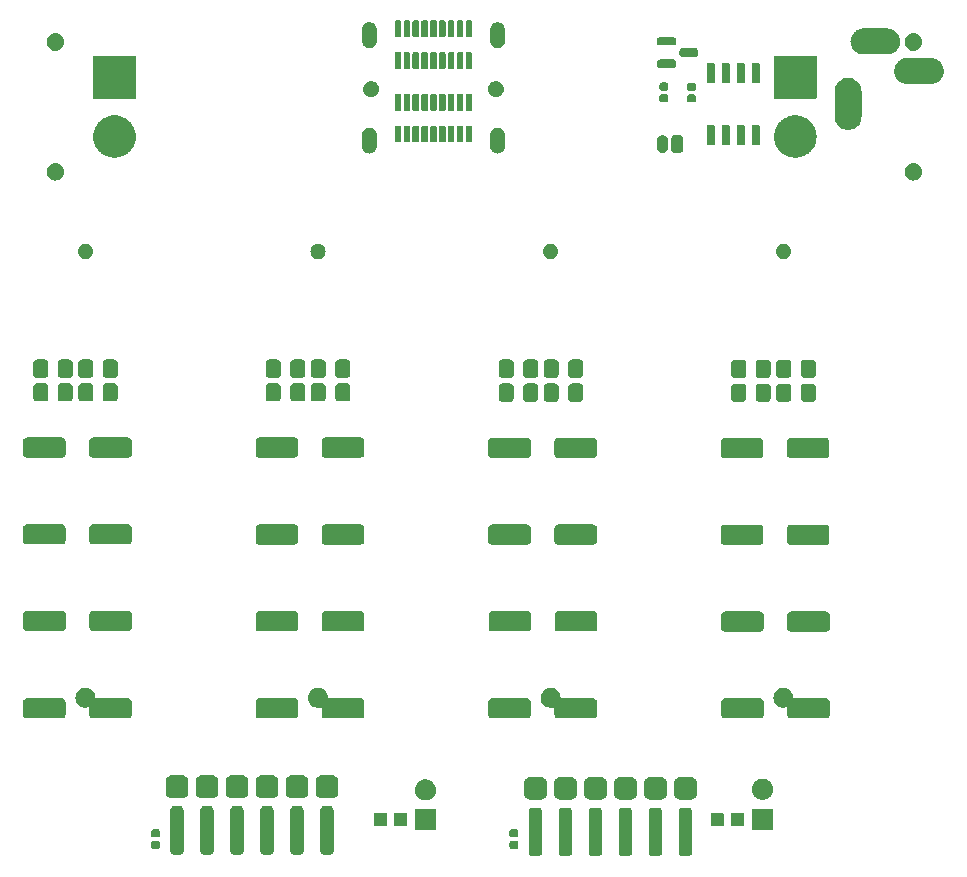
<source format=gbs>
G04 #@! TF.GenerationSoftware,KiCad,Pcbnew,7.0.9*
G04 #@! TF.CreationDate,2024-04-10T09:45:46+08:00*
G04 #@! TF.ProjectId,6__ 2.5_NAS,36d84d20-322e-435f-984e-41532e6b6963,0.3*
G04 #@! TF.SameCoordinates,PXbbc77c0PY26f37c0*
G04 #@! TF.FileFunction,Soldermask,Bot*
G04 #@! TF.FilePolarity,Negative*
%FSLAX45Y45*%
G04 Gerber Fmt 4.5, Leading zero omitted, Abs format (unit mm)*
G04 Created by KiCad (PCBNEW 7.0.9) date 2024-04-10 09:45:46*
%MOMM*%
%LPD*%
G01*
G04 APERTURE LIST*
G04 APERTURE END LIST*
G36*
X1729080Y-5619723D02*
G01*
X1729957Y-5620110D01*
X1730727Y-5620222D01*
X1735542Y-5622576D01*
X1739300Y-5624236D01*
X1739648Y-5624583D01*
X1739744Y-5624631D01*
X1746805Y-5631691D01*
X1746852Y-5631787D01*
X1747200Y-5632135D01*
X1748860Y-5635894D01*
X1751213Y-5640709D01*
X1751325Y-5641478D01*
X1751712Y-5642355D01*
X1752520Y-5649316D01*
X1752520Y-5999836D01*
X1751712Y-6006796D01*
X1751325Y-6007673D01*
X1751213Y-6008442D01*
X1748860Y-6013256D01*
X1747200Y-6017016D01*
X1746852Y-6017364D01*
X1746805Y-6017460D01*
X1739744Y-6024520D01*
X1739648Y-6024567D01*
X1739300Y-6024915D01*
X1735540Y-6026576D01*
X1730727Y-6028929D01*
X1729957Y-6029041D01*
X1729080Y-6029428D01*
X1722120Y-6030236D01*
X1671320Y-6030236D01*
X1664360Y-6029428D01*
X1663483Y-6029041D01*
X1662713Y-6028929D01*
X1657899Y-6026575D01*
X1654140Y-6024915D01*
X1653792Y-6024567D01*
X1653695Y-6024520D01*
X1646635Y-6017460D01*
X1646588Y-6017363D01*
X1646240Y-6017016D01*
X1644581Y-6013258D01*
X1642227Y-6008442D01*
X1642115Y-6007672D01*
X1641727Y-6006796D01*
X1640920Y-5999836D01*
X1640920Y-5649316D01*
X1641727Y-5642355D01*
X1642114Y-5641479D01*
X1642227Y-5640709D01*
X1644581Y-5635892D01*
X1646240Y-5632135D01*
X1646588Y-5631788D01*
X1646635Y-5631691D01*
X1653695Y-5624631D01*
X1653792Y-5624583D01*
X1654140Y-5624236D01*
X1657897Y-5622577D01*
X1662713Y-5620222D01*
X1663483Y-5620110D01*
X1664360Y-5619723D01*
X1671320Y-5618916D01*
X1722120Y-5618916D01*
X1729080Y-5619723D01*
G37*
G36*
X1983080Y-5619723D02*
G01*
X1983957Y-5620110D01*
X1984727Y-5620222D01*
X1989542Y-5622576D01*
X1993300Y-5624236D01*
X1993648Y-5624583D01*
X1993744Y-5624631D01*
X2000805Y-5631691D01*
X2000852Y-5631787D01*
X2001200Y-5632135D01*
X2002860Y-5635894D01*
X2005213Y-5640709D01*
X2005325Y-5641478D01*
X2005712Y-5642355D01*
X2006520Y-5649316D01*
X2006520Y-5999836D01*
X2005712Y-6006796D01*
X2005325Y-6007673D01*
X2005213Y-6008442D01*
X2002860Y-6013256D01*
X2001200Y-6017016D01*
X2000852Y-6017364D01*
X2000805Y-6017460D01*
X1993744Y-6024520D01*
X1993648Y-6024567D01*
X1993300Y-6024915D01*
X1989540Y-6026576D01*
X1984727Y-6028929D01*
X1983957Y-6029041D01*
X1983080Y-6029428D01*
X1976120Y-6030236D01*
X1925320Y-6030236D01*
X1918360Y-6029428D01*
X1917483Y-6029041D01*
X1916713Y-6028929D01*
X1911899Y-6026575D01*
X1908140Y-6024915D01*
X1907792Y-6024567D01*
X1907695Y-6024520D01*
X1900635Y-6017460D01*
X1900588Y-6017363D01*
X1900240Y-6017016D01*
X1898581Y-6013258D01*
X1896227Y-6008442D01*
X1896115Y-6007672D01*
X1895727Y-6006796D01*
X1894920Y-5999836D01*
X1894920Y-5649316D01*
X1895727Y-5642355D01*
X1896114Y-5641479D01*
X1896227Y-5640709D01*
X1898581Y-5635892D01*
X1900240Y-5632135D01*
X1900588Y-5631788D01*
X1900635Y-5631691D01*
X1907695Y-5624631D01*
X1907792Y-5624583D01*
X1908140Y-5624236D01*
X1911897Y-5622577D01*
X1916713Y-5620222D01*
X1917483Y-5620110D01*
X1918360Y-5619723D01*
X1925320Y-5618916D01*
X1976120Y-5618916D01*
X1983080Y-5619723D01*
G37*
G36*
X2237080Y-5619723D02*
G01*
X2237957Y-5620110D01*
X2238727Y-5620222D01*
X2243542Y-5622576D01*
X2247300Y-5624236D01*
X2247648Y-5624583D01*
X2247744Y-5624631D01*
X2254805Y-5631691D01*
X2254852Y-5631787D01*
X2255200Y-5632135D01*
X2256860Y-5635894D01*
X2259213Y-5640709D01*
X2259325Y-5641478D01*
X2259713Y-5642355D01*
X2260520Y-5649316D01*
X2260520Y-5999836D01*
X2259713Y-6006796D01*
X2259325Y-6007673D01*
X2259213Y-6008442D01*
X2256860Y-6013256D01*
X2255200Y-6017016D01*
X2254852Y-6017364D01*
X2254805Y-6017460D01*
X2247744Y-6024520D01*
X2247648Y-6024567D01*
X2247300Y-6024915D01*
X2243540Y-6026576D01*
X2238727Y-6028929D01*
X2237957Y-6029041D01*
X2237080Y-6029428D01*
X2230120Y-6030236D01*
X2179320Y-6030236D01*
X2172360Y-6029428D01*
X2171483Y-6029041D01*
X2170713Y-6028929D01*
X2165899Y-6026575D01*
X2162140Y-6024915D01*
X2161792Y-6024567D01*
X2161696Y-6024520D01*
X2154635Y-6017460D01*
X2154588Y-6017363D01*
X2154240Y-6017016D01*
X2152581Y-6013258D01*
X2150227Y-6008442D01*
X2150115Y-6007672D01*
X2149728Y-6006796D01*
X2148920Y-5999836D01*
X2148920Y-5649316D01*
X2149728Y-5642355D01*
X2150115Y-5641479D01*
X2150227Y-5640709D01*
X2152581Y-5635892D01*
X2154240Y-5632135D01*
X2154588Y-5631788D01*
X2154635Y-5631691D01*
X2161696Y-5624631D01*
X2161792Y-5624583D01*
X2162140Y-5624236D01*
X2165897Y-5622577D01*
X2170713Y-5620222D01*
X2171483Y-5620110D01*
X2172360Y-5619723D01*
X2179320Y-5618916D01*
X2230120Y-5618916D01*
X2237080Y-5619723D01*
G37*
G36*
X2491080Y-5619723D02*
G01*
X2491957Y-5620110D01*
X2492727Y-5620222D01*
X2497542Y-5622576D01*
X2501300Y-5624236D01*
X2501648Y-5624583D01*
X2501744Y-5624631D01*
X2508805Y-5631691D01*
X2508852Y-5631787D01*
X2509200Y-5632135D01*
X2510860Y-5635894D01*
X2513213Y-5640709D01*
X2513325Y-5641478D01*
X2513713Y-5642355D01*
X2514520Y-5649316D01*
X2514520Y-5999836D01*
X2513713Y-6006796D01*
X2513325Y-6007673D01*
X2513213Y-6008442D01*
X2510860Y-6013256D01*
X2509200Y-6017016D01*
X2508852Y-6017364D01*
X2508805Y-6017460D01*
X2501744Y-6024520D01*
X2501648Y-6024567D01*
X2501300Y-6024915D01*
X2497540Y-6026576D01*
X2492727Y-6028929D01*
X2491957Y-6029041D01*
X2491080Y-6029428D01*
X2484120Y-6030236D01*
X2433320Y-6030236D01*
X2426360Y-6029428D01*
X2425483Y-6029041D01*
X2424713Y-6028929D01*
X2419899Y-6026575D01*
X2416140Y-6024915D01*
X2415792Y-6024567D01*
X2415696Y-6024520D01*
X2408635Y-6017460D01*
X2408588Y-6017363D01*
X2408240Y-6017016D01*
X2406581Y-6013258D01*
X2404227Y-6008442D01*
X2404115Y-6007672D01*
X2403728Y-6006796D01*
X2402920Y-5999836D01*
X2402920Y-5649316D01*
X2403728Y-5642355D01*
X2404115Y-5641479D01*
X2404227Y-5640709D01*
X2406581Y-5635892D01*
X2408240Y-5632135D01*
X2408588Y-5631788D01*
X2408635Y-5631691D01*
X2415696Y-5624631D01*
X2415792Y-5624583D01*
X2416140Y-5624236D01*
X2419897Y-5622577D01*
X2424713Y-5620222D01*
X2425483Y-5620110D01*
X2426360Y-5619723D01*
X2433320Y-5618916D01*
X2484120Y-5618916D01*
X2491080Y-5619723D01*
G37*
G36*
X2745080Y-5619723D02*
G01*
X2745957Y-5620110D01*
X2746727Y-5620222D01*
X2751542Y-5622576D01*
X2755300Y-5624236D01*
X2755648Y-5624583D01*
X2755744Y-5624631D01*
X2762805Y-5631691D01*
X2762852Y-5631787D01*
X2763200Y-5632135D01*
X2764860Y-5635894D01*
X2767213Y-5640709D01*
X2767325Y-5641478D01*
X2767713Y-5642355D01*
X2768520Y-5649316D01*
X2768520Y-5999836D01*
X2767713Y-6006796D01*
X2767325Y-6007673D01*
X2767213Y-6008442D01*
X2764860Y-6013256D01*
X2763200Y-6017016D01*
X2762852Y-6017364D01*
X2762805Y-6017460D01*
X2755744Y-6024520D01*
X2755648Y-6024567D01*
X2755300Y-6024915D01*
X2751540Y-6026576D01*
X2746727Y-6028929D01*
X2745957Y-6029041D01*
X2745080Y-6029428D01*
X2738120Y-6030236D01*
X2687320Y-6030236D01*
X2680360Y-6029428D01*
X2679483Y-6029041D01*
X2678713Y-6028929D01*
X2673899Y-6026575D01*
X2670140Y-6024915D01*
X2669792Y-6024567D01*
X2669696Y-6024520D01*
X2662635Y-6017460D01*
X2662588Y-6017363D01*
X2662240Y-6017016D01*
X2660581Y-6013258D01*
X2658227Y-6008442D01*
X2658115Y-6007672D01*
X2657728Y-6006796D01*
X2656920Y-5999836D01*
X2656920Y-5649316D01*
X2657728Y-5642355D01*
X2658115Y-5641479D01*
X2658227Y-5640709D01*
X2660581Y-5635892D01*
X2662240Y-5632135D01*
X2662588Y-5631788D01*
X2662635Y-5631691D01*
X2669696Y-5624631D01*
X2669792Y-5624583D01*
X2670140Y-5624236D01*
X2673897Y-5622577D01*
X2678713Y-5620222D01*
X2679483Y-5620110D01*
X2680360Y-5619723D01*
X2687320Y-5618916D01*
X2738120Y-5618916D01*
X2745080Y-5619723D01*
G37*
G36*
X2999080Y-5619723D02*
G01*
X2999957Y-5620110D01*
X3000727Y-5620222D01*
X3005542Y-5622576D01*
X3009300Y-5624236D01*
X3009648Y-5624583D01*
X3009744Y-5624631D01*
X3016805Y-5631691D01*
X3016852Y-5631787D01*
X3017200Y-5632135D01*
X3018860Y-5635894D01*
X3021213Y-5640709D01*
X3021325Y-5641478D01*
X3021712Y-5642355D01*
X3022520Y-5649316D01*
X3022520Y-5999836D01*
X3021712Y-6006796D01*
X3021325Y-6007673D01*
X3021213Y-6008442D01*
X3018860Y-6013256D01*
X3017200Y-6017016D01*
X3016852Y-6017364D01*
X3016805Y-6017460D01*
X3009744Y-6024520D01*
X3009648Y-6024567D01*
X3009300Y-6024915D01*
X3005540Y-6026576D01*
X3000727Y-6028929D01*
X2999957Y-6029041D01*
X2999080Y-6029428D01*
X2992120Y-6030236D01*
X2941320Y-6030236D01*
X2934360Y-6029428D01*
X2933483Y-6029041D01*
X2932713Y-6028929D01*
X2927899Y-6026575D01*
X2924140Y-6024915D01*
X2923792Y-6024567D01*
X2923695Y-6024520D01*
X2916635Y-6017460D01*
X2916588Y-6017363D01*
X2916240Y-6017016D01*
X2914581Y-6013258D01*
X2912227Y-6008442D01*
X2912115Y-6007672D01*
X2911727Y-6006796D01*
X2910920Y-5999836D01*
X2910920Y-5649316D01*
X2911727Y-5642355D01*
X2912114Y-5641479D01*
X2912227Y-5640709D01*
X2914581Y-5635892D01*
X2916240Y-5632135D01*
X2916588Y-5631788D01*
X2916635Y-5631691D01*
X2923695Y-5624631D01*
X2923792Y-5624583D01*
X2924140Y-5624236D01*
X2927897Y-5622577D01*
X2932713Y-5620222D01*
X2933483Y-5620110D01*
X2934360Y-5619723D01*
X2941320Y-5618916D01*
X2992120Y-5618916D01*
X2999080Y-5619723D01*
G37*
G36*
X-1306220Y-5607023D02*
G01*
X-1305343Y-5607410D01*
X-1304573Y-5607522D01*
X-1299758Y-5609876D01*
X-1296000Y-5611536D01*
X-1295652Y-5611883D01*
X-1295556Y-5611931D01*
X-1288495Y-5618991D01*
X-1288448Y-5619087D01*
X-1288100Y-5619435D01*
X-1286440Y-5623194D01*
X-1284087Y-5628009D01*
X-1283975Y-5628778D01*
X-1283588Y-5629655D01*
X-1282780Y-5636616D01*
X-1282780Y-5987136D01*
X-1283588Y-5994096D01*
X-1283975Y-5994973D01*
X-1284087Y-5995742D01*
X-1286440Y-6000556D01*
X-1288100Y-6004316D01*
X-1288448Y-6004664D01*
X-1288495Y-6004760D01*
X-1295556Y-6011820D01*
X-1295652Y-6011867D01*
X-1296000Y-6012215D01*
X-1299760Y-6013876D01*
X-1304573Y-6016229D01*
X-1305343Y-6016341D01*
X-1306220Y-6016728D01*
X-1313180Y-6017536D01*
X-1363980Y-6017536D01*
X-1370940Y-6016728D01*
X-1371817Y-6016341D01*
X-1372587Y-6016229D01*
X-1377401Y-6013875D01*
X-1381160Y-6012215D01*
X-1381508Y-6011867D01*
X-1381605Y-6011820D01*
X-1388665Y-6004760D01*
X-1388712Y-6004663D01*
X-1389060Y-6004316D01*
X-1390719Y-6000558D01*
X-1393073Y-5995742D01*
X-1393185Y-5994972D01*
X-1393573Y-5994096D01*
X-1394380Y-5987136D01*
X-1394380Y-5636616D01*
X-1393573Y-5629655D01*
X-1393186Y-5628779D01*
X-1393073Y-5628009D01*
X-1390719Y-5623192D01*
X-1389060Y-5619435D01*
X-1388712Y-5619088D01*
X-1388665Y-5618991D01*
X-1381605Y-5611931D01*
X-1381508Y-5611883D01*
X-1381160Y-5611536D01*
X-1377403Y-5609877D01*
X-1372587Y-5607522D01*
X-1371817Y-5607410D01*
X-1370940Y-5607023D01*
X-1363980Y-5606216D01*
X-1313180Y-5606216D01*
X-1306220Y-5607023D01*
G37*
G36*
X-1052220Y-5607023D02*
G01*
X-1051343Y-5607410D01*
X-1050573Y-5607522D01*
X-1045758Y-5609876D01*
X-1042000Y-5611536D01*
X-1041652Y-5611883D01*
X-1041556Y-5611931D01*
X-1034495Y-5618991D01*
X-1034448Y-5619087D01*
X-1034100Y-5619435D01*
X-1032440Y-5623194D01*
X-1030087Y-5628009D01*
X-1029975Y-5628778D01*
X-1029587Y-5629655D01*
X-1028780Y-5636616D01*
X-1028780Y-5987136D01*
X-1029587Y-5994096D01*
X-1029975Y-5994973D01*
X-1030087Y-5995742D01*
X-1032440Y-6000556D01*
X-1034100Y-6004316D01*
X-1034448Y-6004664D01*
X-1034495Y-6004760D01*
X-1041556Y-6011820D01*
X-1041652Y-6011867D01*
X-1042000Y-6012215D01*
X-1045760Y-6013876D01*
X-1050573Y-6016229D01*
X-1051343Y-6016341D01*
X-1052220Y-6016728D01*
X-1059180Y-6017536D01*
X-1109980Y-6017536D01*
X-1116940Y-6016728D01*
X-1117817Y-6016341D01*
X-1118587Y-6016229D01*
X-1123401Y-6013875D01*
X-1127160Y-6012215D01*
X-1127508Y-6011867D01*
X-1127605Y-6011820D01*
X-1134665Y-6004760D01*
X-1134712Y-6004663D01*
X-1135060Y-6004316D01*
X-1136719Y-6000558D01*
X-1139073Y-5995742D01*
X-1139185Y-5994972D01*
X-1139573Y-5994096D01*
X-1140380Y-5987136D01*
X-1140380Y-5636616D01*
X-1139573Y-5629655D01*
X-1139186Y-5628779D01*
X-1139073Y-5628009D01*
X-1136719Y-5623192D01*
X-1135060Y-5619435D01*
X-1134712Y-5619088D01*
X-1134665Y-5618991D01*
X-1127605Y-5611931D01*
X-1127508Y-5611883D01*
X-1127160Y-5611536D01*
X-1123403Y-5609877D01*
X-1118587Y-5607522D01*
X-1117817Y-5607410D01*
X-1116940Y-5607023D01*
X-1109980Y-5606216D01*
X-1059180Y-5606216D01*
X-1052220Y-5607023D01*
G37*
G36*
X-798220Y-5607023D02*
G01*
X-797343Y-5607410D01*
X-796573Y-5607522D01*
X-791758Y-5609876D01*
X-788000Y-5611536D01*
X-787652Y-5611883D01*
X-787556Y-5611931D01*
X-780495Y-5618991D01*
X-780448Y-5619087D01*
X-780100Y-5619435D01*
X-778440Y-5623194D01*
X-776087Y-5628009D01*
X-775975Y-5628778D01*
X-775587Y-5629655D01*
X-774780Y-5636616D01*
X-774780Y-5987136D01*
X-775587Y-5994096D01*
X-775975Y-5994973D01*
X-776087Y-5995742D01*
X-778440Y-6000556D01*
X-780100Y-6004316D01*
X-780448Y-6004664D01*
X-780495Y-6004760D01*
X-787556Y-6011820D01*
X-787652Y-6011867D01*
X-788000Y-6012215D01*
X-791760Y-6013876D01*
X-796573Y-6016229D01*
X-797343Y-6016341D01*
X-798220Y-6016728D01*
X-805180Y-6017536D01*
X-855980Y-6017536D01*
X-862940Y-6016728D01*
X-863817Y-6016341D01*
X-864587Y-6016229D01*
X-869401Y-6013875D01*
X-873160Y-6012215D01*
X-873508Y-6011867D01*
X-873604Y-6011820D01*
X-880665Y-6004760D01*
X-880712Y-6004663D01*
X-881060Y-6004316D01*
X-882719Y-6000558D01*
X-885073Y-5995742D01*
X-885185Y-5994972D01*
X-885572Y-5994096D01*
X-886380Y-5987136D01*
X-886380Y-5636616D01*
X-885572Y-5629655D01*
X-885185Y-5628779D01*
X-885073Y-5628009D01*
X-882719Y-5623192D01*
X-881060Y-5619435D01*
X-880712Y-5619088D01*
X-880665Y-5618991D01*
X-873604Y-5611931D01*
X-873508Y-5611883D01*
X-873160Y-5611536D01*
X-869403Y-5609877D01*
X-864587Y-5607522D01*
X-863817Y-5607410D01*
X-862940Y-5607023D01*
X-855980Y-5606216D01*
X-805180Y-5606216D01*
X-798220Y-5607023D01*
G37*
G36*
X-544220Y-5607023D02*
G01*
X-543343Y-5607410D01*
X-542573Y-5607522D01*
X-537758Y-5609876D01*
X-534000Y-5611536D01*
X-533652Y-5611883D01*
X-533556Y-5611931D01*
X-526495Y-5618991D01*
X-526448Y-5619087D01*
X-526100Y-5619435D01*
X-524440Y-5623194D01*
X-522087Y-5628009D01*
X-521975Y-5628778D01*
X-521587Y-5629655D01*
X-520780Y-5636616D01*
X-520780Y-5987136D01*
X-521587Y-5994096D01*
X-521975Y-5994973D01*
X-522087Y-5995742D01*
X-524440Y-6000556D01*
X-526100Y-6004316D01*
X-526448Y-6004664D01*
X-526495Y-6004760D01*
X-533556Y-6011820D01*
X-533652Y-6011867D01*
X-534000Y-6012215D01*
X-537760Y-6013876D01*
X-542573Y-6016229D01*
X-543343Y-6016341D01*
X-544220Y-6016728D01*
X-551180Y-6017536D01*
X-601980Y-6017536D01*
X-608940Y-6016728D01*
X-609817Y-6016341D01*
X-610587Y-6016229D01*
X-615401Y-6013875D01*
X-619160Y-6012215D01*
X-619508Y-6011867D01*
X-619605Y-6011820D01*
X-626665Y-6004760D01*
X-626712Y-6004663D01*
X-627060Y-6004316D01*
X-628719Y-6000558D01*
X-631073Y-5995742D01*
X-631185Y-5994972D01*
X-631573Y-5994096D01*
X-632380Y-5987136D01*
X-632380Y-5636616D01*
X-631573Y-5629655D01*
X-631186Y-5628779D01*
X-631073Y-5628009D01*
X-628719Y-5623192D01*
X-627060Y-5619435D01*
X-626712Y-5619088D01*
X-626665Y-5618991D01*
X-619605Y-5611931D01*
X-619508Y-5611883D01*
X-619160Y-5611536D01*
X-615403Y-5609877D01*
X-610587Y-5607522D01*
X-609817Y-5607410D01*
X-608940Y-5607023D01*
X-601980Y-5606216D01*
X-551180Y-5606216D01*
X-544220Y-5607023D01*
G37*
G36*
X-290220Y-5607023D02*
G01*
X-289343Y-5607410D01*
X-288573Y-5607522D01*
X-283758Y-5609876D01*
X-280000Y-5611536D01*
X-279652Y-5611883D01*
X-279556Y-5611931D01*
X-272495Y-5618991D01*
X-272448Y-5619087D01*
X-272100Y-5619435D01*
X-270440Y-5623194D01*
X-268087Y-5628009D01*
X-267975Y-5628778D01*
X-267588Y-5629655D01*
X-266780Y-5636616D01*
X-266780Y-5987136D01*
X-267588Y-5994096D01*
X-267975Y-5994973D01*
X-268087Y-5995742D01*
X-270440Y-6000556D01*
X-272100Y-6004316D01*
X-272448Y-6004664D01*
X-272495Y-6004760D01*
X-279556Y-6011820D01*
X-279652Y-6011867D01*
X-280000Y-6012215D01*
X-283760Y-6013876D01*
X-288573Y-6016229D01*
X-289343Y-6016341D01*
X-290220Y-6016728D01*
X-297180Y-6017536D01*
X-347980Y-6017536D01*
X-354940Y-6016728D01*
X-355817Y-6016341D01*
X-356587Y-6016229D01*
X-361401Y-6013875D01*
X-365160Y-6012215D01*
X-365508Y-6011867D01*
X-365604Y-6011820D01*
X-372665Y-6004760D01*
X-372712Y-6004663D01*
X-373060Y-6004316D01*
X-374719Y-6000558D01*
X-377073Y-5995742D01*
X-377185Y-5994972D01*
X-377572Y-5994096D01*
X-378380Y-5987136D01*
X-378380Y-5636616D01*
X-377572Y-5629655D01*
X-377185Y-5628779D01*
X-377073Y-5628009D01*
X-374719Y-5623192D01*
X-373060Y-5619435D01*
X-372712Y-5619088D01*
X-372665Y-5618991D01*
X-365604Y-5611931D01*
X-365508Y-5611883D01*
X-365160Y-5611536D01*
X-361403Y-5609877D01*
X-356587Y-5607522D01*
X-355817Y-5607410D01*
X-354940Y-5607023D01*
X-347980Y-5606216D01*
X-297180Y-5606216D01*
X-290220Y-5607023D01*
G37*
G36*
X-36220Y-5607023D02*
G01*
X-35343Y-5607410D01*
X-34573Y-5607522D01*
X-29758Y-5609876D01*
X-26000Y-5611536D01*
X-25652Y-5611883D01*
X-25556Y-5611931D01*
X-18495Y-5618991D01*
X-18448Y-5619087D01*
X-18100Y-5619435D01*
X-16440Y-5623194D01*
X-14087Y-5628009D01*
X-13975Y-5628778D01*
X-13587Y-5629655D01*
X-12780Y-5636616D01*
X-12780Y-5987136D01*
X-13587Y-5994096D01*
X-13975Y-5994973D01*
X-14087Y-5995742D01*
X-16440Y-6000556D01*
X-18100Y-6004316D01*
X-18448Y-6004664D01*
X-18495Y-6004760D01*
X-25556Y-6011820D01*
X-25652Y-6011867D01*
X-26000Y-6012215D01*
X-29760Y-6013876D01*
X-34573Y-6016229D01*
X-35343Y-6016341D01*
X-36220Y-6016728D01*
X-43180Y-6017536D01*
X-93980Y-6017536D01*
X-100940Y-6016728D01*
X-101817Y-6016341D01*
X-102587Y-6016229D01*
X-107401Y-6013875D01*
X-111160Y-6012215D01*
X-111508Y-6011867D01*
X-111604Y-6011820D01*
X-118665Y-6004760D01*
X-118712Y-6004663D01*
X-119060Y-6004316D01*
X-120719Y-6000558D01*
X-123073Y-5995742D01*
X-123185Y-5994972D01*
X-123572Y-5994096D01*
X-124380Y-5987136D01*
X-124380Y-5636616D01*
X-123572Y-5629655D01*
X-123185Y-5628779D01*
X-123073Y-5628009D01*
X-120719Y-5623192D01*
X-119060Y-5619435D01*
X-118712Y-5619088D01*
X-118665Y-5618991D01*
X-111604Y-5611931D01*
X-111508Y-5611883D01*
X-111160Y-5611536D01*
X-107403Y-5609877D01*
X-102587Y-5607522D01*
X-101817Y-5607410D01*
X-100940Y-5607023D01*
X-93980Y-5606216D01*
X-43180Y-5606216D01*
X-36220Y-5607023D01*
G37*
G36*
X-1494112Y-5900683D02*
G01*
X-1487705Y-5904965D01*
X-1483423Y-5911372D01*
X-1481920Y-5918930D01*
X-1481920Y-5948430D01*
X-1483423Y-5955988D01*
X-1487705Y-5962395D01*
X-1494112Y-5966677D01*
X-1501670Y-5968180D01*
X-1536170Y-5968180D01*
X-1543728Y-5966677D01*
X-1550135Y-5962395D01*
X-1554417Y-5955988D01*
X-1555920Y-5948430D01*
X-1555920Y-5918930D01*
X-1554417Y-5911372D01*
X-1550135Y-5904965D01*
X-1543728Y-5900683D01*
X-1536170Y-5899180D01*
X-1501670Y-5899180D01*
X-1494112Y-5900683D01*
G37*
G36*
X1538648Y-5900683D02*
G01*
X1545055Y-5904965D01*
X1549337Y-5911372D01*
X1550840Y-5918930D01*
X1550840Y-5948430D01*
X1549337Y-5955988D01*
X1545055Y-5962395D01*
X1538648Y-5966677D01*
X1531090Y-5968180D01*
X1496590Y-5968180D01*
X1489032Y-5966677D01*
X1482625Y-5962395D01*
X1478343Y-5955988D01*
X1476840Y-5948430D01*
X1476840Y-5918930D01*
X1478343Y-5911372D01*
X1482625Y-5904965D01*
X1489032Y-5900683D01*
X1496590Y-5899180D01*
X1531090Y-5899180D01*
X1538648Y-5900683D01*
G37*
G36*
X-1494112Y-5803683D02*
G01*
X-1487705Y-5807965D01*
X-1483423Y-5814372D01*
X-1481920Y-5821930D01*
X-1481920Y-5851430D01*
X-1483423Y-5858988D01*
X-1487705Y-5865395D01*
X-1494112Y-5869677D01*
X-1501670Y-5871180D01*
X-1536170Y-5871180D01*
X-1543728Y-5869677D01*
X-1550135Y-5865395D01*
X-1554417Y-5858988D01*
X-1555920Y-5851430D01*
X-1555920Y-5821930D01*
X-1554417Y-5814372D01*
X-1550135Y-5807965D01*
X-1543728Y-5803683D01*
X-1536170Y-5802180D01*
X-1501670Y-5802180D01*
X-1494112Y-5803683D01*
G37*
G36*
X1538648Y-5803683D02*
G01*
X1545055Y-5807965D01*
X1549337Y-5814372D01*
X1550840Y-5821930D01*
X1550840Y-5851430D01*
X1549337Y-5858988D01*
X1545055Y-5865395D01*
X1538648Y-5869677D01*
X1531090Y-5871180D01*
X1496590Y-5871180D01*
X1489032Y-5869677D01*
X1482625Y-5865395D01*
X1478343Y-5858988D01*
X1476840Y-5851430D01*
X1476840Y-5821930D01*
X1478343Y-5814372D01*
X1482625Y-5807965D01*
X1489032Y-5803683D01*
X1496590Y-5802180D01*
X1531090Y-5802180D01*
X1538648Y-5803683D01*
G37*
G36*
X851453Y-5633001D02*
G01*
X853075Y-5634084D01*
X854159Y-5635707D01*
X854540Y-5637620D01*
X854540Y-5807620D01*
X854159Y-5809533D01*
X853075Y-5811155D01*
X851453Y-5812239D01*
X849540Y-5812620D01*
X679540Y-5812620D01*
X677627Y-5812239D01*
X676005Y-5811155D01*
X674921Y-5809533D01*
X674540Y-5807620D01*
X674540Y-5637620D01*
X674921Y-5635707D01*
X676005Y-5634084D01*
X677627Y-5633001D01*
X679540Y-5632620D01*
X849540Y-5632620D01*
X851453Y-5633001D01*
G37*
G36*
X3706413Y-5627921D02*
G01*
X3708035Y-5629004D01*
X3709119Y-5630627D01*
X3709500Y-5632540D01*
X3709500Y-5802540D01*
X3709119Y-5804453D01*
X3708035Y-5806075D01*
X3706413Y-5807159D01*
X3704500Y-5807540D01*
X3534500Y-5807540D01*
X3532587Y-5807159D01*
X3530964Y-5806075D01*
X3529881Y-5804453D01*
X3529500Y-5802540D01*
X3529500Y-5632540D01*
X3529881Y-5630627D01*
X3530964Y-5629004D01*
X3532587Y-5627921D01*
X3534500Y-5627540D01*
X3704500Y-5627540D01*
X3706413Y-5627921D01*
G37*
G36*
X434273Y-5668001D02*
G01*
X435895Y-5669084D01*
X436979Y-5670707D01*
X437360Y-5672620D01*
X437360Y-5772620D01*
X436979Y-5774533D01*
X435895Y-5776155D01*
X434273Y-5777239D01*
X432360Y-5777620D01*
X332360Y-5777620D01*
X330447Y-5777239D01*
X328825Y-5776155D01*
X327741Y-5774533D01*
X327360Y-5772620D01*
X327360Y-5672620D01*
X327741Y-5670707D01*
X328825Y-5669084D01*
X330447Y-5668001D01*
X332360Y-5667620D01*
X432360Y-5667620D01*
X434273Y-5668001D01*
G37*
G36*
X604273Y-5668001D02*
G01*
X605896Y-5669084D01*
X606979Y-5670707D01*
X607360Y-5672620D01*
X607360Y-5772620D01*
X606979Y-5774533D01*
X605896Y-5776155D01*
X604273Y-5777239D01*
X602360Y-5777620D01*
X502360Y-5777620D01*
X500447Y-5777239D01*
X498824Y-5776155D01*
X497741Y-5774533D01*
X497360Y-5772620D01*
X497360Y-5672620D01*
X497741Y-5670707D01*
X498824Y-5669084D01*
X500447Y-5668001D01*
X502360Y-5667620D01*
X602360Y-5667620D01*
X604273Y-5668001D01*
G37*
G36*
X3286693Y-5668001D02*
G01*
X3288315Y-5669084D01*
X3289399Y-5670707D01*
X3289780Y-5672620D01*
X3289780Y-5772620D01*
X3289399Y-5774533D01*
X3288315Y-5776155D01*
X3286693Y-5777239D01*
X3284780Y-5777620D01*
X3184780Y-5777620D01*
X3182867Y-5777239D01*
X3181244Y-5776155D01*
X3180161Y-5774533D01*
X3179780Y-5772620D01*
X3179780Y-5672620D01*
X3180161Y-5670707D01*
X3181244Y-5669084D01*
X3182867Y-5668001D01*
X3184780Y-5667620D01*
X3284780Y-5667620D01*
X3286693Y-5668001D01*
G37*
G36*
X3456693Y-5668001D02*
G01*
X3458315Y-5669084D01*
X3459399Y-5670707D01*
X3459780Y-5672620D01*
X3459780Y-5772620D01*
X3459399Y-5774533D01*
X3458315Y-5776155D01*
X3456693Y-5777239D01*
X3454780Y-5777620D01*
X3354780Y-5777620D01*
X3352867Y-5777239D01*
X3351244Y-5776155D01*
X3350161Y-5774533D01*
X3349780Y-5772620D01*
X3349780Y-5672620D01*
X3350161Y-5670707D01*
X3351244Y-5669084D01*
X3352867Y-5668001D01*
X3354780Y-5667620D01*
X3454780Y-5667620D01*
X3456693Y-5668001D01*
G37*
G36*
X769301Y-5379113D02*
G01*
X773948Y-5379113D01*
X777960Y-5379966D01*
X782093Y-5380373D01*
X787286Y-5381948D01*
X792351Y-5383025D01*
X795593Y-5384468D01*
X798972Y-5385493D01*
X804342Y-5388364D01*
X809540Y-5390678D01*
X811956Y-5392433D01*
X814528Y-5393808D01*
X819773Y-5398113D01*
X824762Y-5401737D01*
X826381Y-5403536D01*
X828162Y-5404997D01*
X832949Y-5410830D01*
X837351Y-5415719D01*
X838276Y-5417322D01*
X839352Y-5418632D01*
X843331Y-5426076D01*
X846759Y-5432014D01*
X847153Y-5433227D01*
X847667Y-5434188D01*
X850497Y-5443517D01*
X852573Y-5449908D01*
X852646Y-5450603D01*
X852787Y-5451067D01*
X854155Y-5464959D01*
X854540Y-5468620D01*
X854155Y-5472282D01*
X852787Y-5486173D01*
X852646Y-5486636D01*
X852573Y-5487332D01*
X850496Y-5493724D01*
X847667Y-5503052D01*
X847153Y-5504012D01*
X846759Y-5505226D01*
X843330Y-5511165D01*
X839352Y-5518608D01*
X838277Y-5519918D01*
X837351Y-5521521D01*
X832948Y-5526411D01*
X828162Y-5532243D01*
X826381Y-5533704D01*
X824762Y-5535503D01*
X819772Y-5539128D01*
X814528Y-5543432D01*
X811957Y-5544806D01*
X809540Y-5546562D01*
X804341Y-5548877D01*
X798972Y-5551747D01*
X795593Y-5552772D01*
X792351Y-5554215D01*
X787285Y-5555292D01*
X782093Y-5556867D01*
X777961Y-5557274D01*
X773948Y-5558127D01*
X769300Y-5558127D01*
X764540Y-5558596D01*
X759780Y-5558127D01*
X755132Y-5558127D01*
X751119Y-5557274D01*
X746987Y-5556867D01*
X741795Y-5555292D01*
X736728Y-5554215D01*
X733487Y-5552772D01*
X730108Y-5551747D01*
X724738Y-5548877D01*
X719540Y-5546562D01*
X717123Y-5544806D01*
X714552Y-5543432D01*
X709307Y-5539127D01*
X704318Y-5535503D01*
X702699Y-5533704D01*
X700917Y-5532243D01*
X696131Y-5526410D01*
X691729Y-5521521D01*
X690803Y-5519919D01*
X689728Y-5518608D01*
X685749Y-5511163D01*
X682321Y-5505226D01*
X681927Y-5504013D01*
X681413Y-5503052D01*
X678582Y-5493720D01*
X676507Y-5487332D01*
X676434Y-5486637D01*
X676293Y-5486173D01*
X674923Y-5472267D01*
X674540Y-5468620D01*
X674923Y-5464974D01*
X676293Y-5451067D01*
X676434Y-5450603D01*
X676507Y-5449908D01*
X678582Y-5443522D01*
X681413Y-5434188D01*
X681927Y-5433227D01*
X682321Y-5432014D01*
X685748Y-5426078D01*
X689728Y-5418632D01*
X690804Y-5417321D01*
X691729Y-5415719D01*
X696130Y-5410831D01*
X700917Y-5404997D01*
X702699Y-5403535D01*
X704318Y-5401737D01*
X709306Y-5398113D01*
X714552Y-5393808D01*
X717124Y-5392433D01*
X719540Y-5390678D01*
X724737Y-5388364D01*
X730108Y-5385493D01*
X733487Y-5384468D01*
X736728Y-5383025D01*
X741793Y-5381948D01*
X746987Y-5380373D01*
X751120Y-5379966D01*
X755132Y-5379113D01*
X759779Y-5379113D01*
X764540Y-5378644D01*
X769301Y-5379113D01*
G37*
G36*
X3624261Y-5374033D02*
G01*
X3628908Y-5374033D01*
X3632920Y-5374886D01*
X3637053Y-5375293D01*
X3642246Y-5376868D01*
X3647311Y-5377945D01*
X3650553Y-5379388D01*
X3653932Y-5380413D01*
X3659302Y-5383284D01*
X3664500Y-5385598D01*
X3666916Y-5387353D01*
X3669488Y-5388728D01*
X3674733Y-5393033D01*
X3679722Y-5396657D01*
X3681341Y-5398456D01*
X3683122Y-5399917D01*
X3687909Y-5405750D01*
X3692311Y-5410639D01*
X3693236Y-5412242D01*
X3694312Y-5413552D01*
X3698291Y-5420996D01*
X3701719Y-5426934D01*
X3702113Y-5428147D01*
X3702627Y-5429108D01*
X3705457Y-5438437D01*
X3707533Y-5444828D01*
X3707606Y-5445523D01*
X3707747Y-5445987D01*
X3709115Y-5459879D01*
X3709500Y-5463540D01*
X3709115Y-5467202D01*
X3707747Y-5481093D01*
X3707606Y-5481556D01*
X3707533Y-5482252D01*
X3705456Y-5488644D01*
X3702627Y-5497972D01*
X3702113Y-5498932D01*
X3701719Y-5500146D01*
X3698290Y-5506085D01*
X3694312Y-5513528D01*
X3693237Y-5514838D01*
X3692311Y-5516441D01*
X3687908Y-5521331D01*
X3683122Y-5527163D01*
X3681341Y-5528624D01*
X3679722Y-5530423D01*
X3674732Y-5534048D01*
X3669488Y-5538352D01*
X3666917Y-5539726D01*
X3664500Y-5541482D01*
X3659301Y-5543797D01*
X3653932Y-5546667D01*
X3650553Y-5547692D01*
X3647311Y-5549135D01*
X3642245Y-5550212D01*
X3637053Y-5551787D01*
X3632921Y-5552194D01*
X3628908Y-5553047D01*
X3624260Y-5553047D01*
X3619500Y-5553516D01*
X3614740Y-5553047D01*
X3610092Y-5553047D01*
X3606079Y-5552194D01*
X3601947Y-5551787D01*
X3596755Y-5550212D01*
X3591688Y-5549135D01*
X3588447Y-5547692D01*
X3585068Y-5546667D01*
X3579698Y-5543797D01*
X3574500Y-5541482D01*
X3572083Y-5539726D01*
X3569512Y-5538352D01*
X3564267Y-5534047D01*
X3559278Y-5530423D01*
X3557659Y-5528624D01*
X3555877Y-5527163D01*
X3551091Y-5521330D01*
X3546688Y-5516441D01*
X3545763Y-5514839D01*
X3544688Y-5513528D01*
X3540708Y-5506083D01*
X3537281Y-5500146D01*
X3536887Y-5498933D01*
X3536373Y-5497972D01*
X3533542Y-5488640D01*
X3531467Y-5482252D01*
X3531394Y-5481557D01*
X3531253Y-5481093D01*
X3529883Y-5467187D01*
X3529500Y-5463540D01*
X3529883Y-5459894D01*
X3531253Y-5445987D01*
X3531394Y-5445523D01*
X3531467Y-5444828D01*
X3533542Y-5438442D01*
X3536373Y-5429108D01*
X3536887Y-5428147D01*
X3537281Y-5426934D01*
X3540708Y-5420998D01*
X3544688Y-5413552D01*
X3545764Y-5412241D01*
X3546688Y-5410639D01*
X3551090Y-5405751D01*
X3555877Y-5399917D01*
X3557659Y-5398455D01*
X3559278Y-5396657D01*
X3564266Y-5393033D01*
X3569512Y-5388728D01*
X3572084Y-5387353D01*
X3574500Y-5385598D01*
X3579697Y-5383284D01*
X3585068Y-5380413D01*
X3588447Y-5379388D01*
X3591688Y-5377945D01*
X3596753Y-5376868D01*
X3601947Y-5375293D01*
X3606080Y-5374886D01*
X3610092Y-5374033D01*
X3614739Y-5374033D01*
X3619500Y-5373564D01*
X3624261Y-5374033D01*
G37*
G36*
X1753221Y-5360284D02*
G01*
X1753899Y-5360536D01*
X1754397Y-5360596D01*
X1760285Y-5362918D01*
X1766747Y-5365329D01*
X1767137Y-5365620D01*
X1767275Y-5365675D01*
X1772298Y-5369484D01*
X1778304Y-5373980D01*
X1782803Y-5379989D01*
X1786609Y-5385009D01*
X1786664Y-5385147D01*
X1786956Y-5385537D01*
X1789368Y-5392003D01*
X1791688Y-5397887D01*
X1791748Y-5398385D01*
X1792001Y-5399063D01*
X1793160Y-5409844D01*
X1793160Y-5501284D01*
X1792001Y-5512066D01*
X1791748Y-5512744D01*
X1791688Y-5513242D01*
X1789368Y-5519125D01*
X1786956Y-5525592D01*
X1786664Y-5525982D01*
X1786609Y-5526120D01*
X1782808Y-5531132D01*
X1778304Y-5537149D01*
X1772288Y-5541653D01*
X1767275Y-5545454D01*
X1767138Y-5545508D01*
X1766747Y-5545800D01*
X1760279Y-5548213D01*
X1754397Y-5550533D01*
X1753900Y-5550592D01*
X1753221Y-5550845D01*
X1742440Y-5552004D01*
X1651000Y-5552004D01*
X1640219Y-5550845D01*
X1639540Y-5550592D01*
X1639043Y-5550533D01*
X1633157Y-5548212D01*
X1626692Y-5545800D01*
X1626302Y-5545508D01*
X1626164Y-5545454D01*
X1621144Y-5541647D01*
X1615135Y-5537149D01*
X1610639Y-5531142D01*
X1606830Y-5526120D01*
X1606776Y-5525982D01*
X1606484Y-5525592D01*
X1604073Y-5519129D01*
X1601752Y-5513241D01*
X1601692Y-5512744D01*
X1601439Y-5512066D01*
X1600280Y-5501284D01*
X1600280Y-5409844D01*
X1601439Y-5399063D01*
X1601692Y-5398385D01*
X1601752Y-5397887D01*
X1604074Y-5391997D01*
X1606484Y-5385537D01*
X1606776Y-5385147D01*
X1606830Y-5385009D01*
X1610645Y-5379979D01*
X1615135Y-5373980D01*
X1621134Y-5369489D01*
X1626164Y-5365675D01*
X1626303Y-5365620D01*
X1626692Y-5365329D01*
X1633154Y-5362919D01*
X1639043Y-5360596D01*
X1639540Y-5360536D01*
X1640219Y-5360284D01*
X1651000Y-5359124D01*
X1742440Y-5359124D01*
X1753221Y-5360284D01*
G37*
G36*
X2007221Y-5360284D02*
G01*
X2007899Y-5360536D01*
X2008397Y-5360596D01*
X2014285Y-5362918D01*
X2020747Y-5365329D01*
X2021137Y-5365620D01*
X2021275Y-5365675D01*
X2026298Y-5369484D01*
X2032304Y-5373980D01*
X2036803Y-5379989D01*
X2040609Y-5385009D01*
X2040664Y-5385147D01*
X2040956Y-5385537D01*
X2043368Y-5392003D01*
X2045688Y-5397887D01*
X2045748Y-5398385D01*
X2046001Y-5399063D01*
X2047160Y-5409844D01*
X2047160Y-5501284D01*
X2046001Y-5512066D01*
X2045748Y-5512744D01*
X2045688Y-5513242D01*
X2043368Y-5519125D01*
X2040956Y-5525592D01*
X2040664Y-5525982D01*
X2040609Y-5526120D01*
X2036808Y-5531132D01*
X2032304Y-5537149D01*
X2026288Y-5541653D01*
X2021275Y-5545454D01*
X2021138Y-5545508D01*
X2020747Y-5545800D01*
X2014279Y-5548213D01*
X2008397Y-5550533D01*
X2007900Y-5550592D01*
X2007221Y-5550845D01*
X1996440Y-5552004D01*
X1905000Y-5552004D01*
X1894219Y-5550845D01*
X1893540Y-5550592D01*
X1893043Y-5550533D01*
X1887157Y-5548212D01*
X1880692Y-5545800D01*
X1880302Y-5545508D01*
X1880164Y-5545454D01*
X1875144Y-5541647D01*
X1869135Y-5537149D01*
X1864639Y-5531142D01*
X1860830Y-5526120D01*
X1860776Y-5525982D01*
X1860484Y-5525592D01*
X1858073Y-5519129D01*
X1855752Y-5513241D01*
X1855692Y-5512744D01*
X1855439Y-5512066D01*
X1854280Y-5501284D01*
X1854280Y-5409844D01*
X1855439Y-5399063D01*
X1855692Y-5398385D01*
X1855752Y-5397887D01*
X1858074Y-5391997D01*
X1860484Y-5385537D01*
X1860776Y-5385147D01*
X1860830Y-5385009D01*
X1864645Y-5379979D01*
X1869135Y-5373980D01*
X1875134Y-5369489D01*
X1880164Y-5365675D01*
X1880303Y-5365620D01*
X1880692Y-5365329D01*
X1887154Y-5362919D01*
X1893043Y-5360596D01*
X1893540Y-5360536D01*
X1894219Y-5360284D01*
X1905000Y-5359124D01*
X1996440Y-5359124D01*
X2007221Y-5360284D01*
G37*
G36*
X2261221Y-5360284D02*
G01*
X2261899Y-5360536D01*
X2262397Y-5360596D01*
X2268285Y-5362918D01*
X2274748Y-5365329D01*
X2275137Y-5365620D01*
X2275275Y-5365675D01*
X2280298Y-5369484D01*
X2286305Y-5373980D01*
X2290803Y-5379989D01*
X2294610Y-5385009D01*
X2294664Y-5385147D01*
X2294956Y-5385537D01*
X2297368Y-5392003D01*
X2299688Y-5397887D01*
X2299748Y-5398385D01*
X2300001Y-5399063D01*
X2301160Y-5409844D01*
X2301160Y-5501284D01*
X2300001Y-5512066D01*
X2299748Y-5512744D01*
X2299688Y-5513242D01*
X2297368Y-5519125D01*
X2294956Y-5525592D01*
X2294664Y-5525982D01*
X2294610Y-5526120D01*
X2290809Y-5531132D01*
X2286305Y-5537149D01*
X2280288Y-5541653D01*
X2275275Y-5545454D01*
X2275138Y-5545508D01*
X2274748Y-5545800D01*
X2268280Y-5548213D01*
X2262397Y-5550533D01*
X2261900Y-5550592D01*
X2261221Y-5550845D01*
X2250440Y-5552004D01*
X2159000Y-5552004D01*
X2148219Y-5550845D01*
X2147540Y-5550592D01*
X2147043Y-5550533D01*
X2141158Y-5548212D01*
X2134693Y-5545800D01*
X2134302Y-5545508D01*
X2134165Y-5545454D01*
X2129144Y-5541647D01*
X2123136Y-5537149D01*
X2118639Y-5531142D01*
X2114830Y-5526120D01*
X2114776Y-5525982D01*
X2114484Y-5525592D01*
X2112073Y-5519129D01*
X2109752Y-5513241D01*
X2109692Y-5512744D01*
X2109439Y-5512066D01*
X2108280Y-5501284D01*
X2108280Y-5409844D01*
X2109439Y-5399063D01*
X2109692Y-5398385D01*
X2109752Y-5397887D01*
X2112074Y-5391997D01*
X2114484Y-5385537D01*
X2114776Y-5385147D01*
X2114830Y-5385009D01*
X2118645Y-5379979D01*
X2123136Y-5373980D01*
X2129134Y-5369489D01*
X2134165Y-5365675D01*
X2134303Y-5365620D01*
X2134693Y-5365329D01*
X2141154Y-5362919D01*
X2147043Y-5360596D01*
X2147541Y-5360536D01*
X2148219Y-5360284D01*
X2159000Y-5359124D01*
X2250440Y-5359124D01*
X2261221Y-5360284D01*
G37*
G36*
X2515221Y-5360284D02*
G01*
X2515899Y-5360536D01*
X2516397Y-5360596D01*
X2522285Y-5362918D01*
X2528748Y-5365329D01*
X2529137Y-5365620D01*
X2529275Y-5365675D01*
X2534298Y-5369484D01*
X2540305Y-5373980D01*
X2544803Y-5379989D01*
X2548610Y-5385009D01*
X2548664Y-5385147D01*
X2548956Y-5385537D01*
X2551368Y-5392003D01*
X2553688Y-5397887D01*
X2553748Y-5398385D01*
X2554001Y-5399063D01*
X2555160Y-5409844D01*
X2555160Y-5501284D01*
X2554001Y-5512066D01*
X2553748Y-5512744D01*
X2553688Y-5513242D01*
X2551368Y-5519125D01*
X2548956Y-5525592D01*
X2548664Y-5525982D01*
X2548610Y-5526120D01*
X2544809Y-5531132D01*
X2540305Y-5537149D01*
X2534288Y-5541653D01*
X2529275Y-5545454D01*
X2529138Y-5545508D01*
X2528748Y-5545800D01*
X2522280Y-5548213D01*
X2516397Y-5550533D01*
X2515900Y-5550592D01*
X2515221Y-5550845D01*
X2504440Y-5552004D01*
X2413000Y-5552004D01*
X2402219Y-5550845D01*
X2401540Y-5550592D01*
X2401043Y-5550533D01*
X2395158Y-5548212D01*
X2388693Y-5545800D01*
X2388302Y-5545508D01*
X2388165Y-5545454D01*
X2383144Y-5541647D01*
X2377136Y-5537149D01*
X2372639Y-5531142D01*
X2368830Y-5526120D01*
X2368776Y-5525982D01*
X2368484Y-5525592D01*
X2366073Y-5519129D01*
X2363752Y-5513241D01*
X2363692Y-5512744D01*
X2363439Y-5512066D01*
X2362280Y-5501284D01*
X2362280Y-5409844D01*
X2363439Y-5399063D01*
X2363692Y-5398385D01*
X2363752Y-5397887D01*
X2366074Y-5391997D01*
X2368484Y-5385537D01*
X2368776Y-5385147D01*
X2368830Y-5385009D01*
X2372645Y-5379979D01*
X2377136Y-5373980D01*
X2383134Y-5369489D01*
X2388165Y-5365675D01*
X2388303Y-5365620D01*
X2388693Y-5365329D01*
X2395154Y-5362919D01*
X2401043Y-5360596D01*
X2401541Y-5360536D01*
X2402219Y-5360284D01*
X2413000Y-5359124D01*
X2504440Y-5359124D01*
X2515221Y-5360284D01*
G37*
G36*
X2769221Y-5360284D02*
G01*
X2769899Y-5360536D01*
X2770397Y-5360596D01*
X2776285Y-5362918D01*
X2782748Y-5365329D01*
X2783137Y-5365620D01*
X2783275Y-5365675D01*
X2788298Y-5369484D01*
X2794305Y-5373980D01*
X2798803Y-5379989D01*
X2802609Y-5385009D01*
X2802664Y-5385147D01*
X2802956Y-5385537D01*
X2805368Y-5392003D01*
X2807688Y-5397887D01*
X2807748Y-5398385D01*
X2808001Y-5399063D01*
X2809160Y-5409844D01*
X2809160Y-5501284D01*
X2808001Y-5512066D01*
X2807748Y-5512744D01*
X2807688Y-5513242D01*
X2805368Y-5519125D01*
X2802956Y-5525592D01*
X2802664Y-5525982D01*
X2802609Y-5526120D01*
X2798808Y-5531132D01*
X2794305Y-5537149D01*
X2788288Y-5541653D01*
X2783275Y-5545454D01*
X2783138Y-5545508D01*
X2782748Y-5545800D01*
X2776280Y-5548213D01*
X2770397Y-5550533D01*
X2769900Y-5550592D01*
X2769221Y-5550845D01*
X2758440Y-5552004D01*
X2667000Y-5552004D01*
X2656219Y-5550845D01*
X2655540Y-5550592D01*
X2655043Y-5550533D01*
X2649158Y-5548212D01*
X2642693Y-5545800D01*
X2642302Y-5545508D01*
X2642165Y-5545454D01*
X2637144Y-5541647D01*
X2631136Y-5537149D01*
X2626639Y-5531142D01*
X2622830Y-5526120D01*
X2622776Y-5525982D01*
X2622484Y-5525592D01*
X2620073Y-5519129D01*
X2617752Y-5513241D01*
X2617692Y-5512744D01*
X2617439Y-5512066D01*
X2616280Y-5501284D01*
X2616280Y-5409844D01*
X2617439Y-5399063D01*
X2617692Y-5398385D01*
X2617752Y-5397887D01*
X2620074Y-5391997D01*
X2622484Y-5385537D01*
X2622776Y-5385147D01*
X2622830Y-5385009D01*
X2626645Y-5379979D01*
X2631136Y-5373980D01*
X2637134Y-5369489D01*
X2642165Y-5365675D01*
X2642303Y-5365620D01*
X2642693Y-5365329D01*
X2649154Y-5362919D01*
X2655043Y-5360596D01*
X2655541Y-5360536D01*
X2656219Y-5360284D01*
X2667000Y-5359124D01*
X2758440Y-5359124D01*
X2769221Y-5360284D01*
G37*
G36*
X3023221Y-5360284D02*
G01*
X3023899Y-5360536D01*
X3024397Y-5360596D01*
X3030285Y-5362918D01*
X3036747Y-5365329D01*
X3037137Y-5365620D01*
X3037275Y-5365675D01*
X3042298Y-5369484D01*
X3048304Y-5373980D01*
X3052803Y-5379989D01*
X3056609Y-5385009D01*
X3056664Y-5385147D01*
X3056956Y-5385537D01*
X3059368Y-5392003D01*
X3061688Y-5397887D01*
X3061748Y-5398385D01*
X3062001Y-5399063D01*
X3063160Y-5409844D01*
X3063160Y-5501284D01*
X3062001Y-5512066D01*
X3061748Y-5512744D01*
X3061688Y-5513242D01*
X3059368Y-5519125D01*
X3056956Y-5525592D01*
X3056664Y-5525982D01*
X3056609Y-5526120D01*
X3052808Y-5531132D01*
X3048304Y-5537149D01*
X3042288Y-5541653D01*
X3037275Y-5545454D01*
X3037138Y-5545508D01*
X3036747Y-5545800D01*
X3030279Y-5548213D01*
X3024397Y-5550533D01*
X3023900Y-5550592D01*
X3023221Y-5550845D01*
X3012440Y-5552004D01*
X2921000Y-5552004D01*
X2910219Y-5550845D01*
X2909540Y-5550592D01*
X2909043Y-5550533D01*
X2903157Y-5548212D01*
X2896692Y-5545800D01*
X2896302Y-5545508D01*
X2896164Y-5545454D01*
X2891144Y-5541647D01*
X2885135Y-5537149D01*
X2880639Y-5531142D01*
X2876830Y-5526120D01*
X2876776Y-5525982D01*
X2876484Y-5525592D01*
X2874073Y-5519129D01*
X2871752Y-5513241D01*
X2871692Y-5512744D01*
X2871439Y-5512066D01*
X2870280Y-5501284D01*
X2870280Y-5409844D01*
X2871439Y-5399063D01*
X2871692Y-5398385D01*
X2871752Y-5397887D01*
X2874074Y-5391997D01*
X2876484Y-5385537D01*
X2876776Y-5385147D01*
X2876830Y-5385009D01*
X2880645Y-5379979D01*
X2885135Y-5373980D01*
X2891134Y-5369489D01*
X2896164Y-5365675D01*
X2896303Y-5365620D01*
X2896692Y-5365329D01*
X2903154Y-5362919D01*
X2909043Y-5360596D01*
X2909540Y-5360536D01*
X2910219Y-5360284D01*
X2921000Y-5359124D01*
X3012440Y-5359124D01*
X3023221Y-5360284D01*
G37*
G36*
X-1282079Y-5347584D02*
G01*
X-1281401Y-5347836D01*
X-1280903Y-5347896D01*
X-1275015Y-5350218D01*
X-1268553Y-5352629D01*
X-1268163Y-5352920D01*
X-1268025Y-5352975D01*
X-1263002Y-5356784D01*
X-1256996Y-5361280D01*
X-1252497Y-5367289D01*
X-1248691Y-5372309D01*
X-1248636Y-5372447D01*
X-1248344Y-5372837D01*
X-1245932Y-5379303D01*
X-1243612Y-5385187D01*
X-1243552Y-5385685D01*
X-1243299Y-5386363D01*
X-1242140Y-5397144D01*
X-1242140Y-5488584D01*
X-1243299Y-5499366D01*
X-1243552Y-5500044D01*
X-1243612Y-5500542D01*
X-1245932Y-5506425D01*
X-1248344Y-5512892D01*
X-1248636Y-5513282D01*
X-1248691Y-5513420D01*
X-1252492Y-5518432D01*
X-1256996Y-5524449D01*
X-1263012Y-5528953D01*
X-1268025Y-5532754D01*
X-1268162Y-5532808D01*
X-1268553Y-5533100D01*
X-1275021Y-5535513D01*
X-1280903Y-5537833D01*
X-1281400Y-5537892D01*
X-1282079Y-5538145D01*
X-1292860Y-5539304D01*
X-1384300Y-5539304D01*
X-1395081Y-5538145D01*
X-1395760Y-5537892D01*
X-1396257Y-5537833D01*
X-1402142Y-5535512D01*
X-1408607Y-5533100D01*
X-1408998Y-5532808D01*
X-1409135Y-5532754D01*
X-1414156Y-5528947D01*
X-1420164Y-5524449D01*
X-1424661Y-5518442D01*
X-1428470Y-5513420D01*
X-1428524Y-5513282D01*
X-1428816Y-5512892D01*
X-1431227Y-5506429D01*
X-1433548Y-5500541D01*
X-1433608Y-5500044D01*
X-1433861Y-5499366D01*
X-1435020Y-5488584D01*
X-1435020Y-5397144D01*
X-1433861Y-5386363D01*
X-1433608Y-5385685D01*
X-1433548Y-5385187D01*
X-1431226Y-5379297D01*
X-1428816Y-5372837D01*
X-1428524Y-5372447D01*
X-1428470Y-5372309D01*
X-1424655Y-5367279D01*
X-1420164Y-5361280D01*
X-1414166Y-5356789D01*
X-1409135Y-5352975D01*
X-1408997Y-5352920D01*
X-1408607Y-5352629D01*
X-1402146Y-5350219D01*
X-1396257Y-5347896D01*
X-1395760Y-5347836D01*
X-1395081Y-5347584D01*
X-1384300Y-5346424D01*
X-1292860Y-5346424D01*
X-1282079Y-5347584D01*
G37*
G36*
X-1028079Y-5347584D02*
G01*
X-1027401Y-5347836D01*
X-1026903Y-5347896D01*
X-1021015Y-5350218D01*
X-1014552Y-5352629D01*
X-1014163Y-5352920D01*
X-1014025Y-5352975D01*
X-1009002Y-5356784D01*
X-1002995Y-5361280D01*
X-998497Y-5367289D01*
X-994690Y-5372309D01*
X-994636Y-5372447D01*
X-994344Y-5372837D01*
X-991932Y-5379303D01*
X-989612Y-5385187D01*
X-989552Y-5385685D01*
X-989299Y-5386363D01*
X-988140Y-5397144D01*
X-988140Y-5488584D01*
X-989299Y-5499366D01*
X-989552Y-5500044D01*
X-989612Y-5500542D01*
X-991932Y-5506425D01*
X-994344Y-5512892D01*
X-994636Y-5513282D01*
X-994690Y-5513420D01*
X-998491Y-5518432D01*
X-1002995Y-5524449D01*
X-1009012Y-5528953D01*
X-1014025Y-5532754D01*
X-1014162Y-5532808D01*
X-1014552Y-5533100D01*
X-1021020Y-5535513D01*
X-1026903Y-5537833D01*
X-1027400Y-5537892D01*
X-1028079Y-5538145D01*
X-1038860Y-5539304D01*
X-1130300Y-5539304D01*
X-1141081Y-5538145D01*
X-1141760Y-5537892D01*
X-1142257Y-5537833D01*
X-1148143Y-5535512D01*
X-1154608Y-5533100D01*
X-1154998Y-5532808D01*
X-1155136Y-5532754D01*
X-1160156Y-5528947D01*
X-1166165Y-5524449D01*
X-1170661Y-5518442D01*
X-1174470Y-5513420D01*
X-1174524Y-5513282D01*
X-1174816Y-5512892D01*
X-1177227Y-5506429D01*
X-1179548Y-5500541D01*
X-1179608Y-5500044D01*
X-1179861Y-5499366D01*
X-1181020Y-5488584D01*
X-1181020Y-5397144D01*
X-1179861Y-5386363D01*
X-1179608Y-5385685D01*
X-1179548Y-5385187D01*
X-1177226Y-5379297D01*
X-1174816Y-5372837D01*
X-1174524Y-5372447D01*
X-1174470Y-5372309D01*
X-1170655Y-5367279D01*
X-1166165Y-5361280D01*
X-1160166Y-5356789D01*
X-1155136Y-5352975D01*
X-1154997Y-5352920D01*
X-1154608Y-5352629D01*
X-1148146Y-5350219D01*
X-1142257Y-5347896D01*
X-1141760Y-5347836D01*
X-1141081Y-5347584D01*
X-1130300Y-5346424D01*
X-1038860Y-5346424D01*
X-1028079Y-5347584D01*
G37*
G36*
X-774079Y-5347584D02*
G01*
X-773401Y-5347836D01*
X-772903Y-5347896D01*
X-767015Y-5350218D01*
X-760552Y-5352629D01*
X-760163Y-5352920D01*
X-760025Y-5352975D01*
X-755002Y-5356784D01*
X-748995Y-5361280D01*
X-744497Y-5367289D01*
X-740690Y-5372309D01*
X-740636Y-5372447D01*
X-740344Y-5372837D01*
X-737932Y-5379303D01*
X-735612Y-5385187D01*
X-735552Y-5385685D01*
X-735299Y-5386363D01*
X-734140Y-5397144D01*
X-734140Y-5488584D01*
X-735299Y-5499366D01*
X-735552Y-5500044D01*
X-735612Y-5500542D01*
X-737932Y-5506425D01*
X-740344Y-5512892D01*
X-740636Y-5513282D01*
X-740690Y-5513420D01*
X-744491Y-5518432D01*
X-748995Y-5524449D01*
X-755012Y-5528953D01*
X-760025Y-5532754D01*
X-760162Y-5532808D01*
X-760552Y-5533100D01*
X-767020Y-5535513D01*
X-772903Y-5537833D01*
X-773400Y-5537892D01*
X-774079Y-5538145D01*
X-784860Y-5539304D01*
X-876300Y-5539304D01*
X-887081Y-5538145D01*
X-887760Y-5537892D01*
X-888257Y-5537833D01*
X-894142Y-5535512D01*
X-900607Y-5533100D01*
X-900998Y-5532808D01*
X-901135Y-5532754D01*
X-906156Y-5528947D01*
X-912164Y-5524449D01*
X-916661Y-5518442D01*
X-920470Y-5513420D01*
X-920524Y-5513282D01*
X-920816Y-5512892D01*
X-923227Y-5506429D01*
X-925548Y-5500541D01*
X-925608Y-5500044D01*
X-925861Y-5499366D01*
X-927020Y-5488584D01*
X-927020Y-5397144D01*
X-925861Y-5386363D01*
X-925608Y-5385685D01*
X-925548Y-5385187D01*
X-923226Y-5379297D01*
X-920816Y-5372837D01*
X-920524Y-5372447D01*
X-920470Y-5372309D01*
X-916655Y-5367279D01*
X-912164Y-5361280D01*
X-906166Y-5356789D01*
X-901135Y-5352975D01*
X-900997Y-5352920D01*
X-900607Y-5352629D01*
X-894146Y-5350219D01*
X-888257Y-5347896D01*
X-887759Y-5347836D01*
X-887081Y-5347584D01*
X-876300Y-5346424D01*
X-784860Y-5346424D01*
X-774079Y-5347584D01*
G37*
G36*
X-520079Y-5347584D02*
G01*
X-519401Y-5347836D01*
X-518903Y-5347896D01*
X-513015Y-5350218D01*
X-506552Y-5352629D01*
X-506163Y-5352920D01*
X-506025Y-5352975D01*
X-501002Y-5356784D01*
X-494995Y-5361280D01*
X-490497Y-5367289D01*
X-486690Y-5372309D01*
X-486636Y-5372447D01*
X-486344Y-5372837D01*
X-483932Y-5379303D01*
X-481612Y-5385187D01*
X-481552Y-5385685D01*
X-481299Y-5386363D01*
X-480140Y-5397144D01*
X-480140Y-5488584D01*
X-481299Y-5499366D01*
X-481552Y-5500044D01*
X-481612Y-5500542D01*
X-483932Y-5506425D01*
X-486344Y-5512892D01*
X-486636Y-5513282D01*
X-486690Y-5513420D01*
X-490491Y-5518432D01*
X-494995Y-5524449D01*
X-501012Y-5528953D01*
X-506025Y-5532754D01*
X-506162Y-5532808D01*
X-506552Y-5533100D01*
X-513020Y-5535513D01*
X-518903Y-5537833D01*
X-519400Y-5537892D01*
X-520079Y-5538145D01*
X-530860Y-5539304D01*
X-622300Y-5539304D01*
X-633081Y-5538145D01*
X-633760Y-5537892D01*
X-634257Y-5537833D01*
X-640143Y-5535512D01*
X-646608Y-5533100D01*
X-646998Y-5532808D01*
X-647136Y-5532754D01*
X-652156Y-5528947D01*
X-658165Y-5524449D01*
X-662661Y-5518442D01*
X-666470Y-5513420D01*
X-666524Y-5513282D01*
X-666816Y-5512892D01*
X-669227Y-5506429D01*
X-671548Y-5500541D01*
X-671608Y-5500044D01*
X-671861Y-5499366D01*
X-673020Y-5488584D01*
X-673020Y-5397144D01*
X-671861Y-5386363D01*
X-671608Y-5385685D01*
X-671548Y-5385187D01*
X-669226Y-5379297D01*
X-666816Y-5372837D01*
X-666524Y-5372447D01*
X-666470Y-5372309D01*
X-662655Y-5367279D01*
X-658165Y-5361280D01*
X-652166Y-5356789D01*
X-647136Y-5352975D01*
X-646997Y-5352920D01*
X-646608Y-5352629D01*
X-640146Y-5350219D01*
X-634257Y-5347896D01*
X-633760Y-5347836D01*
X-633081Y-5347584D01*
X-622300Y-5346424D01*
X-530860Y-5346424D01*
X-520079Y-5347584D01*
G37*
G36*
X-266079Y-5347584D02*
G01*
X-265401Y-5347836D01*
X-264903Y-5347896D01*
X-259015Y-5350218D01*
X-252552Y-5352629D01*
X-252163Y-5352920D01*
X-252025Y-5352975D01*
X-247002Y-5356784D01*
X-240995Y-5361280D01*
X-236497Y-5367289D01*
X-232690Y-5372309D01*
X-232636Y-5372447D01*
X-232344Y-5372837D01*
X-229932Y-5379303D01*
X-227612Y-5385187D01*
X-227552Y-5385685D01*
X-227299Y-5386363D01*
X-226140Y-5397144D01*
X-226140Y-5488584D01*
X-227299Y-5499366D01*
X-227552Y-5500044D01*
X-227612Y-5500542D01*
X-229932Y-5506425D01*
X-232344Y-5512892D01*
X-232636Y-5513282D01*
X-232690Y-5513420D01*
X-236491Y-5518432D01*
X-240995Y-5524449D01*
X-247012Y-5528953D01*
X-252025Y-5532754D01*
X-252162Y-5532808D01*
X-252552Y-5533100D01*
X-259020Y-5535513D01*
X-264903Y-5537833D01*
X-265400Y-5537892D01*
X-266079Y-5538145D01*
X-276860Y-5539304D01*
X-368300Y-5539304D01*
X-379081Y-5538145D01*
X-379760Y-5537892D01*
X-380257Y-5537833D01*
X-386142Y-5535512D01*
X-392607Y-5533100D01*
X-392998Y-5532808D01*
X-393135Y-5532754D01*
X-398156Y-5528947D01*
X-404164Y-5524449D01*
X-408661Y-5518442D01*
X-412470Y-5513420D01*
X-412524Y-5513282D01*
X-412816Y-5512892D01*
X-415227Y-5506429D01*
X-417548Y-5500541D01*
X-417608Y-5500044D01*
X-417861Y-5499366D01*
X-419020Y-5488584D01*
X-419020Y-5397144D01*
X-417861Y-5386363D01*
X-417608Y-5385685D01*
X-417548Y-5385187D01*
X-415226Y-5379297D01*
X-412816Y-5372837D01*
X-412524Y-5372447D01*
X-412470Y-5372309D01*
X-408655Y-5367279D01*
X-404164Y-5361280D01*
X-398166Y-5356789D01*
X-393135Y-5352975D01*
X-392997Y-5352920D01*
X-392607Y-5352629D01*
X-386146Y-5350219D01*
X-380257Y-5347896D01*
X-379759Y-5347836D01*
X-379081Y-5347584D01*
X-368300Y-5346424D01*
X-276860Y-5346424D01*
X-266079Y-5347584D01*
G37*
G36*
X-12079Y-5347584D02*
G01*
X-11401Y-5347836D01*
X-10903Y-5347896D01*
X-5015Y-5350218D01*
X1447Y-5352629D01*
X1837Y-5352920D01*
X1975Y-5352975D01*
X6998Y-5356784D01*
X13004Y-5361280D01*
X17503Y-5367289D01*
X21310Y-5372309D01*
X21364Y-5372447D01*
X21656Y-5372837D01*
X24068Y-5379303D01*
X26388Y-5385187D01*
X26448Y-5385685D01*
X26701Y-5386363D01*
X27860Y-5397144D01*
X27860Y-5488584D01*
X26701Y-5499366D01*
X26448Y-5500044D01*
X26388Y-5500542D01*
X24068Y-5506425D01*
X21656Y-5512892D01*
X21364Y-5513282D01*
X21310Y-5513420D01*
X17509Y-5518432D01*
X13004Y-5524449D01*
X6988Y-5528953D01*
X1975Y-5532754D01*
X1838Y-5532808D01*
X1447Y-5533100D01*
X-5021Y-5535513D01*
X-10903Y-5537833D01*
X-11400Y-5537892D01*
X-12079Y-5538145D01*
X-22860Y-5539304D01*
X-114300Y-5539304D01*
X-125081Y-5538145D01*
X-125760Y-5537892D01*
X-126257Y-5537833D01*
X-132143Y-5535512D01*
X-138608Y-5533100D01*
X-138998Y-5532808D01*
X-139136Y-5532754D01*
X-144156Y-5528947D01*
X-150165Y-5524449D01*
X-154661Y-5518442D01*
X-158470Y-5513420D01*
X-158524Y-5513282D01*
X-158816Y-5512892D01*
X-161227Y-5506429D01*
X-163548Y-5500541D01*
X-163608Y-5500044D01*
X-163861Y-5499366D01*
X-165020Y-5488584D01*
X-165020Y-5397144D01*
X-163861Y-5386363D01*
X-163608Y-5385685D01*
X-163548Y-5385187D01*
X-161226Y-5379297D01*
X-158816Y-5372837D01*
X-158524Y-5372447D01*
X-158470Y-5372309D01*
X-154655Y-5367279D01*
X-150165Y-5361280D01*
X-144166Y-5356789D01*
X-139136Y-5352975D01*
X-138997Y-5352920D01*
X-138608Y-5352629D01*
X-132146Y-5350219D01*
X-126257Y-5347896D01*
X-125759Y-5347836D01*
X-125081Y-5347584D01*
X-114300Y-5346424D01*
X-22860Y-5346424D01*
X-12079Y-5347584D01*
G37*
G36*
X-2304992Y-4693537D02*
G01*
X-2304124Y-4693920D01*
X-2303368Y-4694030D01*
X-2298638Y-4696342D01*
X-2294906Y-4697990D01*
X-2294560Y-4698336D01*
X-2294468Y-4698381D01*
X-2287501Y-4705348D01*
X-2287456Y-4705440D01*
X-2287110Y-4705786D01*
X-2285462Y-4709518D01*
X-2283150Y-4714247D01*
X-2283040Y-4715004D01*
X-2282657Y-4715872D01*
X-2281860Y-4722740D01*
X-2281860Y-4832740D01*
X-2282657Y-4839609D01*
X-2283040Y-4840476D01*
X-2283150Y-4841233D01*
X-2285462Y-4845960D01*
X-2287110Y-4849694D01*
X-2287456Y-4850040D01*
X-2287501Y-4850132D01*
X-2294468Y-4857099D01*
X-2294560Y-4857144D01*
X-2294906Y-4857490D01*
X-2298639Y-4859138D01*
X-2303367Y-4861450D01*
X-2304124Y-4861560D01*
X-2304992Y-4861943D01*
X-2311860Y-4862740D01*
X-2611860Y-4862740D01*
X-2618729Y-4861943D01*
X-2619596Y-4861560D01*
X-2620353Y-4861450D01*
X-2625081Y-4859138D01*
X-2628814Y-4857490D01*
X-2629160Y-4857144D01*
X-2629252Y-4857099D01*
X-2636219Y-4850132D01*
X-2636264Y-4850040D01*
X-2636610Y-4849694D01*
X-2638258Y-4845963D01*
X-2640570Y-4841233D01*
X-2640680Y-4840476D01*
X-2641063Y-4839609D01*
X-2641860Y-4832740D01*
X-2641860Y-4722740D01*
X-2641063Y-4715872D01*
X-2640680Y-4715004D01*
X-2640570Y-4714247D01*
X-2638257Y-4709517D01*
X-2636610Y-4705786D01*
X-2636265Y-4705440D01*
X-2636219Y-4705348D01*
X-2629252Y-4698381D01*
X-2629160Y-4698336D01*
X-2628814Y-4697990D01*
X-2625084Y-4696343D01*
X-2620353Y-4694030D01*
X-2619596Y-4693920D01*
X-2618729Y-4693537D01*
X-2611860Y-4692740D01*
X-2311860Y-4692740D01*
X-2304992Y-4693537D01*
G37*
G36*
X-2087644Y-4609370D02*
G01*
X-2071410Y-4616598D01*
X-2057034Y-4627043D01*
X-2045144Y-4640248D01*
X-2036259Y-4655637D01*
X-2030767Y-4672538D01*
X-2028911Y-4690199D01*
X-2026089Y-4692740D01*
X-1751860Y-4692740D01*
X-1744991Y-4693537D01*
X-1744124Y-4693920D01*
X-1743367Y-4694030D01*
X-1738638Y-4696342D01*
X-1734906Y-4697990D01*
X-1734560Y-4698336D01*
X-1734468Y-4698381D01*
X-1727501Y-4705348D01*
X-1727456Y-4705440D01*
X-1727110Y-4705786D01*
X-1725462Y-4709518D01*
X-1723150Y-4714247D01*
X-1723040Y-4715004D01*
X-1722657Y-4715872D01*
X-1721860Y-4722740D01*
X-1721860Y-4832740D01*
X-1722657Y-4839609D01*
X-1723040Y-4840476D01*
X-1723150Y-4841233D01*
X-1725461Y-4845960D01*
X-1727110Y-4849694D01*
X-1727456Y-4850040D01*
X-1727501Y-4850132D01*
X-1734468Y-4857099D01*
X-1734560Y-4857144D01*
X-1734906Y-4857490D01*
X-1738639Y-4859138D01*
X-1743367Y-4861450D01*
X-1744124Y-4861560D01*
X-1744991Y-4861943D01*
X-1751860Y-4862740D01*
X-2051860Y-4862740D01*
X-2058728Y-4861943D01*
X-2059596Y-4861560D01*
X-2060353Y-4861450D01*
X-2065081Y-4859138D01*
X-2068814Y-4857490D01*
X-2069160Y-4857144D01*
X-2069252Y-4857099D01*
X-2076219Y-4850132D01*
X-2076264Y-4850040D01*
X-2076610Y-4849694D01*
X-2078257Y-4845963D01*
X-2080570Y-4841233D01*
X-2080680Y-4840476D01*
X-2081063Y-4839609D01*
X-2081860Y-4832740D01*
X-2081860Y-4773582D01*
X-2085567Y-4770580D01*
X-2087523Y-4770996D01*
X-2087644Y-4771050D01*
X-2105025Y-4774744D01*
X-2122795Y-4774744D01*
X-2140176Y-4771050D01*
X-2156410Y-4763822D01*
X-2170786Y-4753377D01*
X-2182676Y-4740172D01*
X-2191561Y-4724783D01*
X-2197053Y-4707883D01*
X-2198910Y-4690210D01*
X-2197053Y-4672538D01*
X-2191561Y-4655637D01*
X-2182676Y-4640248D01*
X-2170786Y-4627043D01*
X-2156410Y-4616598D01*
X-2140176Y-4609370D01*
X-2122795Y-4605676D01*
X-2105025Y-4605676D01*
X-2087644Y-4609370D01*
G37*
G36*
X-336492Y-4693537D02*
G01*
X-335624Y-4693920D01*
X-334868Y-4694030D01*
X-330138Y-4696342D01*
X-326406Y-4697990D01*
X-326060Y-4698336D01*
X-325968Y-4698381D01*
X-319001Y-4705348D01*
X-318956Y-4705440D01*
X-318610Y-4705786D01*
X-316962Y-4709518D01*
X-314650Y-4714247D01*
X-314540Y-4715004D01*
X-314157Y-4715872D01*
X-313360Y-4722740D01*
X-313360Y-4832740D01*
X-314157Y-4839609D01*
X-314540Y-4840476D01*
X-314650Y-4841233D01*
X-316962Y-4845960D01*
X-318610Y-4849694D01*
X-318956Y-4850040D01*
X-319001Y-4850132D01*
X-325968Y-4857099D01*
X-326060Y-4857144D01*
X-326406Y-4857490D01*
X-330139Y-4859138D01*
X-334867Y-4861450D01*
X-335624Y-4861560D01*
X-336492Y-4861943D01*
X-343360Y-4862740D01*
X-643360Y-4862740D01*
X-650229Y-4861943D01*
X-651096Y-4861560D01*
X-651853Y-4861450D01*
X-656581Y-4859138D01*
X-660314Y-4857490D01*
X-660660Y-4857144D01*
X-660752Y-4857099D01*
X-667719Y-4850132D01*
X-667764Y-4850040D01*
X-668110Y-4849694D01*
X-669758Y-4845963D01*
X-672070Y-4841233D01*
X-672180Y-4840476D01*
X-672563Y-4839609D01*
X-673360Y-4832740D01*
X-673360Y-4722740D01*
X-672563Y-4715872D01*
X-672180Y-4715004D01*
X-672070Y-4714247D01*
X-669757Y-4709517D01*
X-668110Y-4705786D01*
X-667765Y-4705440D01*
X-667719Y-4705348D01*
X-660752Y-4698381D01*
X-660660Y-4698336D01*
X-660314Y-4697990D01*
X-656584Y-4696343D01*
X-651853Y-4694030D01*
X-651096Y-4693920D01*
X-650229Y-4693537D01*
X-643360Y-4692740D01*
X-343360Y-4692740D01*
X-336492Y-4693537D01*
G37*
G36*
X-118344Y-4609370D02*
G01*
X-102110Y-4616598D01*
X-87734Y-4627043D01*
X-75844Y-4640248D01*
X-66959Y-4655637D01*
X-61467Y-4672538D01*
X-59611Y-4690199D01*
X-56789Y-4692740D01*
X216640Y-4692740D01*
X223508Y-4693537D01*
X224376Y-4693920D01*
X225132Y-4694030D01*
X229862Y-4696342D01*
X233594Y-4697990D01*
X233940Y-4698336D01*
X234032Y-4698381D01*
X240999Y-4705348D01*
X241044Y-4705440D01*
X241390Y-4705786D01*
X243038Y-4709518D01*
X245350Y-4714247D01*
X245460Y-4715004D01*
X245843Y-4715872D01*
X246640Y-4722740D01*
X246640Y-4832740D01*
X245843Y-4839609D01*
X245460Y-4840476D01*
X245350Y-4841233D01*
X243038Y-4845960D01*
X241390Y-4849694D01*
X241044Y-4850040D01*
X240999Y-4850132D01*
X234032Y-4857099D01*
X233940Y-4857144D01*
X233594Y-4857490D01*
X229861Y-4859138D01*
X225133Y-4861450D01*
X224376Y-4861560D01*
X223508Y-4861943D01*
X216640Y-4862740D01*
X-83360Y-4862740D01*
X-90228Y-4861943D01*
X-91096Y-4861560D01*
X-91853Y-4861450D01*
X-96581Y-4859138D01*
X-100314Y-4857490D01*
X-100660Y-4857144D01*
X-100752Y-4857099D01*
X-107719Y-4850132D01*
X-107764Y-4850040D01*
X-108110Y-4849694D01*
X-109757Y-4845963D01*
X-112070Y-4841233D01*
X-112180Y-4840476D01*
X-112563Y-4839609D01*
X-113360Y-4832740D01*
X-113360Y-4773752D01*
X-117067Y-4770750D01*
X-118223Y-4770996D01*
X-118344Y-4771050D01*
X-135725Y-4774744D01*
X-153495Y-4774744D01*
X-170876Y-4771050D01*
X-187110Y-4763822D01*
X-201486Y-4753377D01*
X-213376Y-4740172D01*
X-222261Y-4724783D01*
X-227752Y-4707883D01*
X-229610Y-4690210D01*
X-227752Y-4672538D01*
X-222261Y-4655637D01*
X-213376Y-4640248D01*
X-201486Y-4627043D01*
X-187110Y-4616598D01*
X-170876Y-4609370D01*
X-153495Y-4605676D01*
X-135725Y-4605676D01*
X-118344Y-4609370D01*
G37*
G36*
X1634548Y-4693537D02*
G01*
X1635416Y-4693920D01*
X1636172Y-4694030D01*
X1640902Y-4696342D01*
X1644634Y-4697990D01*
X1644980Y-4698336D01*
X1645072Y-4698381D01*
X1652039Y-4705348D01*
X1652084Y-4705440D01*
X1652430Y-4705786D01*
X1654078Y-4709518D01*
X1656390Y-4714247D01*
X1656500Y-4715004D01*
X1656883Y-4715872D01*
X1657680Y-4722740D01*
X1657680Y-4832740D01*
X1656883Y-4839609D01*
X1656500Y-4840476D01*
X1656390Y-4841233D01*
X1654078Y-4845960D01*
X1652430Y-4849694D01*
X1652084Y-4850040D01*
X1652039Y-4850132D01*
X1645072Y-4857099D01*
X1644980Y-4857144D01*
X1644634Y-4857490D01*
X1640901Y-4859138D01*
X1636173Y-4861450D01*
X1635416Y-4861560D01*
X1634548Y-4861943D01*
X1627680Y-4862740D01*
X1327680Y-4862740D01*
X1320812Y-4861943D01*
X1319944Y-4861560D01*
X1319187Y-4861450D01*
X1314459Y-4859138D01*
X1310726Y-4857490D01*
X1310380Y-4857144D01*
X1310288Y-4857099D01*
X1303321Y-4850132D01*
X1303276Y-4850040D01*
X1302930Y-4849694D01*
X1301283Y-4845963D01*
X1298970Y-4841233D01*
X1298860Y-4840476D01*
X1298477Y-4839609D01*
X1297680Y-4832740D01*
X1297680Y-4722740D01*
X1298477Y-4715872D01*
X1298860Y-4715004D01*
X1298970Y-4714247D01*
X1301283Y-4709517D01*
X1302930Y-4705786D01*
X1303276Y-4705440D01*
X1303321Y-4705348D01*
X1310288Y-4698381D01*
X1310380Y-4698336D01*
X1310726Y-4697990D01*
X1314456Y-4696343D01*
X1319187Y-4694030D01*
X1319944Y-4693920D01*
X1320812Y-4693537D01*
X1327680Y-4692740D01*
X1627680Y-4692740D01*
X1634548Y-4693537D01*
G37*
G36*
X1851656Y-4609370D02*
G01*
X1867890Y-4616598D01*
X1882266Y-4627043D01*
X1894156Y-4640248D01*
X1903041Y-4655637D01*
X1908532Y-4672538D01*
X1910389Y-4690199D01*
X1913211Y-4692740D01*
X2187680Y-4692740D01*
X2194549Y-4693537D01*
X2195416Y-4693920D01*
X2196173Y-4694030D01*
X2200902Y-4696342D01*
X2204634Y-4697990D01*
X2204980Y-4698336D01*
X2205072Y-4698381D01*
X2212039Y-4705348D01*
X2212084Y-4705440D01*
X2212430Y-4705786D01*
X2214078Y-4709518D01*
X2216390Y-4714247D01*
X2216500Y-4715004D01*
X2216883Y-4715872D01*
X2217680Y-4722740D01*
X2217680Y-4832740D01*
X2216883Y-4839609D01*
X2216500Y-4840476D01*
X2216390Y-4841233D01*
X2214079Y-4845960D01*
X2212430Y-4849694D01*
X2212084Y-4850040D01*
X2212039Y-4850132D01*
X2205072Y-4857099D01*
X2204980Y-4857144D01*
X2204634Y-4857490D01*
X2200901Y-4859138D01*
X2196173Y-4861450D01*
X2195416Y-4861560D01*
X2194549Y-4861943D01*
X2187680Y-4862740D01*
X1887680Y-4862740D01*
X1880811Y-4861943D01*
X1879944Y-4861560D01*
X1879187Y-4861450D01*
X1874459Y-4859138D01*
X1870726Y-4857490D01*
X1870380Y-4857144D01*
X1870288Y-4857099D01*
X1863321Y-4850132D01*
X1863276Y-4850040D01*
X1862930Y-4849694D01*
X1861282Y-4845963D01*
X1858970Y-4841233D01*
X1858860Y-4840476D01*
X1858477Y-4839609D01*
X1857680Y-4832740D01*
X1857680Y-4773531D01*
X1853973Y-4770529D01*
X1851777Y-4770996D01*
X1851656Y-4771050D01*
X1834275Y-4774744D01*
X1816505Y-4774744D01*
X1799124Y-4771050D01*
X1782890Y-4763822D01*
X1768514Y-4753377D01*
X1756624Y-4740172D01*
X1747739Y-4724783D01*
X1742247Y-4707883D01*
X1740390Y-4690210D01*
X1742247Y-4672538D01*
X1747739Y-4655637D01*
X1756624Y-4640248D01*
X1768514Y-4627043D01*
X1782890Y-4616598D01*
X1799124Y-4609370D01*
X1816505Y-4605676D01*
X1834275Y-4605676D01*
X1851656Y-4609370D01*
G37*
G36*
X3605588Y-4693537D02*
G01*
X3606456Y-4693920D01*
X3607212Y-4694030D01*
X3611942Y-4696342D01*
X3615674Y-4697990D01*
X3616020Y-4698336D01*
X3616112Y-4698381D01*
X3623079Y-4705348D01*
X3623124Y-4705440D01*
X3623470Y-4705786D01*
X3625118Y-4709518D01*
X3627430Y-4714247D01*
X3627540Y-4715004D01*
X3627923Y-4715872D01*
X3628720Y-4722740D01*
X3628720Y-4832740D01*
X3627923Y-4839609D01*
X3627540Y-4840476D01*
X3627430Y-4841233D01*
X3625118Y-4845960D01*
X3623470Y-4849694D01*
X3623124Y-4850040D01*
X3623079Y-4850132D01*
X3616112Y-4857099D01*
X3616020Y-4857144D01*
X3615674Y-4857490D01*
X3611941Y-4859138D01*
X3607213Y-4861450D01*
X3606456Y-4861560D01*
X3605588Y-4861943D01*
X3598720Y-4862740D01*
X3298720Y-4862740D01*
X3291851Y-4861943D01*
X3290984Y-4861560D01*
X3290227Y-4861450D01*
X3285499Y-4859138D01*
X3281766Y-4857490D01*
X3281420Y-4857144D01*
X3281328Y-4857099D01*
X3274361Y-4850132D01*
X3274316Y-4850040D01*
X3273970Y-4849694D01*
X3272322Y-4845963D01*
X3270010Y-4841233D01*
X3269900Y-4840476D01*
X3269517Y-4839609D01*
X3268720Y-4832740D01*
X3268720Y-4722740D01*
X3269517Y-4715872D01*
X3269900Y-4715004D01*
X3270010Y-4714247D01*
X3272323Y-4709517D01*
X3273970Y-4705786D01*
X3274315Y-4705440D01*
X3274361Y-4705348D01*
X3281328Y-4698381D01*
X3281420Y-4698336D01*
X3281766Y-4697990D01*
X3285496Y-4696343D01*
X3290227Y-4694030D01*
X3290984Y-4693920D01*
X3291851Y-4693537D01*
X3298720Y-4692740D01*
X3598720Y-4692740D01*
X3605588Y-4693537D01*
G37*
G36*
X3821656Y-4609370D02*
G01*
X3837890Y-4616598D01*
X3852266Y-4627043D01*
X3864156Y-4640248D01*
X3873041Y-4655637D01*
X3878532Y-4672538D01*
X3880389Y-4690199D01*
X3883211Y-4692740D01*
X4158720Y-4692740D01*
X4165588Y-4693537D01*
X4166456Y-4693920D01*
X4167212Y-4694030D01*
X4171942Y-4696342D01*
X4175674Y-4697990D01*
X4176020Y-4698336D01*
X4176112Y-4698381D01*
X4183079Y-4705348D01*
X4183124Y-4705440D01*
X4183470Y-4705786D01*
X4185118Y-4709518D01*
X4187430Y-4714247D01*
X4187540Y-4715004D01*
X4187923Y-4715872D01*
X4188720Y-4722740D01*
X4188720Y-4832740D01*
X4187923Y-4839609D01*
X4187540Y-4840476D01*
X4187430Y-4841233D01*
X4185118Y-4845960D01*
X4183470Y-4849694D01*
X4183124Y-4850040D01*
X4183079Y-4850132D01*
X4176112Y-4857099D01*
X4176020Y-4857144D01*
X4175674Y-4857490D01*
X4171941Y-4859138D01*
X4167213Y-4861450D01*
X4166456Y-4861560D01*
X4165588Y-4861943D01*
X4158720Y-4862740D01*
X3858720Y-4862740D01*
X3851851Y-4861943D01*
X3850984Y-4861560D01*
X3850227Y-4861450D01*
X3845499Y-4859138D01*
X3841766Y-4857490D01*
X3841420Y-4857144D01*
X3841328Y-4857099D01*
X3834361Y-4850132D01*
X3834316Y-4850040D01*
X3833970Y-4849694D01*
X3832322Y-4845963D01*
X3830010Y-4841233D01*
X3829900Y-4840476D01*
X3829517Y-4839609D01*
X3828720Y-4832740D01*
X3828720Y-4772859D01*
X3824194Y-4769920D01*
X3821656Y-4771050D01*
X3804275Y-4774744D01*
X3786505Y-4774744D01*
X3769124Y-4771050D01*
X3752890Y-4763822D01*
X3738514Y-4753377D01*
X3726624Y-4740172D01*
X3717739Y-4724783D01*
X3712247Y-4707883D01*
X3710390Y-4690210D01*
X3712247Y-4672538D01*
X3717739Y-4655637D01*
X3726624Y-4640248D01*
X3738514Y-4627043D01*
X3752890Y-4616598D01*
X3769124Y-4609370D01*
X3786505Y-4605676D01*
X3804275Y-4605676D01*
X3821656Y-4609370D01*
G37*
G36*
X3605588Y-3959477D02*
G01*
X3606456Y-3959860D01*
X3607212Y-3959970D01*
X3611942Y-3962282D01*
X3615674Y-3963930D01*
X3616020Y-3964276D01*
X3616112Y-3964321D01*
X3623079Y-3971288D01*
X3623124Y-3971380D01*
X3623470Y-3971726D01*
X3625118Y-3975458D01*
X3627430Y-3980187D01*
X3627540Y-3980944D01*
X3627923Y-3981811D01*
X3628720Y-3988680D01*
X3628720Y-4098680D01*
X3627923Y-4105548D01*
X3627540Y-4106416D01*
X3627430Y-4107172D01*
X3625118Y-4111900D01*
X3623470Y-4115634D01*
X3623124Y-4115980D01*
X3623079Y-4116072D01*
X3616112Y-4123039D01*
X3616020Y-4123084D01*
X3615674Y-4123430D01*
X3611941Y-4125078D01*
X3607213Y-4127390D01*
X3606456Y-4127500D01*
X3605588Y-4127883D01*
X3598720Y-4128680D01*
X3298720Y-4128680D01*
X3291851Y-4127883D01*
X3290984Y-4127500D01*
X3290227Y-4127390D01*
X3285499Y-4125078D01*
X3281766Y-4123430D01*
X3281420Y-4123084D01*
X3281328Y-4123039D01*
X3274361Y-4116072D01*
X3274316Y-4115980D01*
X3273970Y-4115634D01*
X3272322Y-4111903D01*
X3270010Y-4107173D01*
X3269900Y-4106416D01*
X3269517Y-4105548D01*
X3268720Y-4098680D01*
X3268720Y-3988680D01*
X3269517Y-3981811D01*
X3269900Y-3980944D01*
X3270010Y-3980187D01*
X3272323Y-3975457D01*
X3273970Y-3971726D01*
X3274315Y-3971380D01*
X3274361Y-3971288D01*
X3281328Y-3964321D01*
X3281420Y-3964275D01*
X3281766Y-3963930D01*
X3285496Y-3962283D01*
X3290227Y-3959970D01*
X3290984Y-3959860D01*
X3291851Y-3959477D01*
X3298720Y-3958680D01*
X3598720Y-3958680D01*
X3605588Y-3959477D01*
G37*
G36*
X4165588Y-3959477D02*
G01*
X4166456Y-3959860D01*
X4167212Y-3959970D01*
X4171942Y-3962282D01*
X4175674Y-3963930D01*
X4176020Y-3964276D01*
X4176112Y-3964321D01*
X4183079Y-3971288D01*
X4183124Y-3971380D01*
X4183470Y-3971726D01*
X4185118Y-3975458D01*
X4187430Y-3980187D01*
X4187540Y-3980944D01*
X4187923Y-3981811D01*
X4188720Y-3988680D01*
X4188720Y-4098680D01*
X4187923Y-4105548D01*
X4187540Y-4106416D01*
X4187430Y-4107172D01*
X4185118Y-4111900D01*
X4183470Y-4115634D01*
X4183124Y-4115980D01*
X4183079Y-4116072D01*
X4176112Y-4123039D01*
X4176020Y-4123084D01*
X4175674Y-4123430D01*
X4171941Y-4125078D01*
X4167213Y-4127390D01*
X4166456Y-4127500D01*
X4165588Y-4127883D01*
X4158720Y-4128680D01*
X3858720Y-4128680D01*
X3851851Y-4127883D01*
X3850984Y-4127500D01*
X3850227Y-4127390D01*
X3845499Y-4125078D01*
X3841766Y-4123430D01*
X3841420Y-4123084D01*
X3841328Y-4123039D01*
X3834361Y-4116072D01*
X3834316Y-4115980D01*
X3833970Y-4115634D01*
X3832322Y-4111903D01*
X3830010Y-4107173D01*
X3829900Y-4106416D01*
X3829517Y-4105548D01*
X3828720Y-4098680D01*
X3828720Y-3988680D01*
X3829517Y-3981811D01*
X3829900Y-3980944D01*
X3830010Y-3980187D01*
X3832323Y-3975457D01*
X3833970Y-3971726D01*
X3834315Y-3971380D01*
X3834361Y-3971288D01*
X3841328Y-3964321D01*
X3841420Y-3964275D01*
X3841766Y-3963930D01*
X3845496Y-3962283D01*
X3850227Y-3959970D01*
X3850984Y-3959860D01*
X3851851Y-3959477D01*
X3858720Y-3958680D01*
X4158720Y-3958680D01*
X4165588Y-3959477D01*
G37*
G36*
X-336492Y-3956937D02*
G01*
X-335624Y-3957320D01*
X-334868Y-3957430D01*
X-330138Y-3959742D01*
X-326406Y-3961390D01*
X-326060Y-3961736D01*
X-325968Y-3961781D01*
X-319001Y-3968748D01*
X-318956Y-3968840D01*
X-318610Y-3969186D01*
X-316962Y-3972918D01*
X-314650Y-3977647D01*
X-314540Y-3978404D01*
X-314157Y-3979271D01*
X-313360Y-3986140D01*
X-313360Y-4096140D01*
X-314157Y-4103008D01*
X-314540Y-4103876D01*
X-314650Y-4104632D01*
X-316962Y-4109360D01*
X-318610Y-4113094D01*
X-318956Y-4113440D01*
X-319001Y-4113532D01*
X-325968Y-4120499D01*
X-326060Y-4120544D01*
X-326406Y-4120890D01*
X-330139Y-4122538D01*
X-334867Y-4124850D01*
X-335624Y-4124960D01*
X-336492Y-4125343D01*
X-343360Y-4126140D01*
X-643360Y-4126140D01*
X-650229Y-4125343D01*
X-651096Y-4124960D01*
X-651853Y-4124850D01*
X-656581Y-4122538D01*
X-660314Y-4120890D01*
X-660660Y-4120544D01*
X-660752Y-4120499D01*
X-667719Y-4113532D01*
X-667764Y-4113440D01*
X-668110Y-4113094D01*
X-669758Y-4109363D01*
X-672070Y-4104633D01*
X-672180Y-4103876D01*
X-672563Y-4103008D01*
X-673360Y-4096140D01*
X-673360Y-3986140D01*
X-672563Y-3979271D01*
X-672180Y-3978404D01*
X-672070Y-3977647D01*
X-669757Y-3972917D01*
X-668110Y-3969186D01*
X-667765Y-3968840D01*
X-667719Y-3968748D01*
X-660752Y-3961781D01*
X-660660Y-3961735D01*
X-660314Y-3961390D01*
X-656584Y-3959743D01*
X-651853Y-3957430D01*
X-651096Y-3957320D01*
X-650229Y-3956937D01*
X-643360Y-3956140D01*
X-343360Y-3956140D01*
X-336492Y-3956937D01*
G37*
G36*
X223508Y-3956937D02*
G01*
X224376Y-3957320D01*
X225132Y-3957430D01*
X229862Y-3959742D01*
X233594Y-3961390D01*
X233940Y-3961736D01*
X234032Y-3961781D01*
X240999Y-3968748D01*
X241044Y-3968840D01*
X241390Y-3969186D01*
X243038Y-3972918D01*
X245350Y-3977647D01*
X245460Y-3978404D01*
X245843Y-3979271D01*
X246640Y-3986140D01*
X246640Y-4096140D01*
X245843Y-4103008D01*
X245460Y-4103876D01*
X245350Y-4104632D01*
X243038Y-4109360D01*
X241390Y-4113094D01*
X241044Y-4113440D01*
X240999Y-4113532D01*
X234032Y-4120499D01*
X233940Y-4120544D01*
X233594Y-4120890D01*
X229861Y-4122538D01*
X225133Y-4124850D01*
X224376Y-4124960D01*
X223508Y-4125343D01*
X216640Y-4126140D01*
X-83360Y-4126140D01*
X-90228Y-4125343D01*
X-91096Y-4124960D01*
X-91853Y-4124850D01*
X-96581Y-4122538D01*
X-100314Y-4120890D01*
X-100660Y-4120544D01*
X-100752Y-4120499D01*
X-107719Y-4113532D01*
X-107764Y-4113440D01*
X-108110Y-4113094D01*
X-109757Y-4109363D01*
X-112070Y-4104633D01*
X-112180Y-4103876D01*
X-112563Y-4103008D01*
X-113360Y-4096140D01*
X-113360Y-3986140D01*
X-112563Y-3979271D01*
X-112180Y-3978404D01*
X-112070Y-3977647D01*
X-109757Y-3972917D01*
X-108110Y-3969186D01*
X-107764Y-3968840D01*
X-107719Y-3968748D01*
X-100752Y-3961781D01*
X-100660Y-3961735D01*
X-100314Y-3961390D01*
X-96584Y-3959743D01*
X-91853Y-3957430D01*
X-91096Y-3957320D01*
X-90228Y-3956937D01*
X-83360Y-3956140D01*
X216640Y-3956140D01*
X223508Y-3956937D01*
G37*
G36*
X1636381Y-3956937D02*
G01*
X1637248Y-3957320D01*
X1638005Y-3957430D01*
X1642735Y-3959742D01*
X1646466Y-3961390D01*
X1646812Y-3961736D01*
X1646904Y-3961781D01*
X1653871Y-3968748D01*
X1653917Y-3968840D01*
X1654262Y-3969186D01*
X1655910Y-3972918D01*
X1658222Y-3977647D01*
X1658332Y-3978404D01*
X1658715Y-3979271D01*
X1659512Y-3986140D01*
X1659512Y-4096140D01*
X1658715Y-4103008D01*
X1658332Y-4103876D01*
X1658222Y-4104632D01*
X1655911Y-4109360D01*
X1654262Y-4113094D01*
X1653916Y-4113440D01*
X1653871Y-4113532D01*
X1646904Y-4120499D01*
X1646812Y-4120544D01*
X1646466Y-4120890D01*
X1642733Y-4122538D01*
X1638005Y-4124850D01*
X1637248Y-4124960D01*
X1636381Y-4125343D01*
X1629512Y-4126140D01*
X1329512Y-4126140D01*
X1322644Y-4125343D01*
X1321776Y-4124960D01*
X1321020Y-4124850D01*
X1316291Y-4122538D01*
X1312558Y-4120890D01*
X1312213Y-4120544D01*
X1312120Y-4120499D01*
X1305153Y-4113532D01*
X1305108Y-4113440D01*
X1304763Y-4113094D01*
X1303115Y-4109363D01*
X1300803Y-4104633D01*
X1300692Y-4103876D01*
X1300309Y-4103008D01*
X1299512Y-4096140D01*
X1299512Y-3986140D01*
X1300309Y-3979271D01*
X1300692Y-3978404D01*
X1300803Y-3977647D01*
X1303115Y-3972917D01*
X1304763Y-3969186D01*
X1305108Y-3968840D01*
X1305153Y-3968748D01*
X1312120Y-3961781D01*
X1312213Y-3961735D01*
X1312558Y-3961390D01*
X1316289Y-3959743D01*
X1321020Y-3957430D01*
X1321777Y-3957320D01*
X1322644Y-3956937D01*
X1329512Y-3956140D01*
X1629512Y-3956140D01*
X1636381Y-3956937D01*
G37*
G36*
X2196381Y-3956937D02*
G01*
X2197248Y-3957320D01*
X2198005Y-3957430D01*
X2202735Y-3959742D01*
X2206467Y-3961390D01*
X2206812Y-3961736D01*
X2206904Y-3961781D01*
X2213872Y-3968748D01*
X2213917Y-3968840D01*
X2214262Y-3969186D01*
X2215910Y-3972918D01*
X2218222Y-3977647D01*
X2218332Y-3978404D01*
X2218716Y-3979271D01*
X2219512Y-3986140D01*
X2219512Y-4096140D01*
X2218716Y-4103008D01*
X2218332Y-4103876D01*
X2218222Y-4104632D01*
X2215911Y-4109360D01*
X2214262Y-4113094D01*
X2213917Y-4113440D01*
X2213872Y-4113532D01*
X2206904Y-4120499D01*
X2206812Y-4120544D01*
X2206467Y-4120890D01*
X2202733Y-4122538D01*
X2198005Y-4124850D01*
X2197249Y-4124960D01*
X2196381Y-4125343D01*
X2189512Y-4126140D01*
X1889512Y-4126140D01*
X1882644Y-4125343D01*
X1881776Y-4124960D01*
X1881020Y-4124850D01*
X1876291Y-4122538D01*
X1872558Y-4120890D01*
X1872213Y-4120544D01*
X1872120Y-4120499D01*
X1865153Y-4113532D01*
X1865108Y-4113440D01*
X1864762Y-4113094D01*
X1863115Y-4109363D01*
X1860802Y-4104633D01*
X1860692Y-4103876D01*
X1860309Y-4103008D01*
X1859512Y-4096140D01*
X1859512Y-3986140D01*
X1860309Y-3979271D01*
X1860692Y-3978404D01*
X1860802Y-3977647D01*
X1863115Y-3972917D01*
X1864762Y-3969186D01*
X1865108Y-3968840D01*
X1865153Y-3968748D01*
X1872120Y-3961781D01*
X1872213Y-3961735D01*
X1872558Y-3961390D01*
X1876288Y-3959743D01*
X1881020Y-3957430D01*
X1881777Y-3957320D01*
X1882644Y-3956937D01*
X1889512Y-3956140D01*
X2189512Y-3956140D01*
X2196381Y-3956937D01*
G37*
G36*
X-2302452Y-3954397D02*
G01*
X-2301584Y-3954780D01*
X-2300828Y-3954890D01*
X-2296098Y-3957202D01*
X-2292366Y-3958850D01*
X-2292020Y-3959196D01*
X-2291928Y-3959241D01*
X-2284961Y-3966208D01*
X-2284916Y-3966300D01*
X-2284570Y-3966646D01*
X-2282922Y-3970378D01*
X-2280610Y-3975107D01*
X-2280500Y-3975864D01*
X-2280117Y-3976731D01*
X-2279320Y-3983600D01*
X-2279320Y-4093600D01*
X-2280117Y-4100468D01*
X-2280500Y-4101336D01*
X-2280610Y-4102092D01*
X-2282922Y-4106820D01*
X-2284570Y-4110554D01*
X-2284916Y-4110900D01*
X-2284961Y-4110992D01*
X-2291928Y-4117959D01*
X-2292020Y-4118004D01*
X-2292366Y-4118350D01*
X-2296099Y-4119998D01*
X-2300827Y-4122310D01*
X-2301584Y-4122420D01*
X-2302452Y-4122803D01*
X-2309320Y-4123600D01*
X-2609320Y-4123600D01*
X-2616189Y-4122803D01*
X-2617056Y-4122420D01*
X-2617813Y-4122310D01*
X-2622541Y-4119998D01*
X-2626274Y-4118350D01*
X-2626620Y-4118004D01*
X-2626712Y-4117959D01*
X-2633679Y-4110992D01*
X-2633724Y-4110900D01*
X-2634070Y-4110554D01*
X-2635718Y-4106823D01*
X-2638030Y-4102093D01*
X-2638140Y-4101336D01*
X-2638523Y-4100468D01*
X-2639320Y-4093600D01*
X-2639320Y-3983600D01*
X-2638523Y-3976731D01*
X-2638140Y-3975864D01*
X-2638030Y-3975107D01*
X-2635717Y-3970377D01*
X-2634070Y-3966646D01*
X-2633725Y-3966300D01*
X-2633679Y-3966208D01*
X-2626712Y-3959241D01*
X-2626620Y-3959195D01*
X-2626274Y-3958850D01*
X-2622544Y-3957203D01*
X-2617813Y-3954890D01*
X-2617056Y-3954780D01*
X-2616189Y-3954397D01*
X-2609320Y-3953600D01*
X-2309320Y-3953600D01*
X-2302452Y-3954397D01*
G37*
G36*
X-1742451Y-3954397D02*
G01*
X-1741584Y-3954780D01*
X-1740827Y-3954890D01*
X-1736098Y-3957202D01*
X-1732366Y-3958850D01*
X-1732020Y-3959196D01*
X-1731928Y-3959241D01*
X-1724961Y-3966208D01*
X-1724916Y-3966300D01*
X-1724570Y-3966646D01*
X-1722922Y-3970378D01*
X-1720610Y-3975107D01*
X-1720500Y-3975864D01*
X-1720117Y-3976731D01*
X-1719320Y-3983600D01*
X-1719320Y-4093600D01*
X-1720117Y-4100468D01*
X-1720500Y-4101336D01*
X-1720610Y-4102092D01*
X-1722921Y-4106820D01*
X-1724570Y-4110554D01*
X-1724916Y-4110900D01*
X-1724961Y-4110992D01*
X-1731928Y-4117959D01*
X-1732020Y-4118004D01*
X-1732366Y-4118350D01*
X-1736099Y-4119998D01*
X-1740827Y-4122310D01*
X-1741584Y-4122420D01*
X-1742451Y-4122803D01*
X-1749320Y-4123600D01*
X-2049320Y-4123600D01*
X-2056188Y-4122803D01*
X-2057056Y-4122420D01*
X-2057813Y-4122310D01*
X-2062541Y-4119998D01*
X-2066274Y-4118350D01*
X-2066620Y-4118004D01*
X-2066712Y-4117959D01*
X-2073679Y-4110992D01*
X-2073724Y-4110900D01*
X-2074070Y-4110554D01*
X-2075717Y-4106823D01*
X-2078030Y-4102093D01*
X-2078140Y-4101336D01*
X-2078523Y-4100468D01*
X-2079320Y-4093600D01*
X-2079320Y-3983600D01*
X-2078523Y-3976731D01*
X-2078140Y-3975864D01*
X-2078030Y-3975107D01*
X-2075717Y-3970377D01*
X-2074070Y-3966646D01*
X-2073724Y-3966300D01*
X-2073679Y-3966208D01*
X-2066712Y-3959241D01*
X-2066620Y-3959195D01*
X-2066274Y-3958850D01*
X-2062544Y-3957203D01*
X-2057813Y-3954890D01*
X-2057056Y-3954780D01*
X-2056188Y-3954397D01*
X-2049320Y-3953600D01*
X-1749320Y-3953600D01*
X-1742451Y-3954397D01*
G37*
G36*
X3603048Y-3225417D02*
G01*
X3603916Y-3225800D01*
X3604672Y-3225910D01*
X3609402Y-3228222D01*
X3613134Y-3229870D01*
X3613480Y-3230216D01*
X3613572Y-3230261D01*
X3620539Y-3237228D01*
X3620584Y-3237320D01*
X3620930Y-3237666D01*
X3622578Y-3241398D01*
X3624890Y-3246127D01*
X3625000Y-3246884D01*
X3625383Y-3247751D01*
X3626180Y-3254620D01*
X3626180Y-3364620D01*
X3625383Y-3371488D01*
X3625000Y-3372356D01*
X3624890Y-3373112D01*
X3622578Y-3377840D01*
X3620930Y-3381574D01*
X3620584Y-3381920D01*
X3620539Y-3382012D01*
X3613572Y-3388979D01*
X3613480Y-3389024D01*
X3613134Y-3389370D01*
X3609401Y-3391018D01*
X3604673Y-3393330D01*
X3603916Y-3393440D01*
X3603048Y-3393823D01*
X3596180Y-3394620D01*
X3296180Y-3394620D01*
X3289311Y-3393823D01*
X3288444Y-3393440D01*
X3287687Y-3393330D01*
X3282959Y-3391018D01*
X3279226Y-3389370D01*
X3278880Y-3389024D01*
X3278788Y-3388979D01*
X3271821Y-3382012D01*
X3271776Y-3381920D01*
X3271430Y-3381574D01*
X3269782Y-3377843D01*
X3267470Y-3373113D01*
X3267360Y-3372356D01*
X3266977Y-3371488D01*
X3266180Y-3364620D01*
X3266180Y-3254620D01*
X3266977Y-3247751D01*
X3267360Y-3246884D01*
X3267470Y-3246127D01*
X3269783Y-3241397D01*
X3271430Y-3237666D01*
X3271775Y-3237320D01*
X3271821Y-3237228D01*
X3278788Y-3230261D01*
X3278880Y-3230215D01*
X3279226Y-3229870D01*
X3282956Y-3228223D01*
X3287687Y-3225910D01*
X3288444Y-3225800D01*
X3289311Y-3225417D01*
X3296180Y-3224620D01*
X3596180Y-3224620D01*
X3603048Y-3225417D01*
G37*
G36*
X4163048Y-3225417D02*
G01*
X4163916Y-3225800D01*
X4164672Y-3225910D01*
X4169402Y-3228222D01*
X4173134Y-3229870D01*
X4173480Y-3230216D01*
X4173572Y-3230261D01*
X4180539Y-3237228D01*
X4180584Y-3237320D01*
X4180930Y-3237666D01*
X4182578Y-3241398D01*
X4184890Y-3246127D01*
X4185000Y-3246884D01*
X4185383Y-3247751D01*
X4186180Y-3254620D01*
X4186180Y-3364620D01*
X4185383Y-3371488D01*
X4185000Y-3372356D01*
X4184890Y-3373112D01*
X4182578Y-3377840D01*
X4180930Y-3381574D01*
X4180584Y-3381920D01*
X4180539Y-3382012D01*
X4173572Y-3388979D01*
X4173480Y-3389024D01*
X4173134Y-3389370D01*
X4169401Y-3391018D01*
X4164673Y-3393330D01*
X4163916Y-3393440D01*
X4163048Y-3393823D01*
X4156180Y-3394620D01*
X3856180Y-3394620D01*
X3849311Y-3393823D01*
X3848444Y-3393440D01*
X3847687Y-3393330D01*
X3842959Y-3391018D01*
X3839226Y-3389370D01*
X3838880Y-3389024D01*
X3838788Y-3388979D01*
X3831821Y-3382012D01*
X3831776Y-3381920D01*
X3831430Y-3381574D01*
X3829782Y-3377843D01*
X3827470Y-3373113D01*
X3827360Y-3372356D01*
X3826977Y-3371488D01*
X3826180Y-3364620D01*
X3826180Y-3254620D01*
X3826977Y-3247751D01*
X3827360Y-3246884D01*
X3827470Y-3246127D01*
X3829783Y-3241397D01*
X3831430Y-3237666D01*
X3831775Y-3237320D01*
X3831821Y-3237228D01*
X3838788Y-3230261D01*
X3838880Y-3230215D01*
X3839226Y-3229870D01*
X3842956Y-3228223D01*
X3847687Y-3225910D01*
X3848444Y-3225800D01*
X3849311Y-3225417D01*
X3856180Y-3224620D01*
X4156180Y-3224620D01*
X4163048Y-3225417D01*
G37*
G36*
X-336492Y-3222877D02*
G01*
X-335624Y-3223260D01*
X-334868Y-3223370D01*
X-330138Y-3225682D01*
X-326406Y-3227330D01*
X-326060Y-3227676D01*
X-325968Y-3227721D01*
X-319001Y-3234688D01*
X-318956Y-3234780D01*
X-318610Y-3235126D01*
X-316962Y-3238858D01*
X-314650Y-3243587D01*
X-314540Y-3244344D01*
X-314157Y-3245211D01*
X-313360Y-3252080D01*
X-313360Y-3362080D01*
X-314157Y-3368948D01*
X-314540Y-3369816D01*
X-314650Y-3370572D01*
X-316962Y-3375300D01*
X-318610Y-3379034D01*
X-318956Y-3379380D01*
X-319001Y-3379472D01*
X-325968Y-3386439D01*
X-326060Y-3386484D01*
X-326406Y-3386830D01*
X-330139Y-3388478D01*
X-334867Y-3390790D01*
X-335624Y-3390900D01*
X-336492Y-3391283D01*
X-343360Y-3392080D01*
X-643360Y-3392080D01*
X-650229Y-3391283D01*
X-651096Y-3390900D01*
X-651853Y-3390790D01*
X-656581Y-3388478D01*
X-660314Y-3386830D01*
X-660660Y-3386484D01*
X-660752Y-3386439D01*
X-667719Y-3379472D01*
X-667764Y-3379380D01*
X-668110Y-3379034D01*
X-669758Y-3375303D01*
X-672070Y-3370573D01*
X-672180Y-3369816D01*
X-672563Y-3368948D01*
X-673360Y-3362080D01*
X-673360Y-3252080D01*
X-672563Y-3245211D01*
X-672180Y-3244344D01*
X-672070Y-3243587D01*
X-669757Y-3238857D01*
X-668110Y-3235126D01*
X-667765Y-3234780D01*
X-667719Y-3234688D01*
X-660752Y-3227721D01*
X-660660Y-3227675D01*
X-660314Y-3227330D01*
X-656584Y-3225683D01*
X-651853Y-3223370D01*
X-651096Y-3223260D01*
X-650229Y-3222877D01*
X-643360Y-3222080D01*
X-343360Y-3222080D01*
X-336492Y-3222877D01*
G37*
G36*
X223508Y-3222877D02*
G01*
X224376Y-3223260D01*
X225132Y-3223370D01*
X229862Y-3225682D01*
X233594Y-3227330D01*
X233940Y-3227676D01*
X234032Y-3227721D01*
X240999Y-3234688D01*
X241044Y-3234780D01*
X241390Y-3235126D01*
X243038Y-3238858D01*
X245350Y-3243587D01*
X245460Y-3244344D01*
X245843Y-3245211D01*
X246640Y-3252080D01*
X246640Y-3362080D01*
X245843Y-3368948D01*
X245460Y-3369816D01*
X245350Y-3370572D01*
X243038Y-3375300D01*
X241390Y-3379034D01*
X241044Y-3379380D01*
X240999Y-3379472D01*
X234032Y-3386439D01*
X233940Y-3386484D01*
X233594Y-3386830D01*
X229861Y-3388478D01*
X225133Y-3390790D01*
X224376Y-3390900D01*
X223508Y-3391283D01*
X216640Y-3392080D01*
X-83360Y-3392080D01*
X-90228Y-3391283D01*
X-91096Y-3390900D01*
X-91853Y-3390790D01*
X-96581Y-3388478D01*
X-100314Y-3386830D01*
X-100660Y-3386484D01*
X-100752Y-3386439D01*
X-107719Y-3379472D01*
X-107764Y-3379380D01*
X-108110Y-3379034D01*
X-109757Y-3375303D01*
X-112070Y-3370573D01*
X-112180Y-3369816D01*
X-112563Y-3368948D01*
X-113360Y-3362080D01*
X-113360Y-3252080D01*
X-112563Y-3245211D01*
X-112180Y-3244344D01*
X-112070Y-3243587D01*
X-109757Y-3238857D01*
X-108110Y-3235126D01*
X-107764Y-3234780D01*
X-107719Y-3234688D01*
X-100752Y-3227721D01*
X-100660Y-3227675D01*
X-100314Y-3227330D01*
X-96584Y-3225683D01*
X-91853Y-3223370D01*
X-91096Y-3223260D01*
X-90228Y-3222877D01*
X-83360Y-3222080D01*
X216640Y-3222080D01*
X223508Y-3222877D01*
G37*
G36*
X1634548Y-3222877D02*
G01*
X1635416Y-3223260D01*
X1636172Y-3223370D01*
X1640902Y-3225682D01*
X1644634Y-3227330D01*
X1644980Y-3227676D01*
X1645072Y-3227721D01*
X1652039Y-3234688D01*
X1652084Y-3234780D01*
X1652430Y-3235126D01*
X1654078Y-3238858D01*
X1656390Y-3243587D01*
X1656500Y-3244344D01*
X1656883Y-3245211D01*
X1657680Y-3252080D01*
X1657680Y-3362080D01*
X1656883Y-3368948D01*
X1656500Y-3369816D01*
X1656390Y-3370572D01*
X1654078Y-3375300D01*
X1652430Y-3379034D01*
X1652084Y-3379380D01*
X1652039Y-3379472D01*
X1645072Y-3386439D01*
X1644980Y-3386484D01*
X1644634Y-3386830D01*
X1640901Y-3388478D01*
X1636173Y-3390790D01*
X1635416Y-3390900D01*
X1634548Y-3391283D01*
X1627680Y-3392080D01*
X1327680Y-3392080D01*
X1320812Y-3391283D01*
X1319944Y-3390900D01*
X1319187Y-3390790D01*
X1314459Y-3388478D01*
X1310726Y-3386830D01*
X1310380Y-3386484D01*
X1310288Y-3386439D01*
X1303321Y-3379472D01*
X1303276Y-3379380D01*
X1302930Y-3379034D01*
X1301283Y-3375303D01*
X1298970Y-3370573D01*
X1298860Y-3369816D01*
X1298477Y-3368948D01*
X1297680Y-3362080D01*
X1297680Y-3252080D01*
X1298477Y-3245211D01*
X1298860Y-3244344D01*
X1298970Y-3243587D01*
X1301283Y-3238857D01*
X1302930Y-3235126D01*
X1303276Y-3234780D01*
X1303321Y-3234688D01*
X1310288Y-3227721D01*
X1310380Y-3227675D01*
X1310726Y-3227330D01*
X1314456Y-3225683D01*
X1319187Y-3223370D01*
X1319944Y-3223260D01*
X1320812Y-3222877D01*
X1327680Y-3222080D01*
X1627680Y-3222080D01*
X1634548Y-3222877D01*
G37*
G36*
X2194549Y-3222877D02*
G01*
X2195416Y-3223260D01*
X2196173Y-3223370D01*
X2200902Y-3225682D01*
X2204634Y-3227330D01*
X2204980Y-3227676D01*
X2205072Y-3227721D01*
X2212039Y-3234688D01*
X2212084Y-3234780D01*
X2212430Y-3235126D01*
X2214078Y-3238858D01*
X2216390Y-3243587D01*
X2216500Y-3244344D01*
X2216883Y-3245211D01*
X2217680Y-3252080D01*
X2217680Y-3362080D01*
X2216883Y-3368948D01*
X2216500Y-3369816D01*
X2216390Y-3370572D01*
X2214079Y-3375300D01*
X2212430Y-3379034D01*
X2212084Y-3379380D01*
X2212039Y-3379472D01*
X2205072Y-3386439D01*
X2204980Y-3386484D01*
X2204634Y-3386830D01*
X2200901Y-3388478D01*
X2196173Y-3390790D01*
X2195416Y-3390900D01*
X2194549Y-3391283D01*
X2187680Y-3392080D01*
X1887680Y-3392080D01*
X1880811Y-3391283D01*
X1879944Y-3390900D01*
X1879187Y-3390790D01*
X1874459Y-3388478D01*
X1870726Y-3386830D01*
X1870380Y-3386484D01*
X1870288Y-3386439D01*
X1863321Y-3379472D01*
X1863276Y-3379380D01*
X1862930Y-3379034D01*
X1861282Y-3375303D01*
X1858970Y-3370573D01*
X1858860Y-3369816D01*
X1858477Y-3368948D01*
X1857680Y-3362080D01*
X1857680Y-3252080D01*
X1858477Y-3245211D01*
X1858860Y-3244344D01*
X1858970Y-3243587D01*
X1861283Y-3238857D01*
X1862930Y-3235126D01*
X1863275Y-3234780D01*
X1863321Y-3234688D01*
X1870288Y-3227721D01*
X1870380Y-3227675D01*
X1870726Y-3227330D01*
X1874456Y-3225683D01*
X1879187Y-3223370D01*
X1879944Y-3223260D01*
X1880811Y-3222877D01*
X1887680Y-3222080D01*
X2187680Y-3222080D01*
X2194549Y-3222877D01*
G37*
G36*
X-2304992Y-3220337D02*
G01*
X-2304124Y-3220720D01*
X-2303368Y-3220830D01*
X-2298638Y-3223142D01*
X-2294906Y-3224790D01*
X-2294560Y-3225136D01*
X-2294468Y-3225181D01*
X-2287501Y-3232148D01*
X-2287456Y-3232240D01*
X-2287110Y-3232586D01*
X-2285462Y-3236318D01*
X-2283150Y-3241047D01*
X-2283040Y-3241804D01*
X-2282657Y-3242671D01*
X-2281860Y-3249540D01*
X-2281860Y-3359540D01*
X-2282657Y-3366408D01*
X-2283040Y-3367276D01*
X-2283150Y-3368032D01*
X-2285462Y-3372760D01*
X-2287110Y-3376494D01*
X-2287456Y-3376840D01*
X-2287501Y-3376932D01*
X-2294468Y-3383899D01*
X-2294560Y-3383944D01*
X-2294906Y-3384290D01*
X-2298639Y-3385938D01*
X-2303367Y-3388250D01*
X-2304124Y-3388360D01*
X-2304992Y-3388743D01*
X-2311860Y-3389540D01*
X-2611860Y-3389540D01*
X-2618729Y-3388743D01*
X-2619596Y-3388360D01*
X-2620353Y-3388250D01*
X-2625081Y-3385938D01*
X-2628814Y-3384290D01*
X-2629160Y-3383944D01*
X-2629252Y-3383899D01*
X-2636219Y-3376932D01*
X-2636264Y-3376840D01*
X-2636610Y-3376494D01*
X-2638258Y-3372763D01*
X-2640570Y-3368033D01*
X-2640680Y-3367276D01*
X-2641063Y-3366408D01*
X-2641860Y-3359540D01*
X-2641860Y-3249540D01*
X-2641063Y-3242671D01*
X-2640680Y-3241804D01*
X-2640570Y-3241047D01*
X-2638257Y-3236317D01*
X-2636610Y-3232586D01*
X-2636265Y-3232240D01*
X-2636219Y-3232148D01*
X-2629252Y-3225181D01*
X-2629160Y-3225135D01*
X-2628814Y-3224790D01*
X-2625084Y-3223143D01*
X-2620353Y-3220830D01*
X-2619596Y-3220720D01*
X-2618729Y-3220337D01*
X-2611860Y-3219540D01*
X-2311860Y-3219540D01*
X-2304992Y-3220337D01*
G37*
G36*
X-1744991Y-3220337D02*
G01*
X-1744124Y-3220720D01*
X-1743367Y-3220830D01*
X-1738638Y-3223142D01*
X-1734906Y-3224790D01*
X-1734560Y-3225136D01*
X-1734468Y-3225181D01*
X-1727501Y-3232148D01*
X-1727456Y-3232240D01*
X-1727110Y-3232586D01*
X-1725462Y-3236318D01*
X-1723150Y-3241047D01*
X-1723040Y-3241804D01*
X-1722657Y-3242671D01*
X-1721860Y-3249540D01*
X-1721860Y-3359540D01*
X-1722657Y-3366408D01*
X-1723040Y-3367276D01*
X-1723150Y-3368032D01*
X-1725461Y-3372760D01*
X-1727110Y-3376494D01*
X-1727456Y-3376840D01*
X-1727501Y-3376932D01*
X-1734468Y-3383899D01*
X-1734560Y-3383944D01*
X-1734906Y-3384290D01*
X-1738639Y-3385938D01*
X-1743367Y-3388250D01*
X-1744124Y-3388360D01*
X-1744991Y-3388743D01*
X-1751860Y-3389540D01*
X-2051860Y-3389540D01*
X-2058728Y-3388743D01*
X-2059596Y-3388360D01*
X-2060353Y-3388250D01*
X-2065081Y-3385938D01*
X-2068814Y-3384290D01*
X-2069160Y-3383944D01*
X-2069252Y-3383899D01*
X-2076219Y-3376932D01*
X-2076264Y-3376840D01*
X-2076610Y-3376494D01*
X-2078257Y-3372763D01*
X-2080570Y-3368033D01*
X-2080680Y-3367276D01*
X-2081063Y-3366408D01*
X-2081860Y-3359540D01*
X-2081860Y-3249540D01*
X-2081063Y-3242671D01*
X-2080680Y-3241804D01*
X-2080570Y-3241047D01*
X-2078257Y-3236317D01*
X-2076610Y-3232586D01*
X-2076264Y-3232240D01*
X-2076219Y-3232148D01*
X-2069252Y-3225181D01*
X-2069160Y-3225135D01*
X-2068814Y-3224790D01*
X-2065084Y-3223143D01*
X-2060353Y-3220830D01*
X-2059596Y-3220720D01*
X-2058728Y-3220337D01*
X-2051860Y-3219540D01*
X-1751860Y-3219540D01*
X-1744991Y-3220337D01*
G37*
G36*
X3603048Y-2491357D02*
G01*
X3603916Y-2491740D01*
X3604672Y-2491850D01*
X3609402Y-2494162D01*
X3613134Y-2495810D01*
X3613480Y-2496156D01*
X3613572Y-2496201D01*
X3620539Y-2503168D01*
X3620584Y-2503260D01*
X3620930Y-2503606D01*
X3622578Y-2507338D01*
X3624890Y-2512067D01*
X3625000Y-2512824D01*
X3625383Y-2513692D01*
X3626180Y-2520560D01*
X3626180Y-2630560D01*
X3625383Y-2637429D01*
X3625000Y-2638296D01*
X3624890Y-2639053D01*
X3622578Y-2643780D01*
X3620930Y-2647514D01*
X3620584Y-2647860D01*
X3620539Y-2647952D01*
X3613572Y-2654919D01*
X3613480Y-2654964D01*
X3613134Y-2655310D01*
X3609401Y-2656958D01*
X3604673Y-2659270D01*
X3603916Y-2659380D01*
X3603048Y-2659763D01*
X3596180Y-2660560D01*
X3296180Y-2660560D01*
X3289311Y-2659763D01*
X3288444Y-2659380D01*
X3287687Y-2659270D01*
X3282959Y-2656958D01*
X3279226Y-2655310D01*
X3278880Y-2654964D01*
X3278788Y-2654919D01*
X3271821Y-2647952D01*
X3271776Y-2647860D01*
X3271430Y-2647514D01*
X3269782Y-2643783D01*
X3267470Y-2639053D01*
X3267360Y-2638296D01*
X3266977Y-2637429D01*
X3266180Y-2630560D01*
X3266180Y-2520560D01*
X3266977Y-2513692D01*
X3267360Y-2512824D01*
X3267470Y-2512067D01*
X3269783Y-2507337D01*
X3271430Y-2503606D01*
X3271775Y-2503260D01*
X3271821Y-2503168D01*
X3278788Y-2496201D01*
X3278880Y-2496156D01*
X3279226Y-2495810D01*
X3282956Y-2494163D01*
X3287687Y-2491850D01*
X3288444Y-2491740D01*
X3289311Y-2491357D01*
X3296180Y-2490560D01*
X3596180Y-2490560D01*
X3603048Y-2491357D01*
G37*
G36*
X4163048Y-2491357D02*
G01*
X4163916Y-2491740D01*
X4164672Y-2491850D01*
X4169402Y-2494162D01*
X4173134Y-2495810D01*
X4173480Y-2496156D01*
X4173572Y-2496201D01*
X4180539Y-2503168D01*
X4180584Y-2503260D01*
X4180930Y-2503606D01*
X4182578Y-2507338D01*
X4184890Y-2512067D01*
X4185000Y-2512824D01*
X4185383Y-2513692D01*
X4186180Y-2520560D01*
X4186180Y-2630560D01*
X4185383Y-2637429D01*
X4185000Y-2638296D01*
X4184890Y-2639053D01*
X4182578Y-2643780D01*
X4180930Y-2647514D01*
X4180584Y-2647860D01*
X4180539Y-2647952D01*
X4173572Y-2654919D01*
X4173480Y-2654964D01*
X4173134Y-2655310D01*
X4169401Y-2656958D01*
X4164673Y-2659270D01*
X4163916Y-2659380D01*
X4163048Y-2659763D01*
X4156180Y-2660560D01*
X3856180Y-2660560D01*
X3849311Y-2659763D01*
X3848444Y-2659380D01*
X3847687Y-2659270D01*
X3842959Y-2656958D01*
X3839226Y-2655310D01*
X3838880Y-2654964D01*
X3838788Y-2654919D01*
X3831821Y-2647952D01*
X3831776Y-2647860D01*
X3831430Y-2647514D01*
X3829782Y-2643783D01*
X3827470Y-2639053D01*
X3827360Y-2638296D01*
X3826977Y-2637429D01*
X3826180Y-2630560D01*
X3826180Y-2520560D01*
X3826977Y-2513692D01*
X3827360Y-2512824D01*
X3827470Y-2512067D01*
X3829783Y-2507337D01*
X3831430Y-2503606D01*
X3831775Y-2503260D01*
X3831821Y-2503168D01*
X3838788Y-2496201D01*
X3838880Y-2496156D01*
X3839226Y-2495810D01*
X3842956Y-2494163D01*
X3847687Y-2491850D01*
X3848444Y-2491740D01*
X3849311Y-2491357D01*
X3856180Y-2490560D01*
X4156180Y-2490560D01*
X4163048Y-2491357D01*
G37*
G36*
X1634548Y-2488817D02*
G01*
X1635416Y-2489200D01*
X1636172Y-2489310D01*
X1640902Y-2491622D01*
X1644634Y-2493270D01*
X1644980Y-2493616D01*
X1645072Y-2493661D01*
X1652039Y-2500628D01*
X1652084Y-2500720D01*
X1652430Y-2501066D01*
X1654078Y-2504798D01*
X1656390Y-2509527D01*
X1656500Y-2510284D01*
X1656883Y-2511152D01*
X1657680Y-2518020D01*
X1657680Y-2628020D01*
X1656883Y-2634889D01*
X1656500Y-2635756D01*
X1656390Y-2636513D01*
X1654078Y-2641240D01*
X1652430Y-2644974D01*
X1652084Y-2645320D01*
X1652039Y-2645412D01*
X1645072Y-2652379D01*
X1644980Y-2652424D01*
X1644634Y-2652770D01*
X1640901Y-2654418D01*
X1636173Y-2656730D01*
X1635416Y-2656840D01*
X1634548Y-2657223D01*
X1627680Y-2658020D01*
X1327680Y-2658020D01*
X1320812Y-2657223D01*
X1319944Y-2656840D01*
X1319187Y-2656730D01*
X1314459Y-2654418D01*
X1310726Y-2652770D01*
X1310380Y-2652424D01*
X1310288Y-2652379D01*
X1303321Y-2645412D01*
X1303276Y-2645320D01*
X1302930Y-2644974D01*
X1301283Y-2641243D01*
X1298970Y-2636513D01*
X1298860Y-2635756D01*
X1298477Y-2634889D01*
X1297680Y-2628020D01*
X1297680Y-2518020D01*
X1298477Y-2511152D01*
X1298860Y-2510284D01*
X1298970Y-2509527D01*
X1301283Y-2504797D01*
X1302930Y-2501066D01*
X1303276Y-2500720D01*
X1303321Y-2500628D01*
X1310288Y-2493661D01*
X1310380Y-2493616D01*
X1310726Y-2493270D01*
X1314456Y-2491623D01*
X1319187Y-2489310D01*
X1319944Y-2489200D01*
X1320812Y-2488817D01*
X1327680Y-2488020D01*
X1627680Y-2488020D01*
X1634548Y-2488817D01*
G37*
G36*
X2194549Y-2488817D02*
G01*
X2195416Y-2489200D01*
X2196173Y-2489310D01*
X2200902Y-2491622D01*
X2204634Y-2493270D01*
X2204980Y-2493616D01*
X2205072Y-2493661D01*
X2212039Y-2500628D01*
X2212084Y-2500720D01*
X2212430Y-2501066D01*
X2214078Y-2504798D01*
X2216390Y-2509527D01*
X2216500Y-2510284D01*
X2216883Y-2511152D01*
X2217680Y-2518020D01*
X2217680Y-2628020D01*
X2216883Y-2634889D01*
X2216500Y-2635756D01*
X2216390Y-2636513D01*
X2214079Y-2641240D01*
X2212430Y-2644974D01*
X2212084Y-2645320D01*
X2212039Y-2645412D01*
X2205072Y-2652379D01*
X2204980Y-2652424D01*
X2204634Y-2652770D01*
X2200901Y-2654418D01*
X2196173Y-2656730D01*
X2195416Y-2656840D01*
X2194549Y-2657223D01*
X2187680Y-2658020D01*
X1887680Y-2658020D01*
X1880811Y-2657223D01*
X1879944Y-2656840D01*
X1879187Y-2656730D01*
X1874459Y-2654418D01*
X1870726Y-2652770D01*
X1870380Y-2652424D01*
X1870288Y-2652379D01*
X1863321Y-2645412D01*
X1863276Y-2645320D01*
X1862930Y-2644974D01*
X1861282Y-2641243D01*
X1858970Y-2636513D01*
X1858860Y-2635756D01*
X1858477Y-2634889D01*
X1857680Y-2628020D01*
X1857680Y-2518020D01*
X1858477Y-2511152D01*
X1858860Y-2510284D01*
X1858970Y-2509527D01*
X1861283Y-2504797D01*
X1862930Y-2501066D01*
X1863275Y-2500720D01*
X1863321Y-2500628D01*
X1870288Y-2493661D01*
X1870380Y-2493616D01*
X1870726Y-2493270D01*
X1874456Y-2491623D01*
X1879187Y-2489310D01*
X1879944Y-2489200D01*
X1880811Y-2488817D01*
X1887680Y-2488020D01*
X2187680Y-2488020D01*
X2194549Y-2488817D01*
G37*
G36*
X-2304992Y-2486277D02*
G01*
X-2304124Y-2486660D01*
X-2303368Y-2486770D01*
X-2298638Y-2489082D01*
X-2294906Y-2490730D01*
X-2294560Y-2491076D01*
X-2294468Y-2491121D01*
X-2287501Y-2498088D01*
X-2287456Y-2498180D01*
X-2287110Y-2498526D01*
X-2285462Y-2502258D01*
X-2283150Y-2506987D01*
X-2283040Y-2507744D01*
X-2282657Y-2508612D01*
X-2281860Y-2515480D01*
X-2281860Y-2625480D01*
X-2282657Y-2632349D01*
X-2283040Y-2633216D01*
X-2283150Y-2633973D01*
X-2285462Y-2638700D01*
X-2287110Y-2642434D01*
X-2287456Y-2642780D01*
X-2287501Y-2642872D01*
X-2294468Y-2649839D01*
X-2294560Y-2649884D01*
X-2294906Y-2650230D01*
X-2298639Y-2651878D01*
X-2303367Y-2654190D01*
X-2304124Y-2654300D01*
X-2304992Y-2654683D01*
X-2311860Y-2655480D01*
X-2611860Y-2655480D01*
X-2618729Y-2654683D01*
X-2619596Y-2654300D01*
X-2620353Y-2654190D01*
X-2625081Y-2651878D01*
X-2628814Y-2650230D01*
X-2629160Y-2649884D01*
X-2629252Y-2649839D01*
X-2636219Y-2642872D01*
X-2636264Y-2642780D01*
X-2636610Y-2642434D01*
X-2638258Y-2638703D01*
X-2640570Y-2633973D01*
X-2640680Y-2633216D01*
X-2641063Y-2632349D01*
X-2641860Y-2625480D01*
X-2641860Y-2515480D01*
X-2641063Y-2508612D01*
X-2640680Y-2507744D01*
X-2640570Y-2506987D01*
X-2638257Y-2502257D01*
X-2636610Y-2498526D01*
X-2636265Y-2498180D01*
X-2636219Y-2498088D01*
X-2629252Y-2491121D01*
X-2629160Y-2491076D01*
X-2628814Y-2490730D01*
X-2625084Y-2489083D01*
X-2620353Y-2486770D01*
X-2619596Y-2486660D01*
X-2618729Y-2486277D01*
X-2611860Y-2485480D01*
X-2311860Y-2485480D01*
X-2304992Y-2486277D01*
G37*
G36*
X-1744991Y-2486277D02*
G01*
X-1744124Y-2486660D01*
X-1743367Y-2486770D01*
X-1738638Y-2489082D01*
X-1734906Y-2490730D01*
X-1734560Y-2491076D01*
X-1734468Y-2491121D01*
X-1727501Y-2498088D01*
X-1727456Y-2498180D01*
X-1727110Y-2498526D01*
X-1725462Y-2502258D01*
X-1723150Y-2506987D01*
X-1723040Y-2507744D01*
X-1722657Y-2508612D01*
X-1721860Y-2515480D01*
X-1721860Y-2625480D01*
X-1722657Y-2632349D01*
X-1723040Y-2633216D01*
X-1723150Y-2633973D01*
X-1725461Y-2638700D01*
X-1727110Y-2642434D01*
X-1727456Y-2642780D01*
X-1727501Y-2642872D01*
X-1734468Y-2649839D01*
X-1734560Y-2649884D01*
X-1734906Y-2650230D01*
X-1738639Y-2651878D01*
X-1743367Y-2654190D01*
X-1744124Y-2654300D01*
X-1744991Y-2654683D01*
X-1751860Y-2655480D01*
X-2051860Y-2655480D01*
X-2058728Y-2654683D01*
X-2059596Y-2654300D01*
X-2060353Y-2654190D01*
X-2065081Y-2651878D01*
X-2068814Y-2650230D01*
X-2069160Y-2649884D01*
X-2069252Y-2649839D01*
X-2076219Y-2642872D01*
X-2076264Y-2642780D01*
X-2076610Y-2642434D01*
X-2078257Y-2638703D01*
X-2080570Y-2633973D01*
X-2080680Y-2633216D01*
X-2081063Y-2632349D01*
X-2081860Y-2625480D01*
X-2081860Y-2515480D01*
X-2081063Y-2508612D01*
X-2080680Y-2507744D01*
X-2080570Y-2506987D01*
X-2078257Y-2502257D01*
X-2076610Y-2498526D01*
X-2076264Y-2498180D01*
X-2076219Y-2498088D01*
X-2069252Y-2491121D01*
X-2069160Y-2491076D01*
X-2068814Y-2490730D01*
X-2065084Y-2489083D01*
X-2060353Y-2486770D01*
X-2059596Y-2486660D01*
X-2058728Y-2486277D01*
X-2051860Y-2485480D01*
X-1751860Y-2485480D01*
X-1744991Y-2486277D01*
G37*
G36*
X-336492Y-2486277D02*
G01*
X-335624Y-2486660D01*
X-334868Y-2486770D01*
X-330138Y-2489082D01*
X-326406Y-2490730D01*
X-326060Y-2491076D01*
X-325968Y-2491121D01*
X-319001Y-2498088D01*
X-318956Y-2498180D01*
X-318610Y-2498526D01*
X-316962Y-2502258D01*
X-314650Y-2506987D01*
X-314540Y-2507744D01*
X-314157Y-2508612D01*
X-313360Y-2515480D01*
X-313360Y-2625480D01*
X-314157Y-2632349D01*
X-314540Y-2633216D01*
X-314650Y-2633973D01*
X-316962Y-2638700D01*
X-318610Y-2642434D01*
X-318956Y-2642780D01*
X-319001Y-2642872D01*
X-325968Y-2649839D01*
X-326060Y-2649884D01*
X-326406Y-2650230D01*
X-330139Y-2651878D01*
X-334867Y-2654190D01*
X-335624Y-2654300D01*
X-336492Y-2654683D01*
X-343360Y-2655480D01*
X-643360Y-2655480D01*
X-650229Y-2654683D01*
X-651096Y-2654300D01*
X-651853Y-2654190D01*
X-656581Y-2651878D01*
X-660314Y-2650230D01*
X-660660Y-2649884D01*
X-660752Y-2649839D01*
X-667719Y-2642872D01*
X-667764Y-2642780D01*
X-668110Y-2642434D01*
X-669758Y-2638703D01*
X-672070Y-2633973D01*
X-672180Y-2633216D01*
X-672563Y-2632349D01*
X-673360Y-2625480D01*
X-673360Y-2515480D01*
X-672563Y-2508612D01*
X-672180Y-2507744D01*
X-672070Y-2506987D01*
X-669757Y-2502257D01*
X-668110Y-2498526D01*
X-667765Y-2498180D01*
X-667719Y-2498088D01*
X-660752Y-2491121D01*
X-660660Y-2491076D01*
X-660314Y-2490730D01*
X-656584Y-2489083D01*
X-651853Y-2486770D01*
X-651096Y-2486660D01*
X-650229Y-2486277D01*
X-643360Y-2485480D01*
X-343360Y-2485480D01*
X-336492Y-2486277D01*
G37*
G36*
X223508Y-2486277D02*
G01*
X224376Y-2486660D01*
X225132Y-2486770D01*
X229862Y-2489082D01*
X233594Y-2490730D01*
X233940Y-2491076D01*
X234032Y-2491121D01*
X240999Y-2498088D01*
X241044Y-2498180D01*
X241390Y-2498526D01*
X243038Y-2502258D01*
X245350Y-2506987D01*
X245460Y-2507744D01*
X245843Y-2508612D01*
X246640Y-2515480D01*
X246640Y-2625480D01*
X245843Y-2632349D01*
X245460Y-2633216D01*
X245350Y-2633973D01*
X243038Y-2638700D01*
X241390Y-2642434D01*
X241044Y-2642780D01*
X240999Y-2642872D01*
X234032Y-2649839D01*
X233940Y-2649884D01*
X233594Y-2650230D01*
X229861Y-2651878D01*
X225133Y-2654190D01*
X224376Y-2654300D01*
X223508Y-2654683D01*
X216640Y-2655480D01*
X-83360Y-2655480D01*
X-90228Y-2654683D01*
X-91096Y-2654300D01*
X-91853Y-2654190D01*
X-96581Y-2651878D01*
X-100314Y-2650230D01*
X-100660Y-2649884D01*
X-100752Y-2649839D01*
X-107719Y-2642872D01*
X-107764Y-2642780D01*
X-108110Y-2642434D01*
X-109757Y-2638703D01*
X-112070Y-2633973D01*
X-112180Y-2633216D01*
X-112563Y-2632349D01*
X-113360Y-2625480D01*
X-113360Y-2515480D01*
X-112563Y-2508612D01*
X-112180Y-2507744D01*
X-112070Y-2506987D01*
X-109757Y-2502257D01*
X-108110Y-2498526D01*
X-107764Y-2498180D01*
X-107719Y-2498088D01*
X-100752Y-2491121D01*
X-100660Y-2491076D01*
X-100314Y-2490730D01*
X-96584Y-2489083D01*
X-91853Y-2486770D01*
X-91096Y-2486660D01*
X-90228Y-2486277D01*
X-83360Y-2485480D01*
X216640Y-2485480D01*
X223508Y-2486277D01*
G37*
G36*
X3457308Y-2030237D02*
G01*
X3458176Y-2030620D01*
X3458932Y-2030730D01*
X3463662Y-2033042D01*
X3467394Y-2034690D01*
X3467740Y-2035036D01*
X3467832Y-2035081D01*
X3474799Y-2042048D01*
X3474844Y-2042140D01*
X3475190Y-2042486D01*
X3476838Y-2046218D01*
X3479150Y-2050947D01*
X3479260Y-2051704D01*
X3479643Y-2052571D01*
X3480440Y-2059440D01*
X3480440Y-2154440D01*
X3479643Y-2161309D01*
X3479260Y-2162176D01*
X3479150Y-2162933D01*
X3476838Y-2167660D01*
X3475190Y-2171394D01*
X3474844Y-2171740D01*
X3474799Y-2171832D01*
X3467832Y-2178799D01*
X3467740Y-2178844D01*
X3467394Y-2179190D01*
X3463661Y-2180838D01*
X3458933Y-2183150D01*
X3458176Y-2183260D01*
X3457308Y-2183643D01*
X3450440Y-2184440D01*
X3382940Y-2184440D01*
X3376071Y-2183643D01*
X3375204Y-2183260D01*
X3374447Y-2183150D01*
X3369719Y-2180838D01*
X3365986Y-2179190D01*
X3365640Y-2178844D01*
X3365548Y-2178799D01*
X3358581Y-2171832D01*
X3358536Y-2171740D01*
X3358190Y-2171394D01*
X3356542Y-2167663D01*
X3354230Y-2162933D01*
X3354120Y-2162176D01*
X3353737Y-2161309D01*
X3352940Y-2154440D01*
X3352940Y-2059440D01*
X3353737Y-2052571D01*
X3354120Y-2051704D01*
X3354230Y-2050947D01*
X3356543Y-2046217D01*
X3358190Y-2042486D01*
X3358535Y-2042140D01*
X3358581Y-2042048D01*
X3365548Y-2035081D01*
X3365640Y-2035035D01*
X3365986Y-2034690D01*
X3369716Y-2033043D01*
X3374447Y-2030730D01*
X3375204Y-2030620D01*
X3376071Y-2030237D01*
X3382940Y-2029440D01*
X3450440Y-2029440D01*
X3457308Y-2030237D01*
G37*
G36*
X3664808Y-2030237D02*
G01*
X3665676Y-2030620D01*
X3666432Y-2030730D01*
X3671162Y-2033042D01*
X3674894Y-2034690D01*
X3675240Y-2035036D01*
X3675332Y-2035081D01*
X3682299Y-2042048D01*
X3682344Y-2042140D01*
X3682690Y-2042486D01*
X3684338Y-2046218D01*
X3686650Y-2050947D01*
X3686760Y-2051704D01*
X3687143Y-2052571D01*
X3687940Y-2059440D01*
X3687940Y-2154440D01*
X3687143Y-2161309D01*
X3686760Y-2162176D01*
X3686650Y-2162933D01*
X3684338Y-2167660D01*
X3682690Y-2171394D01*
X3682344Y-2171740D01*
X3682299Y-2171832D01*
X3675332Y-2178799D01*
X3675240Y-2178844D01*
X3674894Y-2179190D01*
X3671161Y-2180838D01*
X3666433Y-2183150D01*
X3665676Y-2183260D01*
X3664808Y-2183643D01*
X3657940Y-2184440D01*
X3590440Y-2184440D01*
X3583571Y-2183643D01*
X3582704Y-2183260D01*
X3581947Y-2183150D01*
X3577219Y-2180838D01*
X3573486Y-2179190D01*
X3573140Y-2178844D01*
X3573048Y-2178799D01*
X3566081Y-2171832D01*
X3566036Y-2171740D01*
X3565690Y-2171394D01*
X3564042Y-2167663D01*
X3561730Y-2162933D01*
X3561620Y-2162176D01*
X3561237Y-2161309D01*
X3560440Y-2154440D01*
X3560440Y-2059440D01*
X3561237Y-2052571D01*
X3561620Y-2051704D01*
X3561730Y-2050947D01*
X3564043Y-2046217D01*
X3565690Y-2042486D01*
X3566035Y-2042140D01*
X3566081Y-2042048D01*
X3573048Y-2035081D01*
X3573140Y-2035035D01*
X3573486Y-2034690D01*
X3577216Y-2033043D01*
X3581947Y-2030730D01*
X3582704Y-2030620D01*
X3583571Y-2030237D01*
X3590440Y-2029440D01*
X3657940Y-2029440D01*
X3664808Y-2030237D01*
G37*
G36*
X3840458Y-2030237D02*
G01*
X3841326Y-2030620D01*
X3842082Y-2030730D01*
X3846812Y-2033042D01*
X3850544Y-2034690D01*
X3850890Y-2035036D01*
X3850982Y-2035081D01*
X3857949Y-2042048D01*
X3857994Y-2042140D01*
X3858340Y-2042486D01*
X3859988Y-2046218D01*
X3862300Y-2050947D01*
X3862410Y-2051704D01*
X3862793Y-2052571D01*
X3863590Y-2059440D01*
X3863590Y-2154440D01*
X3862793Y-2161309D01*
X3862410Y-2162176D01*
X3862300Y-2162933D01*
X3859988Y-2167660D01*
X3858340Y-2171394D01*
X3857994Y-2171740D01*
X3857949Y-2171832D01*
X3850982Y-2178799D01*
X3850890Y-2178844D01*
X3850544Y-2179190D01*
X3846811Y-2180838D01*
X3842083Y-2183150D01*
X3841326Y-2183260D01*
X3840458Y-2183643D01*
X3833590Y-2184440D01*
X3766090Y-2184440D01*
X3759221Y-2183643D01*
X3758354Y-2183260D01*
X3757597Y-2183150D01*
X3752869Y-2180838D01*
X3749136Y-2179190D01*
X3748790Y-2178844D01*
X3748698Y-2178799D01*
X3741731Y-2171832D01*
X3741686Y-2171740D01*
X3741340Y-2171394D01*
X3739692Y-2167663D01*
X3737380Y-2162933D01*
X3737270Y-2162176D01*
X3736887Y-2161309D01*
X3736090Y-2154440D01*
X3736090Y-2059440D01*
X3736887Y-2052571D01*
X3737270Y-2051704D01*
X3737380Y-2050947D01*
X3739693Y-2046217D01*
X3741340Y-2042486D01*
X3741685Y-2042140D01*
X3741731Y-2042048D01*
X3748698Y-2035081D01*
X3748790Y-2035035D01*
X3749136Y-2034690D01*
X3752866Y-2033043D01*
X3757597Y-2030730D01*
X3758354Y-2030620D01*
X3759221Y-2030237D01*
X3766090Y-2029440D01*
X3833590Y-2029440D01*
X3840458Y-2030237D01*
G37*
G36*
X4047958Y-2030237D02*
G01*
X4048826Y-2030620D01*
X4049582Y-2030730D01*
X4054312Y-2033042D01*
X4058044Y-2034690D01*
X4058390Y-2035036D01*
X4058482Y-2035081D01*
X4065449Y-2042048D01*
X4065494Y-2042140D01*
X4065840Y-2042486D01*
X4067488Y-2046218D01*
X4069800Y-2050947D01*
X4069910Y-2051704D01*
X4070293Y-2052571D01*
X4071090Y-2059440D01*
X4071090Y-2154440D01*
X4070293Y-2161309D01*
X4069910Y-2162176D01*
X4069800Y-2162933D01*
X4067488Y-2167660D01*
X4065840Y-2171394D01*
X4065494Y-2171740D01*
X4065449Y-2171832D01*
X4058482Y-2178799D01*
X4058390Y-2178844D01*
X4058044Y-2179190D01*
X4054311Y-2180838D01*
X4049583Y-2183150D01*
X4048826Y-2183260D01*
X4047958Y-2183643D01*
X4041090Y-2184440D01*
X3973590Y-2184440D01*
X3966721Y-2183643D01*
X3965854Y-2183260D01*
X3965097Y-2183150D01*
X3960369Y-2180838D01*
X3956636Y-2179190D01*
X3956290Y-2178844D01*
X3956198Y-2178799D01*
X3949231Y-2171832D01*
X3949186Y-2171740D01*
X3948840Y-2171394D01*
X3947192Y-2167663D01*
X3944880Y-2162933D01*
X3944770Y-2162176D01*
X3944387Y-2161309D01*
X3943590Y-2154440D01*
X3943590Y-2059440D01*
X3944387Y-2052571D01*
X3944770Y-2051704D01*
X3944880Y-2050947D01*
X3947193Y-2046217D01*
X3948840Y-2042486D01*
X3949185Y-2042140D01*
X3949231Y-2042048D01*
X3956198Y-2035081D01*
X3956290Y-2035035D01*
X3956636Y-2034690D01*
X3960366Y-2033043D01*
X3965097Y-2030730D01*
X3965854Y-2030620D01*
X3966721Y-2030237D01*
X3973590Y-2029440D01*
X4041090Y-2029440D01*
X4047958Y-2030237D01*
G37*
G36*
X1488808Y-2028957D02*
G01*
X1489676Y-2029340D01*
X1490432Y-2029450D01*
X1495162Y-2031762D01*
X1498894Y-2033410D01*
X1499240Y-2033756D01*
X1499332Y-2033801D01*
X1506299Y-2040768D01*
X1506344Y-2040860D01*
X1506690Y-2041206D01*
X1508338Y-2044938D01*
X1510650Y-2049667D01*
X1510760Y-2050424D01*
X1511143Y-2051291D01*
X1511940Y-2058160D01*
X1511940Y-2153160D01*
X1511143Y-2160029D01*
X1510760Y-2160896D01*
X1510650Y-2161653D01*
X1508338Y-2166380D01*
X1506690Y-2170114D01*
X1506344Y-2170460D01*
X1506299Y-2170552D01*
X1499332Y-2177519D01*
X1499240Y-2177564D01*
X1498894Y-2177910D01*
X1495161Y-2179558D01*
X1490433Y-2181870D01*
X1489676Y-2181980D01*
X1488808Y-2182363D01*
X1481940Y-2183160D01*
X1414440Y-2183160D01*
X1407571Y-2182363D01*
X1406704Y-2181980D01*
X1405947Y-2181870D01*
X1401219Y-2179558D01*
X1397486Y-2177910D01*
X1397140Y-2177564D01*
X1397048Y-2177519D01*
X1390081Y-2170552D01*
X1390036Y-2170460D01*
X1389690Y-2170114D01*
X1388043Y-2166383D01*
X1385730Y-2161653D01*
X1385620Y-2160896D01*
X1385237Y-2160029D01*
X1384440Y-2153160D01*
X1384440Y-2058160D01*
X1385237Y-2051291D01*
X1385620Y-2050424D01*
X1385730Y-2049667D01*
X1388043Y-2044937D01*
X1389690Y-2041206D01*
X1390036Y-2040860D01*
X1390081Y-2040768D01*
X1397048Y-2033801D01*
X1397140Y-2033755D01*
X1397486Y-2033410D01*
X1401216Y-2031763D01*
X1405947Y-2029450D01*
X1406704Y-2029340D01*
X1407571Y-2028957D01*
X1414440Y-2028160D01*
X1481940Y-2028160D01*
X1488808Y-2028957D01*
G37*
G36*
X1696308Y-2028957D02*
G01*
X1697176Y-2029340D01*
X1697932Y-2029450D01*
X1702662Y-2031762D01*
X1706394Y-2033410D01*
X1706740Y-2033756D01*
X1706832Y-2033801D01*
X1713799Y-2040768D01*
X1713844Y-2040860D01*
X1714190Y-2041206D01*
X1715838Y-2044938D01*
X1718150Y-2049667D01*
X1718260Y-2050424D01*
X1718643Y-2051291D01*
X1719440Y-2058160D01*
X1719440Y-2153160D01*
X1718643Y-2160029D01*
X1718260Y-2160896D01*
X1718150Y-2161653D01*
X1715838Y-2166380D01*
X1714190Y-2170114D01*
X1713844Y-2170460D01*
X1713799Y-2170552D01*
X1706832Y-2177519D01*
X1706740Y-2177564D01*
X1706394Y-2177910D01*
X1702661Y-2179558D01*
X1697933Y-2181870D01*
X1697176Y-2181980D01*
X1696308Y-2182363D01*
X1689440Y-2183160D01*
X1621940Y-2183160D01*
X1615071Y-2182363D01*
X1614204Y-2181980D01*
X1613447Y-2181870D01*
X1608719Y-2179558D01*
X1604986Y-2177910D01*
X1604640Y-2177564D01*
X1604548Y-2177519D01*
X1597581Y-2170552D01*
X1597536Y-2170460D01*
X1597190Y-2170114D01*
X1595542Y-2166383D01*
X1593230Y-2161653D01*
X1593120Y-2160896D01*
X1592737Y-2160029D01*
X1591940Y-2153160D01*
X1591940Y-2058160D01*
X1592737Y-2051291D01*
X1593120Y-2050424D01*
X1593230Y-2049667D01*
X1595543Y-2044937D01*
X1597190Y-2041206D01*
X1597535Y-2040860D01*
X1597581Y-2040768D01*
X1604548Y-2033801D01*
X1604640Y-2033755D01*
X1604986Y-2033410D01*
X1608716Y-2031763D01*
X1613447Y-2029450D01*
X1614204Y-2029340D01*
X1615071Y-2028957D01*
X1621940Y-2028160D01*
X1689440Y-2028160D01*
X1696308Y-2028957D01*
G37*
G36*
X1869808Y-2028957D02*
G01*
X1870676Y-2029340D01*
X1871432Y-2029450D01*
X1876162Y-2031762D01*
X1879894Y-2033410D01*
X1880240Y-2033756D01*
X1880332Y-2033801D01*
X1887299Y-2040768D01*
X1887344Y-2040860D01*
X1887690Y-2041206D01*
X1889338Y-2044938D01*
X1891650Y-2049667D01*
X1891760Y-2050424D01*
X1892143Y-2051291D01*
X1892940Y-2058160D01*
X1892940Y-2153160D01*
X1892143Y-2160029D01*
X1891760Y-2160896D01*
X1891650Y-2161653D01*
X1889338Y-2166380D01*
X1887690Y-2170114D01*
X1887344Y-2170460D01*
X1887299Y-2170552D01*
X1880332Y-2177519D01*
X1880240Y-2177564D01*
X1879894Y-2177910D01*
X1876161Y-2179558D01*
X1871433Y-2181870D01*
X1870676Y-2181980D01*
X1869808Y-2182363D01*
X1862940Y-2183160D01*
X1795440Y-2183160D01*
X1788571Y-2182363D01*
X1787704Y-2181980D01*
X1786947Y-2181870D01*
X1782219Y-2179558D01*
X1778486Y-2177910D01*
X1778140Y-2177564D01*
X1778048Y-2177519D01*
X1771081Y-2170552D01*
X1771036Y-2170460D01*
X1770690Y-2170114D01*
X1769042Y-2166383D01*
X1766730Y-2161653D01*
X1766620Y-2160896D01*
X1766237Y-2160029D01*
X1765440Y-2153160D01*
X1765440Y-2058160D01*
X1766237Y-2051291D01*
X1766620Y-2050424D01*
X1766730Y-2049667D01*
X1769043Y-2044937D01*
X1770690Y-2041206D01*
X1771035Y-2040860D01*
X1771081Y-2040768D01*
X1778048Y-2033801D01*
X1778140Y-2033755D01*
X1778486Y-2033410D01*
X1782216Y-2031763D01*
X1786947Y-2029450D01*
X1787704Y-2029340D01*
X1788571Y-2028957D01*
X1795440Y-2028160D01*
X1862940Y-2028160D01*
X1869808Y-2028957D01*
G37*
G36*
X2077308Y-2028957D02*
G01*
X2078176Y-2029340D01*
X2078932Y-2029450D01*
X2083662Y-2031762D01*
X2087394Y-2033410D01*
X2087740Y-2033756D01*
X2087832Y-2033801D01*
X2094799Y-2040768D01*
X2094844Y-2040860D01*
X2095190Y-2041206D01*
X2096838Y-2044938D01*
X2099150Y-2049667D01*
X2099260Y-2050424D01*
X2099643Y-2051291D01*
X2100440Y-2058160D01*
X2100440Y-2153160D01*
X2099643Y-2160029D01*
X2099260Y-2160896D01*
X2099150Y-2161653D01*
X2096838Y-2166380D01*
X2095190Y-2170114D01*
X2094844Y-2170460D01*
X2094799Y-2170552D01*
X2087832Y-2177519D01*
X2087740Y-2177564D01*
X2087394Y-2177910D01*
X2083661Y-2179558D01*
X2078933Y-2181870D01*
X2078176Y-2181980D01*
X2077308Y-2182363D01*
X2070440Y-2183160D01*
X2002940Y-2183160D01*
X1996071Y-2182363D01*
X1995204Y-2181980D01*
X1994447Y-2181870D01*
X1989719Y-2179558D01*
X1985986Y-2177910D01*
X1985640Y-2177564D01*
X1985548Y-2177519D01*
X1978581Y-2170552D01*
X1978536Y-2170460D01*
X1978190Y-2170114D01*
X1976542Y-2166383D01*
X1974230Y-2161653D01*
X1974120Y-2160896D01*
X1973737Y-2160029D01*
X1972940Y-2153160D01*
X1972940Y-2058160D01*
X1973737Y-2051291D01*
X1974120Y-2050424D01*
X1974230Y-2049667D01*
X1976543Y-2044937D01*
X1978190Y-2041206D01*
X1978535Y-2040860D01*
X1978581Y-2040768D01*
X1985548Y-2033801D01*
X1985640Y-2033755D01*
X1985986Y-2033410D01*
X1989716Y-2031763D01*
X1994447Y-2029450D01*
X1995204Y-2029340D01*
X1996071Y-2028957D01*
X2002940Y-2028160D01*
X2070440Y-2028160D01*
X2077308Y-2028957D01*
G37*
G36*
X-2450732Y-2026417D02*
G01*
X-2449864Y-2026800D01*
X-2449108Y-2026910D01*
X-2444378Y-2029222D01*
X-2440646Y-2030870D01*
X-2440300Y-2031216D01*
X-2440208Y-2031261D01*
X-2433241Y-2038228D01*
X-2433196Y-2038320D01*
X-2432850Y-2038666D01*
X-2431202Y-2042398D01*
X-2428890Y-2047127D01*
X-2428780Y-2047884D01*
X-2428397Y-2048751D01*
X-2427600Y-2055620D01*
X-2427600Y-2150620D01*
X-2428397Y-2157489D01*
X-2428780Y-2158356D01*
X-2428890Y-2159113D01*
X-2431202Y-2163840D01*
X-2432850Y-2167574D01*
X-2433196Y-2167920D01*
X-2433241Y-2168012D01*
X-2440208Y-2174979D01*
X-2440300Y-2175024D01*
X-2440646Y-2175370D01*
X-2444379Y-2177018D01*
X-2449107Y-2179330D01*
X-2449864Y-2179440D01*
X-2450732Y-2179823D01*
X-2457600Y-2180620D01*
X-2525100Y-2180620D01*
X-2531969Y-2179823D01*
X-2532836Y-2179440D01*
X-2533593Y-2179330D01*
X-2538321Y-2177018D01*
X-2542054Y-2175370D01*
X-2542400Y-2175024D01*
X-2542492Y-2174979D01*
X-2549459Y-2168012D01*
X-2549504Y-2167920D01*
X-2549850Y-2167574D01*
X-2551498Y-2163843D01*
X-2553810Y-2159113D01*
X-2553920Y-2158356D01*
X-2554303Y-2157489D01*
X-2555100Y-2150620D01*
X-2555100Y-2055620D01*
X-2554303Y-2048751D01*
X-2553920Y-2047884D01*
X-2553810Y-2047127D01*
X-2551497Y-2042397D01*
X-2549850Y-2038666D01*
X-2549505Y-2038320D01*
X-2549459Y-2038228D01*
X-2542492Y-2031261D01*
X-2542400Y-2031215D01*
X-2542054Y-2030870D01*
X-2538324Y-2029223D01*
X-2533593Y-2026910D01*
X-2532836Y-2026800D01*
X-2531969Y-2026417D01*
X-2525100Y-2025620D01*
X-2457600Y-2025620D01*
X-2450732Y-2026417D01*
G37*
G36*
X-2243232Y-2026417D02*
G01*
X-2242364Y-2026800D01*
X-2241608Y-2026910D01*
X-2236878Y-2029222D01*
X-2233146Y-2030870D01*
X-2232800Y-2031216D01*
X-2232708Y-2031261D01*
X-2225741Y-2038228D01*
X-2225696Y-2038320D01*
X-2225350Y-2038666D01*
X-2223702Y-2042398D01*
X-2221390Y-2047127D01*
X-2221280Y-2047884D01*
X-2220897Y-2048751D01*
X-2220100Y-2055620D01*
X-2220100Y-2150620D01*
X-2220897Y-2157489D01*
X-2221280Y-2158356D01*
X-2221390Y-2159113D01*
X-2223702Y-2163840D01*
X-2225350Y-2167574D01*
X-2225696Y-2167920D01*
X-2225741Y-2168012D01*
X-2232708Y-2174979D01*
X-2232800Y-2175024D01*
X-2233146Y-2175370D01*
X-2236879Y-2177018D01*
X-2241607Y-2179330D01*
X-2242364Y-2179440D01*
X-2243232Y-2179823D01*
X-2250100Y-2180620D01*
X-2317600Y-2180620D01*
X-2324469Y-2179823D01*
X-2325336Y-2179440D01*
X-2326093Y-2179330D01*
X-2330821Y-2177018D01*
X-2334554Y-2175370D01*
X-2334900Y-2175024D01*
X-2334992Y-2174979D01*
X-2341959Y-2168012D01*
X-2342004Y-2167920D01*
X-2342350Y-2167574D01*
X-2343998Y-2163843D01*
X-2346310Y-2159113D01*
X-2346420Y-2158356D01*
X-2346803Y-2157489D01*
X-2347600Y-2150620D01*
X-2347600Y-2055620D01*
X-2346803Y-2048751D01*
X-2346420Y-2047884D01*
X-2346310Y-2047127D01*
X-2343997Y-2042397D01*
X-2342350Y-2038666D01*
X-2342005Y-2038320D01*
X-2341959Y-2038228D01*
X-2334992Y-2031261D01*
X-2334900Y-2031215D01*
X-2334554Y-2030870D01*
X-2330824Y-2029223D01*
X-2326093Y-2026910D01*
X-2325336Y-2026800D01*
X-2324469Y-2026417D01*
X-2317600Y-2025620D01*
X-2250100Y-2025620D01*
X-2243232Y-2026417D01*
G37*
G36*
X-2069731Y-2026417D02*
G01*
X-2068864Y-2026800D01*
X-2068107Y-2026910D01*
X-2063378Y-2029222D01*
X-2059646Y-2030870D01*
X-2059300Y-2031216D01*
X-2059208Y-2031261D01*
X-2052241Y-2038228D01*
X-2052196Y-2038320D01*
X-2051850Y-2038666D01*
X-2050202Y-2042398D01*
X-2047890Y-2047127D01*
X-2047780Y-2047884D01*
X-2047397Y-2048751D01*
X-2046600Y-2055620D01*
X-2046600Y-2150620D01*
X-2047397Y-2157489D01*
X-2047780Y-2158356D01*
X-2047890Y-2159113D01*
X-2050201Y-2163840D01*
X-2051850Y-2167574D01*
X-2052196Y-2167920D01*
X-2052241Y-2168012D01*
X-2059208Y-2174979D01*
X-2059300Y-2175024D01*
X-2059646Y-2175370D01*
X-2063379Y-2177018D01*
X-2068107Y-2179330D01*
X-2068864Y-2179440D01*
X-2069731Y-2179823D01*
X-2076600Y-2180620D01*
X-2144100Y-2180620D01*
X-2150969Y-2179823D01*
X-2151836Y-2179440D01*
X-2152593Y-2179330D01*
X-2157321Y-2177018D01*
X-2161054Y-2175370D01*
X-2161400Y-2175024D01*
X-2161492Y-2174979D01*
X-2168459Y-2168012D01*
X-2168504Y-2167920D01*
X-2168850Y-2167574D01*
X-2170498Y-2163843D01*
X-2172810Y-2159113D01*
X-2172920Y-2158356D01*
X-2173303Y-2157489D01*
X-2174100Y-2150620D01*
X-2174100Y-2055620D01*
X-2173303Y-2048751D01*
X-2172920Y-2047884D01*
X-2172810Y-2047127D01*
X-2170497Y-2042397D01*
X-2168850Y-2038666D01*
X-2168505Y-2038320D01*
X-2168459Y-2038228D01*
X-2161492Y-2031261D01*
X-2161400Y-2031215D01*
X-2161054Y-2030870D01*
X-2157324Y-2029223D01*
X-2152593Y-2026910D01*
X-2151836Y-2026800D01*
X-2150969Y-2026417D01*
X-2144100Y-2025620D01*
X-2076600Y-2025620D01*
X-2069731Y-2026417D01*
G37*
G36*
X-1862231Y-2026417D02*
G01*
X-1861364Y-2026800D01*
X-1860607Y-2026910D01*
X-1855878Y-2029222D01*
X-1852146Y-2030870D01*
X-1851800Y-2031216D01*
X-1851708Y-2031261D01*
X-1844741Y-2038228D01*
X-1844696Y-2038320D01*
X-1844350Y-2038666D01*
X-1842702Y-2042398D01*
X-1840390Y-2047127D01*
X-1840280Y-2047884D01*
X-1839897Y-2048751D01*
X-1839100Y-2055620D01*
X-1839100Y-2150620D01*
X-1839897Y-2157489D01*
X-1840280Y-2158356D01*
X-1840390Y-2159113D01*
X-1842701Y-2163840D01*
X-1844350Y-2167574D01*
X-1844696Y-2167920D01*
X-1844741Y-2168012D01*
X-1851708Y-2174979D01*
X-1851800Y-2175024D01*
X-1852146Y-2175370D01*
X-1855879Y-2177018D01*
X-1860607Y-2179330D01*
X-1861364Y-2179440D01*
X-1862231Y-2179823D01*
X-1869100Y-2180620D01*
X-1936600Y-2180620D01*
X-1943468Y-2179823D01*
X-1944336Y-2179440D01*
X-1945093Y-2179330D01*
X-1949821Y-2177018D01*
X-1953554Y-2175370D01*
X-1953900Y-2175024D01*
X-1953992Y-2174979D01*
X-1960959Y-2168012D01*
X-1961004Y-2167920D01*
X-1961350Y-2167574D01*
X-1962997Y-2163843D01*
X-1965310Y-2159113D01*
X-1965420Y-2158356D01*
X-1965803Y-2157489D01*
X-1966600Y-2150620D01*
X-1966600Y-2055620D01*
X-1965803Y-2048751D01*
X-1965420Y-2047884D01*
X-1965310Y-2047127D01*
X-1962997Y-2042397D01*
X-1961350Y-2038666D01*
X-1961004Y-2038320D01*
X-1960959Y-2038228D01*
X-1953992Y-2031261D01*
X-1953900Y-2031215D01*
X-1953554Y-2030870D01*
X-1949824Y-2029223D01*
X-1945093Y-2026910D01*
X-1944336Y-2026800D01*
X-1943468Y-2026417D01*
X-1936600Y-2025620D01*
X-1869100Y-2025620D01*
X-1862231Y-2026417D01*
G37*
G36*
X-482231Y-2026417D02*
G01*
X-481364Y-2026800D01*
X-480607Y-2026910D01*
X-475878Y-2029222D01*
X-472146Y-2030870D01*
X-471800Y-2031216D01*
X-471708Y-2031261D01*
X-464741Y-2038228D01*
X-464696Y-2038320D01*
X-464350Y-2038666D01*
X-462702Y-2042398D01*
X-460390Y-2047127D01*
X-460280Y-2047884D01*
X-459897Y-2048751D01*
X-459100Y-2055620D01*
X-459100Y-2150620D01*
X-459897Y-2157489D01*
X-460280Y-2158356D01*
X-460390Y-2159113D01*
X-462701Y-2163840D01*
X-464350Y-2167574D01*
X-464696Y-2167920D01*
X-464741Y-2168012D01*
X-471708Y-2174979D01*
X-471800Y-2175024D01*
X-472146Y-2175370D01*
X-475879Y-2177018D01*
X-480607Y-2179330D01*
X-481364Y-2179440D01*
X-482231Y-2179823D01*
X-489100Y-2180620D01*
X-556600Y-2180620D01*
X-563469Y-2179823D01*
X-564336Y-2179440D01*
X-565093Y-2179330D01*
X-569821Y-2177018D01*
X-573554Y-2175370D01*
X-573900Y-2175024D01*
X-573992Y-2174979D01*
X-580959Y-2168012D01*
X-581004Y-2167920D01*
X-581350Y-2167574D01*
X-582998Y-2163843D01*
X-585310Y-2159113D01*
X-585420Y-2158356D01*
X-585803Y-2157489D01*
X-586600Y-2150620D01*
X-586600Y-2055620D01*
X-585803Y-2048751D01*
X-585420Y-2047884D01*
X-585310Y-2047127D01*
X-582997Y-2042397D01*
X-581350Y-2038666D01*
X-581005Y-2038320D01*
X-580959Y-2038228D01*
X-573992Y-2031261D01*
X-573900Y-2031215D01*
X-573554Y-2030870D01*
X-569824Y-2029223D01*
X-565093Y-2026910D01*
X-564336Y-2026800D01*
X-563469Y-2026417D01*
X-556600Y-2025620D01*
X-489100Y-2025620D01*
X-482231Y-2026417D01*
G37*
G36*
X-274732Y-2026417D02*
G01*
X-273864Y-2026800D01*
X-273108Y-2026910D01*
X-268378Y-2029222D01*
X-264646Y-2030870D01*
X-264300Y-2031216D01*
X-264208Y-2031261D01*
X-257241Y-2038228D01*
X-257196Y-2038320D01*
X-256850Y-2038666D01*
X-255202Y-2042398D01*
X-252890Y-2047127D01*
X-252780Y-2047884D01*
X-252397Y-2048751D01*
X-251600Y-2055620D01*
X-251600Y-2150620D01*
X-252397Y-2157489D01*
X-252780Y-2158356D01*
X-252890Y-2159113D01*
X-255201Y-2163840D01*
X-256850Y-2167574D01*
X-257196Y-2167920D01*
X-257241Y-2168012D01*
X-264208Y-2174979D01*
X-264300Y-2175024D01*
X-264646Y-2175370D01*
X-268379Y-2177018D01*
X-273107Y-2179330D01*
X-273864Y-2179440D01*
X-274732Y-2179823D01*
X-281600Y-2180620D01*
X-349100Y-2180620D01*
X-355968Y-2179823D01*
X-356836Y-2179440D01*
X-357593Y-2179330D01*
X-362321Y-2177018D01*
X-366054Y-2175370D01*
X-366400Y-2175024D01*
X-366492Y-2174979D01*
X-373459Y-2168012D01*
X-373504Y-2167920D01*
X-373850Y-2167574D01*
X-375497Y-2163843D01*
X-377810Y-2159113D01*
X-377920Y-2158356D01*
X-378303Y-2157489D01*
X-379100Y-2150620D01*
X-379100Y-2055620D01*
X-378303Y-2048751D01*
X-377920Y-2047884D01*
X-377810Y-2047127D01*
X-375497Y-2042397D01*
X-373850Y-2038666D01*
X-373504Y-2038320D01*
X-373459Y-2038228D01*
X-366492Y-2031261D01*
X-366400Y-2031215D01*
X-366054Y-2030870D01*
X-362324Y-2029223D01*
X-357593Y-2026910D01*
X-356836Y-2026800D01*
X-355968Y-2026417D01*
X-349100Y-2025620D01*
X-281600Y-2025620D01*
X-274732Y-2026417D01*
G37*
G36*
X-101231Y-2026417D02*
G01*
X-100364Y-2026800D01*
X-99607Y-2026910D01*
X-94878Y-2029222D01*
X-91146Y-2030870D01*
X-90800Y-2031216D01*
X-90708Y-2031261D01*
X-83741Y-2038228D01*
X-83696Y-2038320D01*
X-83350Y-2038666D01*
X-81702Y-2042398D01*
X-79390Y-2047127D01*
X-79280Y-2047884D01*
X-78897Y-2048751D01*
X-78100Y-2055620D01*
X-78100Y-2150620D01*
X-78897Y-2157489D01*
X-79280Y-2158356D01*
X-79390Y-2159113D01*
X-81702Y-2163840D01*
X-83350Y-2167574D01*
X-83696Y-2167920D01*
X-83741Y-2168012D01*
X-90708Y-2174979D01*
X-90800Y-2175024D01*
X-91146Y-2175370D01*
X-94879Y-2177018D01*
X-99607Y-2179330D01*
X-100364Y-2179440D01*
X-101231Y-2179823D01*
X-108100Y-2180620D01*
X-175600Y-2180620D01*
X-182468Y-2179823D01*
X-183336Y-2179440D01*
X-184093Y-2179330D01*
X-188821Y-2177018D01*
X-192554Y-2175370D01*
X-192900Y-2175024D01*
X-192992Y-2174979D01*
X-199959Y-2168012D01*
X-200004Y-2167920D01*
X-200350Y-2167574D01*
X-201997Y-2163843D01*
X-204310Y-2159113D01*
X-204420Y-2158356D01*
X-204803Y-2157489D01*
X-205600Y-2150620D01*
X-205600Y-2055620D01*
X-204803Y-2048751D01*
X-204420Y-2047884D01*
X-204310Y-2047127D01*
X-201997Y-2042397D01*
X-200350Y-2038666D01*
X-200004Y-2038320D01*
X-199959Y-2038228D01*
X-192992Y-2031261D01*
X-192900Y-2031215D01*
X-192554Y-2030870D01*
X-188824Y-2029223D01*
X-184093Y-2026910D01*
X-183336Y-2026800D01*
X-182468Y-2026417D01*
X-175600Y-2025620D01*
X-108100Y-2025620D01*
X-101231Y-2026417D01*
G37*
G36*
X106268Y-2026417D02*
G01*
X107136Y-2026800D01*
X107892Y-2026910D01*
X112622Y-2029222D01*
X116354Y-2030870D01*
X116700Y-2031216D01*
X116792Y-2031261D01*
X123759Y-2038228D01*
X123804Y-2038320D01*
X124150Y-2038666D01*
X125798Y-2042398D01*
X128110Y-2047127D01*
X128220Y-2047884D01*
X128603Y-2048751D01*
X129400Y-2055620D01*
X129400Y-2150620D01*
X128603Y-2157489D01*
X128220Y-2158356D01*
X128110Y-2159113D01*
X125798Y-2163840D01*
X124150Y-2167574D01*
X123804Y-2167920D01*
X123759Y-2168012D01*
X116792Y-2174979D01*
X116700Y-2175024D01*
X116354Y-2175370D01*
X112621Y-2177018D01*
X107893Y-2179330D01*
X107136Y-2179440D01*
X106268Y-2179823D01*
X99400Y-2180620D01*
X31900Y-2180620D01*
X25031Y-2179823D01*
X24164Y-2179440D01*
X23407Y-2179330D01*
X18679Y-2177018D01*
X14946Y-2175370D01*
X14600Y-2175024D01*
X14508Y-2174979D01*
X7541Y-2168012D01*
X7496Y-2167920D01*
X7150Y-2167574D01*
X5502Y-2163843D01*
X3190Y-2159113D01*
X3080Y-2158356D01*
X2697Y-2157489D01*
X1900Y-2150620D01*
X1900Y-2055620D01*
X2697Y-2048751D01*
X3080Y-2047884D01*
X3190Y-2047127D01*
X5503Y-2042397D01*
X7150Y-2038666D01*
X7495Y-2038320D01*
X7541Y-2038228D01*
X14508Y-2031261D01*
X14600Y-2031215D01*
X14946Y-2030870D01*
X18676Y-2029223D01*
X23407Y-2026910D01*
X24164Y-2026800D01*
X25031Y-2026417D01*
X31900Y-2025620D01*
X99400Y-2025620D01*
X106268Y-2026417D01*
G37*
G36*
X3457308Y-1828297D02*
G01*
X3458176Y-1828680D01*
X3458932Y-1828790D01*
X3463662Y-1831102D01*
X3467394Y-1832750D01*
X3467740Y-1833096D01*
X3467832Y-1833141D01*
X3474799Y-1840108D01*
X3474844Y-1840200D01*
X3475190Y-1840546D01*
X3476838Y-1844278D01*
X3479150Y-1849007D01*
X3479260Y-1849764D01*
X3479643Y-1850631D01*
X3480440Y-1857500D01*
X3480440Y-1952500D01*
X3479643Y-1959368D01*
X3479260Y-1960236D01*
X3479150Y-1960992D01*
X3476838Y-1965720D01*
X3475190Y-1969454D01*
X3474844Y-1969800D01*
X3474799Y-1969892D01*
X3467832Y-1976859D01*
X3467740Y-1976904D01*
X3467394Y-1977250D01*
X3463661Y-1978898D01*
X3458933Y-1981210D01*
X3458176Y-1981320D01*
X3457308Y-1981703D01*
X3450440Y-1982500D01*
X3382940Y-1982500D01*
X3376071Y-1981703D01*
X3375204Y-1981320D01*
X3374447Y-1981210D01*
X3369719Y-1978898D01*
X3365986Y-1977250D01*
X3365640Y-1976904D01*
X3365548Y-1976859D01*
X3358581Y-1969892D01*
X3358536Y-1969800D01*
X3358190Y-1969454D01*
X3356542Y-1965723D01*
X3354230Y-1960993D01*
X3354120Y-1960236D01*
X3353737Y-1959368D01*
X3352940Y-1952500D01*
X3352940Y-1857500D01*
X3353737Y-1850631D01*
X3354120Y-1849764D01*
X3354230Y-1849007D01*
X3356543Y-1844277D01*
X3358190Y-1840546D01*
X3358535Y-1840200D01*
X3358581Y-1840108D01*
X3365548Y-1833141D01*
X3365640Y-1833095D01*
X3365986Y-1832750D01*
X3369716Y-1831103D01*
X3374447Y-1828790D01*
X3375204Y-1828680D01*
X3376071Y-1828297D01*
X3382940Y-1827500D01*
X3450440Y-1827500D01*
X3457308Y-1828297D01*
G37*
G36*
X3664808Y-1828297D02*
G01*
X3665676Y-1828680D01*
X3666432Y-1828790D01*
X3671162Y-1831102D01*
X3674894Y-1832750D01*
X3675240Y-1833096D01*
X3675332Y-1833141D01*
X3682299Y-1840108D01*
X3682344Y-1840200D01*
X3682690Y-1840546D01*
X3684338Y-1844278D01*
X3686650Y-1849007D01*
X3686760Y-1849764D01*
X3687143Y-1850631D01*
X3687940Y-1857500D01*
X3687940Y-1952500D01*
X3687143Y-1959368D01*
X3686760Y-1960236D01*
X3686650Y-1960992D01*
X3684338Y-1965720D01*
X3682690Y-1969454D01*
X3682344Y-1969800D01*
X3682299Y-1969892D01*
X3675332Y-1976859D01*
X3675240Y-1976904D01*
X3674894Y-1977250D01*
X3671161Y-1978898D01*
X3666433Y-1981210D01*
X3665676Y-1981320D01*
X3664808Y-1981703D01*
X3657940Y-1982500D01*
X3590440Y-1982500D01*
X3583571Y-1981703D01*
X3582704Y-1981320D01*
X3581947Y-1981210D01*
X3577219Y-1978898D01*
X3573486Y-1977250D01*
X3573140Y-1976904D01*
X3573048Y-1976859D01*
X3566081Y-1969892D01*
X3566036Y-1969800D01*
X3565690Y-1969454D01*
X3564042Y-1965723D01*
X3561730Y-1960993D01*
X3561620Y-1960236D01*
X3561237Y-1959368D01*
X3560440Y-1952500D01*
X3560440Y-1857500D01*
X3561237Y-1850631D01*
X3561620Y-1849764D01*
X3561730Y-1849007D01*
X3564043Y-1844277D01*
X3565690Y-1840546D01*
X3566035Y-1840200D01*
X3566081Y-1840108D01*
X3573048Y-1833141D01*
X3573140Y-1833095D01*
X3573486Y-1832750D01*
X3577216Y-1831103D01*
X3581947Y-1828790D01*
X3582704Y-1828680D01*
X3583571Y-1828297D01*
X3590440Y-1827500D01*
X3657940Y-1827500D01*
X3664808Y-1828297D01*
G37*
G36*
X3840458Y-1827037D02*
G01*
X3841326Y-1827420D01*
X3842082Y-1827530D01*
X3846812Y-1829842D01*
X3850544Y-1831490D01*
X3850890Y-1831836D01*
X3850982Y-1831881D01*
X3857949Y-1838848D01*
X3857994Y-1838940D01*
X3858340Y-1839286D01*
X3859988Y-1843018D01*
X3862300Y-1847747D01*
X3862410Y-1848504D01*
X3862793Y-1849371D01*
X3863590Y-1856240D01*
X3863590Y-1951240D01*
X3862793Y-1958108D01*
X3862410Y-1958976D01*
X3862300Y-1959732D01*
X3859988Y-1964460D01*
X3858340Y-1968194D01*
X3857994Y-1968540D01*
X3857949Y-1968632D01*
X3850982Y-1975599D01*
X3850890Y-1975644D01*
X3850544Y-1975990D01*
X3846811Y-1977638D01*
X3842083Y-1979950D01*
X3841326Y-1980060D01*
X3840458Y-1980443D01*
X3833590Y-1981240D01*
X3766090Y-1981240D01*
X3759221Y-1980443D01*
X3758354Y-1980060D01*
X3757597Y-1979950D01*
X3752869Y-1977638D01*
X3749136Y-1975990D01*
X3748790Y-1975644D01*
X3748698Y-1975599D01*
X3741731Y-1968632D01*
X3741686Y-1968540D01*
X3741340Y-1968194D01*
X3739692Y-1964463D01*
X3737380Y-1959733D01*
X3737270Y-1958976D01*
X3736887Y-1958108D01*
X3736090Y-1951240D01*
X3736090Y-1856240D01*
X3736887Y-1849371D01*
X3737270Y-1848504D01*
X3737380Y-1847747D01*
X3739693Y-1843017D01*
X3741340Y-1839286D01*
X3741685Y-1838940D01*
X3741731Y-1838848D01*
X3748698Y-1831881D01*
X3748790Y-1831835D01*
X3749136Y-1831490D01*
X3752866Y-1829843D01*
X3757597Y-1827530D01*
X3758354Y-1827420D01*
X3759221Y-1827037D01*
X3766090Y-1826240D01*
X3833590Y-1826240D01*
X3840458Y-1827037D01*
G37*
G36*
X4047958Y-1827037D02*
G01*
X4048826Y-1827420D01*
X4049582Y-1827530D01*
X4054312Y-1829842D01*
X4058044Y-1831490D01*
X4058390Y-1831836D01*
X4058482Y-1831881D01*
X4065449Y-1838848D01*
X4065494Y-1838940D01*
X4065840Y-1839286D01*
X4067488Y-1843018D01*
X4069800Y-1847747D01*
X4069910Y-1848504D01*
X4070293Y-1849371D01*
X4071090Y-1856240D01*
X4071090Y-1951240D01*
X4070293Y-1958108D01*
X4069910Y-1958976D01*
X4069800Y-1959732D01*
X4067488Y-1964460D01*
X4065840Y-1968194D01*
X4065494Y-1968540D01*
X4065449Y-1968632D01*
X4058482Y-1975599D01*
X4058390Y-1975644D01*
X4058044Y-1975990D01*
X4054311Y-1977638D01*
X4049583Y-1979950D01*
X4048826Y-1980060D01*
X4047958Y-1980443D01*
X4041090Y-1981240D01*
X3973590Y-1981240D01*
X3966721Y-1980443D01*
X3965854Y-1980060D01*
X3965097Y-1979950D01*
X3960369Y-1977638D01*
X3956636Y-1975990D01*
X3956290Y-1975644D01*
X3956198Y-1975599D01*
X3949231Y-1968632D01*
X3949186Y-1968540D01*
X3948840Y-1968194D01*
X3947192Y-1964463D01*
X3944880Y-1959733D01*
X3944770Y-1958976D01*
X3944387Y-1958108D01*
X3943590Y-1951240D01*
X3943590Y-1856240D01*
X3944387Y-1849371D01*
X3944770Y-1848504D01*
X3944880Y-1847747D01*
X3947193Y-1843017D01*
X3948840Y-1839286D01*
X3949185Y-1838940D01*
X3949231Y-1838848D01*
X3956198Y-1831881D01*
X3956290Y-1831835D01*
X3956636Y-1831490D01*
X3960366Y-1829843D01*
X3965097Y-1827530D01*
X3965854Y-1827420D01*
X3966721Y-1827037D01*
X3973590Y-1826240D01*
X4041090Y-1826240D01*
X4047958Y-1827037D01*
G37*
G36*
X-2450732Y-1825757D02*
G01*
X-2449864Y-1826140D01*
X-2449108Y-1826250D01*
X-2444378Y-1828562D01*
X-2440646Y-1830210D01*
X-2440300Y-1830556D01*
X-2440208Y-1830601D01*
X-2433241Y-1837568D01*
X-2433196Y-1837660D01*
X-2432850Y-1838006D01*
X-2431202Y-1841738D01*
X-2428890Y-1846467D01*
X-2428780Y-1847224D01*
X-2428397Y-1848091D01*
X-2427600Y-1854960D01*
X-2427600Y-1949960D01*
X-2428397Y-1956828D01*
X-2428780Y-1957696D01*
X-2428890Y-1958452D01*
X-2431202Y-1963180D01*
X-2432850Y-1966914D01*
X-2433196Y-1967260D01*
X-2433241Y-1967352D01*
X-2440208Y-1974319D01*
X-2440300Y-1974364D01*
X-2440646Y-1974710D01*
X-2444379Y-1976358D01*
X-2449107Y-1978670D01*
X-2449864Y-1978780D01*
X-2450732Y-1979163D01*
X-2457600Y-1979960D01*
X-2525100Y-1979960D01*
X-2531969Y-1979163D01*
X-2532836Y-1978780D01*
X-2533593Y-1978670D01*
X-2538321Y-1976358D01*
X-2542054Y-1974710D01*
X-2542400Y-1974364D01*
X-2542492Y-1974319D01*
X-2549459Y-1967352D01*
X-2549504Y-1967260D01*
X-2549850Y-1966914D01*
X-2551498Y-1963183D01*
X-2553810Y-1958453D01*
X-2553920Y-1957696D01*
X-2554303Y-1956828D01*
X-2555100Y-1949960D01*
X-2555100Y-1854960D01*
X-2554303Y-1848091D01*
X-2553920Y-1847224D01*
X-2553810Y-1846467D01*
X-2551497Y-1841737D01*
X-2549850Y-1838006D01*
X-2549505Y-1837660D01*
X-2549459Y-1837568D01*
X-2542492Y-1830601D01*
X-2542400Y-1830555D01*
X-2542054Y-1830210D01*
X-2538324Y-1828563D01*
X-2533593Y-1826250D01*
X-2532836Y-1826140D01*
X-2531969Y-1825757D01*
X-2525100Y-1824960D01*
X-2457600Y-1824960D01*
X-2450732Y-1825757D01*
G37*
G36*
X-2243232Y-1825757D02*
G01*
X-2242364Y-1826140D01*
X-2241608Y-1826250D01*
X-2236878Y-1828562D01*
X-2233146Y-1830210D01*
X-2232800Y-1830556D01*
X-2232708Y-1830601D01*
X-2225741Y-1837568D01*
X-2225696Y-1837660D01*
X-2225350Y-1838006D01*
X-2223702Y-1841738D01*
X-2221390Y-1846467D01*
X-2221280Y-1847224D01*
X-2220897Y-1848091D01*
X-2220100Y-1854960D01*
X-2220100Y-1949960D01*
X-2220897Y-1956828D01*
X-2221280Y-1957696D01*
X-2221390Y-1958452D01*
X-2223702Y-1963180D01*
X-2225350Y-1966914D01*
X-2225696Y-1967260D01*
X-2225741Y-1967352D01*
X-2232708Y-1974319D01*
X-2232800Y-1974364D01*
X-2233146Y-1974710D01*
X-2236879Y-1976358D01*
X-2241607Y-1978670D01*
X-2242364Y-1978780D01*
X-2243232Y-1979163D01*
X-2250100Y-1979960D01*
X-2317600Y-1979960D01*
X-2324469Y-1979163D01*
X-2325336Y-1978780D01*
X-2326093Y-1978670D01*
X-2330821Y-1976358D01*
X-2334554Y-1974710D01*
X-2334900Y-1974364D01*
X-2334992Y-1974319D01*
X-2341959Y-1967352D01*
X-2342004Y-1967260D01*
X-2342350Y-1966914D01*
X-2343998Y-1963183D01*
X-2346310Y-1958453D01*
X-2346420Y-1957696D01*
X-2346803Y-1956828D01*
X-2347600Y-1949960D01*
X-2347600Y-1854960D01*
X-2346803Y-1848091D01*
X-2346420Y-1847224D01*
X-2346310Y-1846467D01*
X-2343997Y-1841737D01*
X-2342350Y-1838006D01*
X-2342005Y-1837660D01*
X-2341959Y-1837568D01*
X-2334992Y-1830601D01*
X-2334900Y-1830555D01*
X-2334554Y-1830210D01*
X-2330824Y-1828563D01*
X-2326093Y-1826250D01*
X-2325336Y-1826140D01*
X-2324469Y-1825757D01*
X-2317600Y-1824960D01*
X-2250100Y-1824960D01*
X-2243232Y-1825757D01*
G37*
G36*
X-2069731Y-1825757D02*
G01*
X-2068864Y-1826140D01*
X-2068107Y-1826250D01*
X-2063378Y-1828562D01*
X-2059646Y-1830210D01*
X-2059300Y-1830556D01*
X-2059208Y-1830601D01*
X-2052241Y-1837568D01*
X-2052196Y-1837660D01*
X-2051850Y-1838006D01*
X-2050202Y-1841738D01*
X-2047890Y-1846467D01*
X-2047780Y-1847224D01*
X-2047397Y-1848091D01*
X-2046600Y-1854960D01*
X-2046600Y-1949960D01*
X-2047397Y-1956828D01*
X-2047780Y-1957696D01*
X-2047890Y-1958452D01*
X-2050201Y-1963180D01*
X-2051850Y-1966914D01*
X-2052196Y-1967260D01*
X-2052241Y-1967352D01*
X-2059208Y-1974319D01*
X-2059300Y-1974364D01*
X-2059646Y-1974710D01*
X-2063379Y-1976358D01*
X-2068107Y-1978670D01*
X-2068864Y-1978780D01*
X-2069731Y-1979163D01*
X-2076600Y-1979960D01*
X-2144100Y-1979960D01*
X-2150969Y-1979163D01*
X-2151836Y-1978780D01*
X-2152593Y-1978670D01*
X-2157321Y-1976358D01*
X-2161054Y-1974710D01*
X-2161400Y-1974364D01*
X-2161492Y-1974319D01*
X-2168459Y-1967352D01*
X-2168504Y-1967260D01*
X-2168850Y-1966914D01*
X-2170498Y-1963183D01*
X-2172810Y-1958453D01*
X-2172920Y-1957696D01*
X-2173303Y-1956828D01*
X-2174100Y-1949960D01*
X-2174100Y-1854960D01*
X-2173303Y-1848091D01*
X-2172920Y-1847224D01*
X-2172810Y-1846467D01*
X-2170497Y-1841737D01*
X-2168850Y-1838006D01*
X-2168505Y-1837660D01*
X-2168459Y-1837568D01*
X-2161492Y-1830601D01*
X-2161400Y-1830555D01*
X-2161054Y-1830210D01*
X-2157324Y-1828563D01*
X-2152593Y-1826250D01*
X-2151836Y-1826140D01*
X-2150969Y-1825757D01*
X-2144100Y-1824960D01*
X-2076600Y-1824960D01*
X-2069731Y-1825757D01*
G37*
G36*
X-1862231Y-1825757D02*
G01*
X-1861364Y-1826140D01*
X-1860607Y-1826250D01*
X-1855878Y-1828562D01*
X-1852146Y-1830210D01*
X-1851800Y-1830556D01*
X-1851708Y-1830601D01*
X-1844741Y-1837568D01*
X-1844696Y-1837660D01*
X-1844350Y-1838006D01*
X-1842702Y-1841738D01*
X-1840390Y-1846467D01*
X-1840280Y-1847224D01*
X-1839897Y-1848091D01*
X-1839100Y-1854960D01*
X-1839100Y-1949960D01*
X-1839897Y-1956828D01*
X-1840280Y-1957696D01*
X-1840390Y-1958452D01*
X-1842701Y-1963180D01*
X-1844350Y-1966914D01*
X-1844696Y-1967260D01*
X-1844741Y-1967352D01*
X-1851708Y-1974319D01*
X-1851800Y-1974364D01*
X-1852146Y-1974710D01*
X-1855879Y-1976358D01*
X-1860607Y-1978670D01*
X-1861364Y-1978780D01*
X-1862231Y-1979163D01*
X-1869100Y-1979960D01*
X-1936600Y-1979960D01*
X-1943468Y-1979163D01*
X-1944336Y-1978780D01*
X-1945093Y-1978670D01*
X-1949821Y-1976358D01*
X-1953554Y-1974710D01*
X-1953900Y-1974364D01*
X-1953992Y-1974319D01*
X-1960959Y-1967352D01*
X-1961004Y-1967260D01*
X-1961350Y-1966914D01*
X-1962997Y-1963183D01*
X-1965310Y-1958453D01*
X-1965420Y-1957696D01*
X-1965803Y-1956828D01*
X-1966600Y-1949960D01*
X-1966600Y-1854960D01*
X-1965803Y-1848091D01*
X-1965420Y-1847224D01*
X-1965310Y-1846467D01*
X-1962997Y-1841737D01*
X-1961350Y-1838006D01*
X-1961004Y-1837660D01*
X-1960959Y-1837568D01*
X-1953992Y-1830601D01*
X-1953900Y-1830555D01*
X-1953554Y-1830210D01*
X-1949824Y-1828563D01*
X-1945093Y-1826250D01*
X-1944336Y-1826140D01*
X-1943468Y-1825757D01*
X-1936600Y-1824960D01*
X-1869100Y-1824960D01*
X-1862231Y-1825757D01*
G37*
G36*
X-482231Y-1825757D02*
G01*
X-481364Y-1826140D01*
X-480607Y-1826250D01*
X-475878Y-1828562D01*
X-472146Y-1830210D01*
X-471800Y-1830556D01*
X-471708Y-1830601D01*
X-464741Y-1837568D01*
X-464696Y-1837660D01*
X-464350Y-1838006D01*
X-462702Y-1841738D01*
X-460390Y-1846467D01*
X-460280Y-1847224D01*
X-459897Y-1848091D01*
X-459100Y-1854960D01*
X-459100Y-1949960D01*
X-459897Y-1956828D01*
X-460280Y-1957696D01*
X-460390Y-1958452D01*
X-462701Y-1963180D01*
X-464350Y-1966914D01*
X-464696Y-1967260D01*
X-464741Y-1967352D01*
X-471708Y-1974319D01*
X-471800Y-1974364D01*
X-472146Y-1974710D01*
X-475879Y-1976358D01*
X-480607Y-1978670D01*
X-481364Y-1978780D01*
X-482231Y-1979163D01*
X-489100Y-1979960D01*
X-556600Y-1979960D01*
X-563469Y-1979163D01*
X-564336Y-1978780D01*
X-565093Y-1978670D01*
X-569821Y-1976358D01*
X-573554Y-1974710D01*
X-573900Y-1974364D01*
X-573992Y-1974319D01*
X-580959Y-1967352D01*
X-581004Y-1967260D01*
X-581350Y-1966914D01*
X-582998Y-1963183D01*
X-585310Y-1958453D01*
X-585420Y-1957696D01*
X-585803Y-1956828D01*
X-586600Y-1949960D01*
X-586600Y-1854960D01*
X-585803Y-1848091D01*
X-585420Y-1847224D01*
X-585310Y-1846467D01*
X-582997Y-1841737D01*
X-581350Y-1838006D01*
X-581005Y-1837660D01*
X-580959Y-1837568D01*
X-573992Y-1830601D01*
X-573900Y-1830555D01*
X-573554Y-1830210D01*
X-569824Y-1828563D01*
X-565093Y-1826250D01*
X-564336Y-1826140D01*
X-563469Y-1825757D01*
X-556600Y-1824960D01*
X-489100Y-1824960D01*
X-482231Y-1825757D01*
G37*
G36*
X-274732Y-1825757D02*
G01*
X-273864Y-1826140D01*
X-273108Y-1826250D01*
X-268378Y-1828562D01*
X-264646Y-1830210D01*
X-264300Y-1830556D01*
X-264208Y-1830601D01*
X-257241Y-1837568D01*
X-257196Y-1837660D01*
X-256850Y-1838006D01*
X-255202Y-1841738D01*
X-252890Y-1846467D01*
X-252780Y-1847224D01*
X-252397Y-1848091D01*
X-251600Y-1854960D01*
X-251600Y-1949960D01*
X-252397Y-1956828D01*
X-252780Y-1957696D01*
X-252890Y-1958452D01*
X-255201Y-1963180D01*
X-256850Y-1966914D01*
X-257196Y-1967260D01*
X-257241Y-1967352D01*
X-264208Y-1974319D01*
X-264300Y-1974364D01*
X-264646Y-1974710D01*
X-268379Y-1976358D01*
X-273107Y-1978670D01*
X-273864Y-1978780D01*
X-274732Y-1979163D01*
X-281600Y-1979960D01*
X-349100Y-1979960D01*
X-355968Y-1979163D01*
X-356836Y-1978780D01*
X-357593Y-1978670D01*
X-362321Y-1976358D01*
X-366054Y-1974710D01*
X-366400Y-1974364D01*
X-366492Y-1974319D01*
X-373459Y-1967352D01*
X-373504Y-1967260D01*
X-373850Y-1966914D01*
X-375497Y-1963183D01*
X-377810Y-1958453D01*
X-377920Y-1957696D01*
X-378303Y-1956828D01*
X-379100Y-1949960D01*
X-379100Y-1854960D01*
X-378303Y-1848091D01*
X-377920Y-1847224D01*
X-377810Y-1846467D01*
X-375497Y-1841737D01*
X-373850Y-1838006D01*
X-373504Y-1837660D01*
X-373459Y-1837568D01*
X-366492Y-1830601D01*
X-366400Y-1830555D01*
X-366054Y-1830210D01*
X-362324Y-1828563D01*
X-357593Y-1826250D01*
X-356836Y-1826140D01*
X-355968Y-1825757D01*
X-349100Y-1824960D01*
X-281600Y-1824960D01*
X-274732Y-1825757D01*
G37*
G36*
X-101231Y-1825757D02*
G01*
X-100364Y-1826140D01*
X-99607Y-1826250D01*
X-94878Y-1828562D01*
X-91146Y-1830210D01*
X-90800Y-1830556D01*
X-90708Y-1830601D01*
X-83741Y-1837568D01*
X-83696Y-1837660D01*
X-83350Y-1838006D01*
X-81702Y-1841738D01*
X-79390Y-1846467D01*
X-79280Y-1847224D01*
X-78897Y-1848091D01*
X-78100Y-1854960D01*
X-78100Y-1949960D01*
X-78897Y-1956828D01*
X-79280Y-1957696D01*
X-79390Y-1958452D01*
X-81702Y-1963180D01*
X-83350Y-1966914D01*
X-83696Y-1967260D01*
X-83741Y-1967352D01*
X-90708Y-1974319D01*
X-90800Y-1974364D01*
X-91146Y-1974710D01*
X-94879Y-1976358D01*
X-99607Y-1978670D01*
X-100364Y-1978780D01*
X-101231Y-1979163D01*
X-108100Y-1979960D01*
X-175600Y-1979960D01*
X-182468Y-1979163D01*
X-183336Y-1978780D01*
X-184093Y-1978670D01*
X-188821Y-1976358D01*
X-192554Y-1974710D01*
X-192900Y-1974364D01*
X-192992Y-1974319D01*
X-199959Y-1967352D01*
X-200004Y-1967260D01*
X-200350Y-1966914D01*
X-201997Y-1963183D01*
X-204310Y-1958453D01*
X-204420Y-1957696D01*
X-204803Y-1956828D01*
X-205600Y-1949960D01*
X-205600Y-1854960D01*
X-204803Y-1848091D01*
X-204420Y-1847224D01*
X-204310Y-1846467D01*
X-201997Y-1841737D01*
X-200350Y-1838006D01*
X-200004Y-1837660D01*
X-199959Y-1837568D01*
X-192992Y-1830601D01*
X-192900Y-1830555D01*
X-192554Y-1830210D01*
X-188824Y-1828563D01*
X-184093Y-1826250D01*
X-183336Y-1826140D01*
X-182468Y-1825757D01*
X-175600Y-1824960D01*
X-108100Y-1824960D01*
X-101231Y-1825757D01*
G37*
G36*
X106268Y-1825757D02*
G01*
X107136Y-1826140D01*
X107892Y-1826250D01*
X112622Y-1828562D01*
X116354Y-1830210D01*
X116700Y-1830556D01*
X116792Y-1830601D01*
X123759Y-1837568D01*
X123804Y-1837660D01*
X124150Y-1838006D01*
X125798Y-1841738D01*
X128110Y-1846467D01*
X128220Y-1847224D01*
X128603Y-1848091D01*
X129400Y-1854960D01*
X129400Y-1949960D01*
X128603Y-1956828D01*
X128220Y-1957696D01*
X128110Y-1958452D01*
X125798Y-1963180D01*
X124150Y-1966914D01*
X123804Y-1967260D01*
X123759Y-1967352D01*
X116792Y-1974319D01*
X116700Y-1974364D01*
X116354Y-1974710D01*
X112621Y-1976358D01*
X107893Y-1978670D01*
X107136Y-1978780D01*
X106268Y-1979163D01*
X99400Y-1979960D01*
X31900Y-1979960D01*
X25031Y-1979163D01*
X24164Y-1978780D01*
X23407Y-1978670D01*
X18679Y-1976358D01*
X14946Y-1974710D01*
X14600Y-1974364D01*
X14508Y-1974319D01*
X7541Y-1967352D01*
X7496Y-1967260D01*
X7150Y-1966914D01*
X5502Y-1963183D01*
X3190Y-1958453D01*
X3080Y-1957696D01*
X2697Y-1956828D01*
X1900Y-1949960D01*
X1900Y-1854960D01*
X2697Y-1848091D01*
X3080Y-1847224D01*
X3190Y-1846467D01*
X5503Y-1841737D01*
X7150Y-1838006D01*
X7495Y-1837660D01*
X7541Y-1837568D01*
X14508Y-1830601D01*
X14600Y-1830555D01*
X14946Y-1830210D01*
X18676Y-1828563D01*
X23407Y-1826250D01*
X24164Y-1826140D01*
X25031Y-1825757D01*
X31900Y-1824960D01*
X99400Y-1824960D01*
X106268Y-1825757D01*
G37*
G36*
X1489198Y-1825757D02*
G01*
X1490066Y-1826140D01*
X1490822Y-1826250D01*
X1495552Y-1828562D01*
X1499284Y-1830210D01*
X1499630Y-1830556D01*
X1499722Y-1830601D01*
X1506689Y-1837568D01*
X1506734Y-1837660D01*
X1507080Y-1838006D01*
X1508728Y-1841738D01*
X1511040Y-1846467D01*
X1511150Y-1847224D01*
X1511533Y-1848091D01*
X1512330Y-1854960D01*
X1512330Y-1949960D01*
X1511533Y-1956828D01*
X1511150Y-1957696D01*
X1511040Y-1958452D01*
X1508728Y-1963180D01*
X1507080Y-1966914D01*
X1506734Y-1967260D01*
X1506689Y-1967352D01*
X1499722Y-1974319D01*
X1499630Y-1974364D01*
X1499284Y-1974710D01*
X1495551Y-1976358D01*
X1490823Y-1978670D01*
X1490066Y-1978780D01*
X1489198Y-1979163D01*
X1482330Y-1979960D01*
X1414830Y-1979960D01*
X1407961Y-1979163D01*
X1407094Y-1978780D01*
X1406337Y-1978670D01*
X1401609Y-1976358D01*
X1397876Y-1974710D01*
X1397530Y-1974364D01*
X1397438Y-1974319D01*
X1390471Y-1967352D01*
X1390426Y-1967260D01*
X1390080Y-1966914D01*
X1388433Y-1963183D01*
X1386120Y-1958453D01*
X1386010Y-1957696D01*
X1385627Y-1956828D01*
X1384830Y-1949960D01*
X1384830Y-1854960D01*
X1385627Y-1848091D01*
X1386010Y-1847224D01*
X1386120Y-1846467D01*
X1388433Y-1841737D01*
X1390080Y-1838006D01*
X1390426Y-1837660D01*
X1390471Y-1837568D01*
X1397438Y-1830601D01*
X1397530Y-1830555D01*
X1397876Y-1830210D01*
X1401606Y-1828563D01*
X1406337Y-1826250D01*
X1407094Y-1826140D01*
X1407961Y-1825757D01*
X1414830Y-1824960D01*
X1482330Y-1824960D01*
X1489198Y-1825757D01*
G37*
G36*
X1696698Y-1825757D02*
G01*
X1697566Y-1826140D01*
X1698322Y-1826250D01*
X1703052Y-1828562D01*
X1706784Y-1830210D01*
X1707130Y-1830556D01*
X1707222Y-1830601D01*
X1714189Y-1837568D01*
X1714234Y-1837660D01*
X1714580Y-1838006D01*
X1716228Y-1841738D01*
X1718540Y-1846467D01*
X1718650Y-1847224D01*
X1719033Y-1848091D01*
X1719830Y-1854960D01*
X1719830Y-1949960D01*
X1719033Y-1956828D01*
X1718650Y-1957696D01*
X1718540Y-1958452D01*
X1716228Y-1963180D01*
X1714580Y-1966914D01*
X1714234Y-1967260D01*
X1714189Y-1967352D01*
X1707222Y-1974319D01*
X1707130Y-1974364D01*
X1706784Y-1974710D01*
X1703051Y-1976358D01*
X1698323Y-1978670D01*
X1697566Y-1978780D01*
X1696698Y-1979163D01*
X1689830Y-1979960D01*
X1622330Y-1979960D01*
X1615461Y-1979163D01*
X1614594Y-1978780D01*
X1613837Y-1978670D01*
X1609109Y-1976358D01*
X1605376Y-1974710D01*
X1605030Y-1974364D01*
X1604938Y-1974319D01*
X1597971Y-1967352D01*
X1597926Y-1967260D01*
X1597580Y-1966914D01*
X1595932Y-1963183D01*
X1593620Y-1958453D01*
X1593510Y-1957696D01*
X1593127Y-1956828D01*
X1592330Y-1949960D01*
X1592330Y-1854960D01*
X1593127Y-1848091D01*
X1593510Y-1847224D01*
X1593620Y-1846467D01*
X1595933Y-1841737D01*
X1597580Y-1838006D01*
X1597925Y-1837660D01*
X1597971Y-1837568D01*
X1604938Y-1830601D01*
X1605030Y-1830555D01*
X1605376Y-1830210D01*
X1609106Y-1828563D01*
X1613837Y-1826250D01*
X1614594Y-1826140D01*
X1615461Y-1825757D01*
X1622330Y-1824960D01*
X1689830Y-1824960D01*
X1696698Y-1825757D01*
G37*
G36*
X1869808Y-1825757D02*
G01*
X1870676Y-1826140D01*
X1871432Y-1826250D01*
X1876162Y-1828562D01*
X1879894Y-1830210D01*
X1880240Y-1830556D01*
X1880332Y-1830601D01*
X1887299Y-1837568D01*
X1887344Y-1837660D01*
X1887690Y-1838006D01*
X1889338Y-1841738D01*
X1891650Y-1846467D01*
X1891760Y-1847224D01*
X1892143Y-1848091D01*
X1892940Y-1854960D01*
X1892940Y-1949960D01*
X1892143Y-1956828D01*
X1891760Y-1957696D01*
X1891650Y-1958452D01*
X1889338Y-1963180D01*
X1887690Y-1966914D01*
X1887344Y-1967260D01*
X1887299Y-1967352D01*
X1880332Y-1974319D01*
X1880240Y-1974364D01*
X1879894Y-1974710D01*
X1876161Y-1976358D01*
X1871433Y-1978670D01*
X1870676Y-1978780D01*
X1869808Y-1979163D01*
X1862940Y-1979960D01*
X1795440Y-1979960D01*
X1788571Y-1979163D01*
X1787704Y-1978780D01*
X1786947Y-1978670D01*
X1782219Y-1976358D01*
X1778486Y-1974710D01*
X1778140Y-1974364D01*
X1778048Y-1974319D01*
X1771081Y-1967352D01*
X1771036Y-1967260D01*
X1770690Y-1966914D01*
X1769042Y-1963183D01*
X1766730Y-1958453D01*
X1766620Y-1957696D01*
X1766237Y-1956828D01*
X1765440Y-1949960D01*
X1765440Y-1854960D01*
X1766237Y-1848091D01*
X1766620Y-1847224D01*
X1766730Y-1846467D01*
X1769043Y-1841737D01*
X1770690Y-1838006D01*
X1771035Y-1837660D01*
X1771081Y-1837568D01*
X1778048Y-1830601D01*
X1778140Y-1830555D01*
X1778486Y-1830210D01*
X1782216Y-1828563D01*
X1786947Y-1826250D01*
X1787704Y-1826140D01*
X1788571Y-1825757D01*
X1795440Y-1824960D01*
X1862940Y-1824960D01*
X1869808Y-1825757D01*
G37*
G36*
X2077308Y-1825757D02*
G01*
X2078176Y-1826140D01*
X2078932Y-1826250D01*
X2083662Y-1828562D01*
X2087394Y-1830210D01*
X2087740Y-1830556D01*
X2087832Y-1830601D01*
X2094799Y-1837568D01*
X2094844Y-1837660D01*
X2095190Y-1838006D01*
X2096838Y-1841738D01*
X2099150Y-1846467D01*
X2099260Y-1847224D01*
X2099643Y-1848091D01*
X2100440Y-1854960D01*
X2100440Y-1949960D01*
X2099643Y-1956828D01*
X2099260Y-1957696D01*
X2099150Y-1958452D01*
X2096838Y-1963180D01*
X2095190Y-1966914D01*
X2094844Y-1967260D01*
X2094799Y-1967352D01*
X2087832Y-1974319D01*
X2087740Y-1974364D01*
X2087394Y-1974710D01*
X2083661Y-1976358D01*
X2078933Y-1978670D01*
X2078176Y-1978780D01*
X2077308Y-1979163D01*
X2070440Y-1979960D01*
X2002940Y-1979960D01*
X1996071Y-1979163D01*
X1995204Y-1978780D01*
X1994447Y-1978670D01*
X1989719Y-1976358D01*
X1985986Y-1974710D01*
X1985640Y-1974364D01*
X1985548Y-1974319D01*
X1978581Y-1967352D01*
X1978536Y-1967260D01*
X1978190Y-1966914D01*
X1976542Y-1963183D01*
X1974230Y-1958453D01*
X1974120Y-1957696D01*
X1973737Y-1956828D01*
X1972940Y-1949960D01*
X1972940Y-1854960D01*
X1973737Y-1848091D01*
X1974120Y-1847224D01*
X1974230Y-1846467D01*
X1976543Y-1841737D01*
X1978190Y-1838006D01*
X1978535Y-1837660D01*
X1978581Y-1837568D01*
X1985548Y-1830601D01*
X1985640Y-1830555D01*
X1985986Y-1830210D01*
X1989716Y-1828563D01*
X1994447Y-1826250D01*
X1995204Y-1826140D01*
X1996071Y-1825757D01*
X2002940Y-1824960D01*
X2070440Y-1824960D01*
X2077308Y-1825757D01*
G37*
G36*
X-2090861Y-849434D02*
G01*
X-2076986Y-856716D01*
X-2065257Y-867107D01*
X-2056355Y-880003D01*
X-2050799Y-894654D01*
X-2048910Y-910210D01*
X-2050799Y-925765D01*
X-2056355Y-940417D01*
X-2065257Y-953313D01*
X-2076986Y-963704D01*
X-2090861Y-970986D01*
X-2106075Y-974736D01*
X-2121745Y-974736D01*
X-2136959Y-970986D01*
X-2150834Y-963704D01*
X-2162563Y-953313D01*
X-2171465Y-940417D01*
X-2177021Y-925765D01*
X-2178910Y-910210D01*
X-2177021Y-894654D01*
X-2171465Y-880003D01*
X-2162563Y-867107D01*
X-2150834Y-856716D01*
X-2136959Y-849434D01*
X-2121745Y-845684D01*
X-2106075Y-845684D01*
X-2090861Y-849434D01*
G37*
G36*
X-121561Y-849434D02*
G01*
X-107686Y-856716D01*
X-95957Y-867107D01*
X-87055Y-880003D01*
X-81499Y-894654D01*
X-79610Y-910210D01*
X-81499Y-925765D01*
X-87055Y-940417D01*
X-95957Y-953313D01*
X-107686Y-963704D01*
X-121561Y-970986D01*
X-136775Y-974736D01*
X-152445Y-974736D01*
X-167659Y-970986D01*
X-181534Y-963704D01*
X-193263Y-953313D01*
X-202165Y-940417D01*
X-207721Y-925765D01*
X-209610Y-910210D01*
X-207721Y-894654D01*
X-202165Y-880003D01*
X-193263Y-867107D01*
X-181534Y-856716D01*
X-167659Y-849434D01*
X-152445Y-845684D01*
X-136775Y-845684D01*
X-121561Y-849434D01*
G37*
G36*
X1848439Y-849434D02*
G01*
X1862314Y-856716D01*
X1874043Y-867107D01*
X1882945Y-880003D01*
X1888501Y-894654D01*
X1890390Y-910210D01*
X1888501Y-925765D01*
X1882945Y-940417D01*
X1874043Y-953313D01*
X1862314Y-963704D01*
X1848439Y-970986D01*
X1833225Y-974736D01*
X1817555Y-974736D01*
X1802341Y-970986D01*
X1788466Y-963704D01*
X1776737Y-953313D01*
X1767835Y-940417D01*
X1762279Y-925765D01*
X1760390Y-910210D01*
X1762279Y-894654D01*
X1767835Y-880003D01*
X1776737Y-867107D01*
X1788466Y-856716D01*
X1802341Y-849434D01*
X1817555Y-845684D01*
X1833225Y-845684D01*
X1848439Y-849434D01*
G37*
G36*
X3818439Y-849434D02*
G01*
X3832314Y-856716D01*
X3844043Y-867107D01*
X3852945Y-880003D01*
X3858501Y-894654D01*
X3860390Y-910210D01*
X3858501Y-925765D01*
X3852945Y-940417D01*
X3844043Y-953313D01*
X3832314Y-963704D01*
X3818439Y-970986D01*
X3803225Y-974736D01*
X3787555Y-974736D01*
X3772341Y-970986D01*
X3758466Y-963704D01*
X3746737Y-953313D01*
X3737835Y-940417D01*
X3732279Y-925765D01*
X3730390Y-910210D01*
X3732279Y-894654D01*
X3737835Y-880003D01*
X3746737Y-867107D01*
X3758466Y-856716D01*
X3772341Y-849434D01*
X3787555Y-845684D01*
X3803225Y-845684D01*
X3818439Y-849434D01*
G37*
G36*
X-2350591Y-163280D02*
G01*
X-2334739Y-168827D01*
X-2320518Y-177763D01*
X-2308643Y-189638D01*
X-2299707Y-203859D01*
X-2294160Y-219711D01*
X-2292280Y-236400D01*
X-2294160Y-253089D01*
X-2299707Y-268941D01*
X-2308643Y-283162D01*
X-2320518Y-295037D01*
X-2334739Y-303973D01*
X-2350591Y-309520D01*
X-2367280Y-311400D01*
X-2383969Y-309520D01*
X-2399821Y-303973D01*
X-2414042Y-295037D01*
X-2425917Y-283162D01*
X-2434853Y-268941D01*
X-2440400Y-253089D01*
X-2442280Y-236400D01*
X-2440400Y-219711D01*
X-2434853Y-203859D01*
X-2425917Y-189638D01*
X-2414042Y-177763D01*
X-2399821Y-168827D01*
X-2383969Y-163280D01*
X-2367280Y-161400D01*
X-2350591Y-163280D01*
G37*
G36*
X4913809Y-163280D02*
G01*
X4929661Y-168827D01*
X4943882Y-177763D01*
X4955757Y-189638D01*
X4964693Y-203859D01*
X4970240Y-219711D01*
X4972120Y-236400D01*
X4970240Y-253089D01*
X4964693Y-268941D01*
X4955757Y-283162D01*
X4943882Y-295037D01*
X4929661Y-303973D01*
X4913809Y-309520D01*
X4897120Y-311400D01*
X4880431Y-309520D01*
X4864579Y-303973D01*
X4850358Y-295037D01*
X4838483Y-283162D01*
X4829547Y-268941D01*
X4824000Y-253089D01*
X4822120Y-236400D01*
X4824000Y-219711D01*
X4829547Y-203859D01*
X4838483Y-189638D01*
X4850358Y-177763D01*
X4864579Y-168827D01*
X4880431Y-163280D01*
X4897120Y-161400D01*
X4913809Y-163280D01*
G37*
G36*
X-1860422Y243097D02*
G01*
X-1853829Y243097D01*
X-1847875Y242199D01*
X-1841665Y241755D01*
X-1834302Y240153D01*
X-1827226Y239087D01*
X-1822027Y237483D01*
X-1816572Y236297D01*
X-1808886Y233430D01*
X-1801519Y231157D01*
X-1797141Y229049D01*
X-1792510Y227322D01*
X-1784711Y223063D01*
X-1777280Y219485D01*
X-1773751Y217079D01*
X-1769971Y215015D01*
X-1762290Y209265D01*
X-1755052Y204330D01*
X-1752355Y201827D01*
X-1749414Y199626D01*
X-1742104Y192316D01*
X-1735331Y186031D01*
X-1733407Y183619D01*
X-1731254Y181466D01*
X-1724580Y172550D01*
X-1718557Y164998D01*
X-1717312Y162842D01*
X-1715865Y160909D01*
X-1710093Y150338D01*
X-1705106Y141699D01*
X-1704414Y139938D01*
X-1703558Y138370D01*
X-1698949Y126013D01*
X-1695277Y116656D01*
X-1694989Y115396D01*
X-1694583Y114308D01*
X-1691382Y99591D01*
X-1689290Y90428D01*
X-1689239Y89740D01*
X-1689125Y89215D01*
X-1687563Y67370D01*
X-1687280Y63600D01*
X-1687563Y59830D01*
X-1689125Y37985D01*
X-1689239Y37461D01*
X-1689290Y36772D01*
X-1691382Y27607D01*
X-1694583Y12892D01*
X-1694989Y11804D01*
X-1695277Y10544D01*
X-1698950Y1186D01*
X-1703558Y-11170D01*
X-1704414Y-12737D01*
X-1705106Y-14499D01*
X-1710094Y-23140D01*
X-1715865Y-33709D01*
X-1717312Y-35641D01*
X-1718557Y-37798D01*
X-1724581Y-45351D01*
X-1731254Y-54266D01*
X-1733406Y-56418D01*
X-1735331Y-58831D01*
X-1742106Y-65117D01*
X-1749414Y-72426D01*
X-1752354Y-74627D01*
X-1755052Y-77130D01*
X-1762292Y-82066D01*
X-1769971Y-87815D01*
X-1773751Y-89878D01*
X-1777280Y-92285D01*
X-1784712Y-95864D01*
X-1792510Y-100122D01*
X-1797140Y-101848D01*
X-1801519Y-103957D01*
X-1808888Y-106230D01*
X-1816572Y-109097D01*
X-1822026Y-110283D01*
X-1827226Y-111887D01*
X-1834303Y-112954D01*
X-1841665Y-114555D01*
X-1847874Y-114999D01*
X-1853829Y-115897D01*
X-1860423Y-115897D01*
X-1867280Y-116387D01*
X-1874137Y-115897D01*
X-1880731Y-115897D01*
X-1886686Y-114999D01*
X-1892895Y-114555D01*
X-1900257Y-112954D01*
X-1907334Y-111887D01*
X-1912534Y-110283D01*
X-1917988Y-109097D01*
X-1925673Y-106230D01*
X-1933041Y-103957D01*
X-1937420Y-101849D01*
X-1942050Y-100122D01*
X-1949849Y-95863D01*
X-1957280Y-92285D01*
X-1960809Y-89878D01*
X-1964589Y-87815D01*
X-1972269Y-82065D01*
X-1979508Y-77130D01*
X-1982205Y-74627D01*
X-1985146Y-72426D01*
X-1992456Y-65116D01*
X-1999229Y-58831D01*
X-2001153Y-56418D01*
X-2003306Y-54266D01*
X-2009981Y-45349D01*
X-2016003Y-37798D01*
X-2017248Y-35642D01*
X-2018695Y-33709D01*
X-2024468Y-23136D01*
X-2029454Y-14499D01*
X-2030146Y-12738D01*
X-2031002Y-11170D01*
X-2035612Y1191D01*
X-2039283Y10544D01*
X-2039571Y11803D01*
X-2039977Y12892D01*
X-2043180Y27616D01*
X-2045269Y36772D01*
X-2045321Y37460D01*
X-2045435Y37985D01*
X-2047000Y59859D01*
X-2047280Y63600D01*
X-2047000Y67341D01*
X-2045435Y89215D01*
X-2045321Y89740D01*
X-2045269Y90428D01*
X-2043180Y99582D01*
X-2039977Y114308D01*
X-2039570Y115397D01*
X-2039283Y116656D01*
X-2035613Y126007D01*
X-2031002Y138370D01*
X-2030145Y139939D01*
X-2029454Y141699D01*
X-2024469Y150335D01*
X-2018695Y160909D01*
X-2017247Y162842D01*
X-2016003Y164998D01*
X-2009982Y172548D01*
X-2003306Y181466D01*
X-2001153Y183619D01*
X-1999229Y186031D01*
X-1992457Y192315D01*
X-1985146Y199626D01*
X-1982205Y201828D01*
X-1979508Y204330D01*
X-1972271Y209264D01*
X-1964589Y215015D01*
X-1960808Y217079D01*
X-1957280Y219485D01*
X-1949850Y223063D01*
X-1942050Y227322D01*
X-1937419Y229049D01*
X-1933041Y231157D01*
X-1925674Y233430D01*
X-1917988Y236297D01*
X-1912533Y237483D01*
X-1907334Y239087D01*
X-1900259Y240153D01*
X-1892895Y241755D01*
X-1886685Y242199D01*
X-1880731Y243097D01*
X-1874138Y243097D01*
X-1867280Y243587D01*
X-1860422Y243097D01*
G37*
G36*
X3903978Y243097D02*
G01*
X3910571Y243097D01*
X3916525Y242199D01*
X3922735Y241755D01*
X3930098Y240153D01*
X3937174Y239087D01*
X3942373Y237483D01*
X3947828Y236297D01*
X3955514Y233430D01*
X3962881Y231157D01*
X3967259Y229049D01*
X3971890Y227322D01*
X3979689Y223063D01*
X3987120Y219485D01*
X3990649Y217079D01*
X3994429Y215015D01*
X4002110Y209265D01*
X4009348Y204330D01*
X4012045Y201827D01*
X4014986Y199626D01*
X4022295Y192316D01*
X4029069Y186031D01*
X4030993Y183619D01*
X4033146Y181466D01*
X4039820Y172550D01*
X4045843Y164998D01*
X4047088Y162842D01*
X4048535Y160909D01*
X4054307Y150338D01*
X4059294Y141699D01*
X4059986Y139938D01*
X4060842Y138370D01*
X4065451Y126013D01*
X4069123Y116656D01*
X4069411Y115396D01*
X4069817Y114308D01*
X4073018Y99591D01*
X4075109Y90428D01*
X4075161Y89740D01*
X4075275Y89215D01*
X4076837Y67370D01*
X4077120Y63600D01*
X4076837Y59830D01*
X4075275Y37985D01*
X4075161Y37461D01*
X4075109Y36772D01*
X4073017Y27607D01*
X4069817Y12892D01*
X4069411Y11804D01*
X4069123Y10544D01*
X4065450Y1186D01*
X4060842Y-11170D01*
X4059986Y-12737D01*
X4059294Y-14499D01*
X4054306Y-23140D01*
X4048535Y-33709D01*
X4047088Y-35641D01*
X4045843Y-37798D01*
X4039819Y-45351D01*
X4033146Y-54266D01*
X4030994Y-56418D01*
X4029069Y-58831D01*
X4022294Y-65117D01*
X4014986Y-72426D01*
X4012046Y-74627D01*
X4009348Y-77130D01*
X4002108Y-82066D01*
X3994429Y-87815D01*
X3990649Y-89878D01*
X3987120Y-92285D01*
X3979688Y-95864D01*
X3971890Y-100122D01*
X3967260Y-101848D01*
X3962881Y-103957D01*
X3955512Y-106230D01*
X3947828Y-109097D01*
X3942374Y-110283D01*
X3937174Y-111887D01*
X3930097Y-112954D01*
X3922735Y-114555D01*
X3916526Y-114999D01*
X3910571Y-115897D01*
X3903977Y-115897D01*
X3897120Y-116387D01*
X3890263Y-115897D01*
X3883669Y-115897D01*
X3877714Y-114999D01*
X3871505Y-114555D01*
X3864143Y-112954D01*
X3857066Y-111887D01*
X3851866Y-110283D01*
X3846412Y-109097D01*
X3838727Y-106230D01*
X3831359Y-103957D01*
X3826980Y-101849D01*
X3822350Y-100122D01*
X3814551Y-95863D01*
X3807120Y-92285D01*
X3803591Y-89878D01*
X3799811Y-87815D01*
X3792131Y-82065D01*
X3784892Y-77130D01*
X3782194Y-74627D01*
X3779254Y-72426D01*
X3771944Y-65116D01*
X3765171Y-58831D01*
X3763247Y-56418D01*
X3761094Y-54266D01*
X3754419Y-45349D01*
X3748397Y-37798D01*
X3747152Y-35642D01*
X3745705Y-33709D01*
X3739932Y-23136D01*
X3734946Y-14499D01*
X3734254Y-12738D01*
X3733398Y-11170D01*
X3728788Y1191D01*
X3725117Y10544D01*
X3724829Y11803D01*
X3724423Y12892D01*
X3721220Y27616D01*
X3719130Y36772D01*
X3719079Y37460D01*
X3718965Y37985D01*
X3717400Y59859D01*
X3717120Y63600D01*
X3717400Y67341D01*
X3718965Y89215D01*
X3719079Y89740D01*
X3719130Y90428D01*
X3721220Y99582D01*
X3724423Y114308D01*
X3724829Y115397D01*
X3725117Y116656D01*
X3728787Y126007D01*
X3733398Y138370D01*
X3734254Y139939D01*
X3734946Y141699D01*
X3739931Y150335D01*
X3745705Y160909D01*
X3747152Y162842D01*
X3748397Y164998D01*
X3754418Y172548D01*
X3761094Y181466D01*
X3763247Y183619D01*
X3765171Y186031D01*
X3771943Y192315D01*
X3779254Y199626D01*
X3782195Y201828D01*
X3784892Y204330D01*
X3792129Y209264D01*
X3799811Y215015D01*
X3803592Y217079D01*
X3807120Y219485D01*
X3814550Y223063D01*
X3822350Y227322D01*
X3826981Y229049D01*
X3831359Y231157D01*
X3838726Y233430D01*
X3846412Y236297D01*
X3851867Y237483D01*
X3857066Y239087D01*
X3864141Y240153D01*
X3871505Y241755D01*
X3877715Y242199D01*
X3883669Y243097D01*
X3890262Y243097D01*
X3897120Y243587D01*
X3903978Y243097D01*
G37*
G36*
X296496Y138026D02*
G01*
X298173Y138026D01*
X303916Y136611D01*
X309995Y135451D01*
X311507Y134740D01*
X312841Y134411D01*
X318346Y131522D01*
X324216Y128759D01*
X325270Y127888D01*
X326217Y127391D01*
X331100Y123064D01*
X336326Y118741D01*
X336951Y117881D01*
X337524Y117373D01*
X341407Y111748D01*
X345564Y106026D01*
X345844Y105320D01*
X346106Y104941D01*
X348642Y98253D01*
X351350Y91413D01*
X351407Y90962D01*
X351462Y90816D01*
X352374Y83304D01*
X353320Y75820D01*
X353320Y-19180D01*
X352826Y-27038D01*
X351883Y-30707D01*
X351462Y-34176D01*
X350009Y-38008D01*
X348917Y-42261D01*
X347237Y-45317D01*
X346106Y-48301D01*
X343606Y-51923D01*
X341345Y-56034D01*
X339165Y-58355D01*
X337524Y-60733D01*
X334004Y-63852D01*
X330587Y-67491D01*
X328152Y-69036D01*
X326217Y-70751D01*
X321786Y-73076D01*
X317316Y-75913D01*
X314862Y-76710D01*
X312841Y-77771D01*
X307687Y-79041D01*
X302369Y-80769D01*
X300096Y-80912D01*
X298173Y-81386D01*
X292562Y-81386D01*
X286683Y-81756D01*
X284744Y-81386D01*
X283067Y-81386D01*
X277324Y-79971D01*
X271245Y-78811D01*
X269733Y-78100D01*
X268399Y-77771D01*
X262894Y-74882D01*
X257024Y-72119D01*
X255970Y-71248D01*
X255023Y-70751D01*
X250140Y-66425D01*
X244914Y-62101D01*
X244289Y-61241D01*
X243716Y-60733D01*
X239832Y-55107D01*
X235676Y-49386D01*
X235396Y-48680D01*
X235134Y-48301D01*
X232597Y-41610D01*
X229890Y-34773D01*
X229833Y-34322D01*
X229777Y-34176D01*
X228864Y-26656D01*
X227920Y-19180D01*
X227920Y75820D01*
X228414Y83678D01*
X229356Y87347D01*
X229777Y90816D01*
X231231Y94649D01*
X232323Y98901D01*
X234002Y101956D01*
X235134Y104941D01*
X237635Y108564D01*
X239895Y112674D01*
X242074Y114995D01*
X243716Y117373D01*
X247237Y120493D01*
X250653Y124131D01*
X253087Y125675D01*
X255023Y127391D01*
X259455Y129717D01*
X263924Y132553D01*
X266377Y133350D01*
X268399Y134411D01*
X273554Y135682D01*
X278871Y137409D01*
X281144Y137552D01*
X283067Y138026D01*
X288678Y138026D01*
X294557Y138396D01*
X296496Y138026D01*
G37*
G36*
X1381496Y138026D02*
G01*
X1383173Y138026D01*
X1388916Y136611D01*
X1394995Y135451D01*
X1396507Y134740D01*
X1397841Y134411D01*
X1403346Y131522D01*
X1409216Y128759D01*
X1410270Y127888D01*
X1411217Y127391D01*
X1416100Y123064D01*
X1421326Y118741D01*
X1421951Y117881D01*
X1422524Y117373D01*
X1426407Y111748D01*
X1430564Y106026D01*
X1430844Y105320D01*
X1431105Y104941D01*
X1433642Y98253D01*
X1436350Y91413D01*
X1436407Y90962D01*
X1436462Y90816D01*
X1437374Y83304D01*
X1438320Y75820D01*
X1438320Y-19180D01*
X1437826Y-27038D01*
X1436883Y-30707D01*
X1436462Y-34176D01*
X1435009Y-38008D01*
X1433917Y-42261D01*
X1432237Y-45317D01*
X1431105Y-48301D01*
X1428605Y-51923D01*
X1426345Y-56034D01*
X1424165Y-58355D01*
X1422524Y-60733D01*
X1419004Y-63852D01*
X1415586Y-67491D01*
X1413152Y-69036D01*
X1411217Y-70751D01*
X1406786Y-73076D01*
X1402316Y-75913D01*
X1399862Y-76710D01*
X1397841Y-77771D01*
X1392687Y-79041D01*
X1387369Y-80769D01*
X1385096Y-80912D01*
X1383173Y-81386D01*
X1377562Y-81386D01*
X1371683Y-81756D01*
X1369744Y-81386D01*
X1368067Y-81386D01*
X1362324Y-79971D01*
X1356245Y-78811D01*
X1354733Y-78100D01*
X1353399Y-77771D01*
X1347894Y-74882D01*
X1342024Y-72119D01*
X1340970Y-71248D01*
X1340023Y-70751D01*
X1335140Y-66425D01*
X1329914Y-62101D01*
X1329289Y-61241D01*
X1328716Y-60733D01*
X1324832Y-55107D01*
X1320676Y-49386D01*
X1320396Y-48680D01*
X1320134Y-48301D01*
X1317597Y-41610D01*
X1314890Y-34773D01*
X1314833Y-34322D01*
X1314778Y-34176D01*
X1313864Y-26656D01*
X1312920Y-19180D01*
X1312920Y75820D01*
X1313414Y83678D01*
X1314356Y87347D01*
X1314778Y90816D01*
X1316231Y94649D01*
X1317323Y98901D01*
X1319002Y101956D01*
X1320134Y104941D01*
X1322635Y108564D01*
X1324895Y112674D01*
X1327074Y114995D01*
X1328716Y117373D01*
X1332237Y120493D01*
X1335654Y124131D01*
X1338087Y125675D01*
X1340023Y127391D01*
X1344455Y129717D01*
X1348924Y132553D01*
X1351377Y133350D01*
X1353399Y134411D01*
X1358554Y135682D01*
X1363871Y137409D01*
X1366144Y137552D01*
X1368067Y138026D01*
X1373678Y138026D01*
X1379557Y138396D01*
X1381496Y138026D01*
G37*
G36*
X2920281Y73133D02*
G01*
X2926636Y72296D01*
X2928234Y71551D01*
X2930164Y71167D01*
X2932719Y69459D01*
X2935369Y68224D01*
X2936981Y66611D01*
X2939085Y65205D01*
X2940491Y63101D01*
X2942103Y61489D01*
X2943339Y58840D01*
X2945047Y56284D01*
X2945430Y54354D01*
X2946176Y52756D01*
X2947012Y46402D01*
X2947140Y45760D01*
X2947140Y-49240D01*
X2947012Y-49882D01*
X2946176Y-56236D01*
X2945430Y-57834D01*
X2945047Y-59764D01*
X2943339Y-62320D01*
X2942103Y-64969D01*
X2940492Y-66581D01*
X2939085Y-68685D01*
X2936981Y-70092D01*
X2935369Y-71704D01*
X2932720Y-72939D01*
X2930164Y-74647D01*
X2928234Y-75031D01*
X2926636Y-75776D01*
X2920282Y-76612D01*
X2919640Y-76740D01*
X2874640Y-76740D01*
X2873998Y-76612D01*
X2867644Y-75776D01*
X2866046Y-75031D01*
X2864116Y-74647D01*
X2861560Y-72939D01*
X2858911Y-71704D01*
X2857299Y-70091D01*
X2855195Y-68685D01*
X2853789Y-66581D01*
X2852176Y-64969D01*
X2850941Y-62319D01*
X2849233Y-59764D01*
X2848849Y-57834D01*
X2848104Y-56236D01*
X2847267Y-49881D01*
X2847140Y-49240D01*
X2847140Y45760D01*
X2847267Y46401D01*
X2848104Y52756D01*
X2848849Y54355D01*
X2849233Y56284D01*
X2850941Y58839D01*
X2852176Y61489D01*
X2853789Y63102D01*
X2855195Y65205D01*
X2857298Y66611D01*
X2858911Y68224D01*
X2861561Y69459D01*
X2864116Y71167D01*
X2866045Y71551D01*
X2867644Y72296D01*
X2873999Y73133D01*
X2874640Y73260D01*
X2919640Y73260D01*
X2920281Y73133D01*
G37*
G36*
X2773783Y72751D02*
G01*
X2779256Y72751D01*
X2780918Y72263D01*
X2782303Y72168D01*
X2787354Y70373D01*
X2792911Y68742D01*
X2794106Y67974D01*
X2795122Y67613D01*
X2799737Y64354D01*
X2804883Y61047D01*
X2805609Y60210D01*
X2806235Y59767D01*
X2809975Y55171D01*
X2814203Y50292D01*
X2814533Y49568D01*
X2814821Y49215D01*
X2817275Y43564D01*
X2820115Y37347D01*
X2820183Y36869D01*
X2820241Y36737D01*
X2821074Y30671D01*
X2822140Y23260D01*
X2822140Y-26740D01*
X2822118Y-26894D01*
X2821674Y-33375D01*
X2820671Y-36956D01*
X2820115Y-40827D01*
X2818748Y-43819D01*
X2817957Y-46641D01*
X2815957Y-49931D01*
X2814203Y-53772D01*
X2812252Y-56023D01*
X2810889Y-58265D01*
X2807852Y-61101D01*
X2804883Y-64527D01*
X2802639Y-65970D01*
X2800947Y-67550D01*
X2796988Y-69602D01*
X2792911Y-72222D01*
X2790650Y-72885D01*
X2788868Y-73809D01*
X2784207Y-74777D01*
X2779256Y-76231D01*
X2777211Y-76231D01*
X2775549Y-76577D01*
X2770499Y-76231D01*
X2765024Y-76231D01*
X2763362Y-75743D01*
X2761977Y-75648D01*
X2756927Y-73854D01*
X2751369Y-72222D01*
X2750174Y-71453D01*
X2749158Y-71093D01*
X2744543Y-67835D01*
X2739397Y-64527D01*
X2738671Y-63690D01*
X2738044Y-63247D01*
X2734304Y-58650D01*
X2730077Y-53772D01*
X2729747Y-53048D01*
X2729459Y-52695D01*
X2727003Y-47041D01*
X2724165Y-40827D01*
X2724097Y-40349D01*
X2724039Y-40217D01*
X2723205Y-34145D01*
X2722140Y-26740D01*
X2722140Y23260D01*
X2722162Y23414D01*
X2722605Y29895D01*
X2723609Y33477D01*
X2724165Y37347D01*
X2725531Y40338D01*
X2726323Y43161D01*
X2728324Y46452D01*
X2730077Y50292D01*
X2732027Y52542D01*
X2733391Y54785D01*
X2736429Y57622D01*
X2739397Y61047D01*
X2741640Y62489D01*
X2743333Y64070D01*
X2747294Y66122D01*
X2751369Y68742D01*
X2753629Y69405D01*
X2755412Y70329D01*
X2760075Y71298D01*
X2765024Y72751D01*
X2767069Y72751D01*
X2768731Y73097D01*
X2773783Y72751D01*
G37*
G36*
X3202734Y161298D02*
G01*
X3209222Y156962D01*
X3213558Y150474D01*
X3215080Y142820D01*
X3215080Y7820D01*
X3213558Y166D01*
X3209222Y-6322D01*
X3202734Y-10658D01*
X3195080Y-12180D01*
X3165080Y-12180D01*
X3157426Y-10658D01*
X3150938Y-6322D01*
X3146602Y166D01*
X3145080Y7820D01*
X3145080Y142820D01*
X3146602Y150474D01*
X3150938Y156962D01*
X3157426Y161298D01*
X3165080Y162820D01*
X3195080Y162820D01*
X3202734Y161298D01*
G37*
G36*
X3329734Y161298D02*
G01*
X3336222Y156962D01*
X3340558Y150474D01*
X3342080Y142820D01*
X3342080Y7820D01*
X3340558Y166D01*
X3336222Y-6322D01*
X3329734Y-10658D01*
X3322080Y-12180D01*
X3292080Y-12180D01*
X3284426Y-10658D01*
X3277938Y-6322D01*
X3273602Y166D01*
X3272080Y7820D01*
X3272080Y142820D01*
X3273602Y150474D01*
X3277938Y156962D01*
X3284426Y161298D01*
X3292080Y162820D01*
X3322080Y162820D01*
X3329734Y161298D01*
G37*
G36*
X3456734Y161298D02*
G01*
X3463222Y156962D01*
X3467558Y150474D01*
X3469080Y142820D01*
X3469080Y7820D01*
X3467558Y166D01*
X3463222Y-6322D01*
X3456734Y-10658D01*
X3449080Y-12180D01*
X3419080Y-12180D01*
X3411426Y-10658D01*
X3404938Y-6322D01*
X3400602Y166D01*
X3399080Y7820D01*
X3399080Y142820D01*
X3400602Y150474D01*
X3404938Y156962D01*
X3411426Y161298D01*
X3419080Y162820D01*
X3449080Y162820D01*
X3456734Y161298D01*
G37*
G36*
X3583734Y161298D02*
G01*
X3590222Y156962D01*
X3594558Y150474D01*
X3596080Y142820D01*
X3596080Y7820D01*
X3594558Y166D01*
X3590222Y-6322D01*
X3583734Y-10658D01*
X3576080Y-12180D01*
X3546080Y-12180D01*
X3538426Y-10658D01*
X3531938Y-6322D01*
X3527602Y166D01*
X3526080Y7820D01*
X3526080Y142820D01*
X3527602Y150474D01*
X3531938Y156962D01*
X3538426Y161298D01*
X3546080Y162820D01*
X3576080Y162820D01*
X3583734Y161298D01*
G37*
G36*
X554523Y151244D02*
G01*
X557833Y149033D01*
X560044Y145723D01*
X560820Y141820D01*
X560820Y21820D01*
X560044Y17917D01*
X557833Y14607D01*
X554523Y12396D01*
X550620Y11620D01*
X515620Y11620D01*
X511717Y12396D01*
X508407Y14607D01*
X506196Y17917D01*
X505420Y21820D01*
X505420Y141820D01*
X506196Y145723D01*
X508407Y149033D01*
X511717Y151244D01*
X515620Y152020D01*
X550620Y152020D01*
X554523Y151244D01*
G37*
G36*
X629523Y151244D02*
G01*
X632833Y149033D01*
X635044Y145723D01*
X635820Y141820D01*
X635820Y21820D01*
X635044Y17917D01*
X632833Y14607D01*
X629523Y12396D01*
X625620Y11620D01*
X590620Y11620D01*
X586717Y12396D01*
X583408Y14607D01*
X581196Y17917D01*
X580420Y21820D01*
X580420Y141820D01*
X581196Y145723D01*
X583408Y149033D01*
X586717Y151244D01*
X590620Y152020D01*
X625620Y152020D01*
X629523Y151244D01*
G37*
G36*
X704523Y151244D02*
G01*
X707832Y149033D01*
X710044Y145723D01*
X710820Y141820D01*
X710820Y21820D01*
X710044Y17917D01*
X707832Y14607D01*
X704523Y12396D01*
X700620Y11620D01*
X665620Y11620D01*
X661717Y12396D01*
X658408Y14607D01*
X656196Y17917D01*
X655420Y21820D01*
X655420Y141820D01*
X656196Y145723D01*
X658408Y149033D01*
X661717Y151244D01*
X665620Y152020D01*
X700620Y152020D01*
X704523Y151244D01*
G37*
G36*
X779523Y151244D02*
G01*
X782832Y149033D01*
X785044Y145723D01*
X785820Y141820D01*
X785820Y21820D01*
X785044Y17917D01*
X782832Y14607D01*
X779523Y12396D01*
X775620Y11620D01*
X740620Y11620D01*
X736717Y12396D01*
X733407Y14607D01*
X731196Y17917D01*
X730420Y21820D01*
X730420Y141820D01*
X731196Y145723D01*
X733407Y149033D01*
X736717Y151244D01*
X740620Y152020D01*
X775620Y152020D01*
X779523Y151244D01*
G37*
G36*
X854523Y151244D02*
G01*
X857832Y149033D01*
X860044Y145723D01*
X860820Y141820D01*
X860820Y21820D01*
X860044Y17917D01*
X857832Y14607D01*
X854523Y12396D01*
X850620Y11620D01*
X815620Y11620D01*
X811717Y12396D01*
X808407Y14607D01*
X806196Y17917D01*
X805420Y21820D01*
X805420Y141820D01*
X806196Y145723D01*
X808407Y149033D01*
X811717Y151244D01*
X815620Y152020D01*
X850620Y152020D01*
X854523Y151244D01*
G37*
G36*
X929523Y151244D02*
G01*
X932832Y149033D01*
X935044Y145723D01*
X935820Y141820D01*
X935820Y21820D01*
X935044Y17917D01*
X932832Y14607D01*
X929523Y12396D01*
X925620Y11620D01*
X890620Y11620D01*
X886717Y12396D01*
X883407Y14607D01*
X881196Y17917D01*
X880420Y21820D01*
X880420Y141820D01*
X881196Y145723D01*
X883407Y149033D01*
X886717Y151244D01*
X890620Y152020D01*
X925620Y152020D01*
X929523Y151244D01*
G37*
G36*
X1004523Y151244D02*
G01*
X1007832Y149033D01*
X1010044Y145723D01*
X1010820Y141820D01*
X1010820Y21820D01*
X1010044Y17917D01*
X1007832Y14607D01*
X1004523Y12396D01*
X1000620Y11620D01*
X965620Y11620D01*
X961717Y12396D01*
X958407Y14607D01*
X956196Y17917D01*
X955420Y21820D01*
X955420Y141820D01*
X956196Y145723D01*
X958407Y149033D01*
X961717Y151244D01*
X965620Y152020D01*
X1000620Y152020D01*
X1004523Y151244D01*
G37*
G36*
X1079523Y151244D02*
G01*
X1082833Y149033D01*
X1085044Y145723D01*
X1085820Y141820D01*
X1085820Y21820D01*
X1085044Y17917D01*
X1082833Y14607D01*
X1079523Y12396D01*
X1075620Y11620D01*
X1040620Y11620D01*
X1036717Y12396D01*
X1033407Y14607D01*
X1031196Y17917D01*
X1030420Y21820D01*
X1030420Y141820D01*
X1031196Y145723D01*
X1033407Y149033D01*
X1036717Y151244D01*
X1040620Y152020D01*
X1075620Y152020D01*
X1079523Y151244D01*
G37*
G36*
X1154523Y151244D02*
G01*
X1157833Y149033D01*
X1160044Y145723D01*
X1160820Y141820D01*
X1160820Y21820D01*
X1160044Y17917D01*
X1157833Y14607D01*
X1154523Y12396D01*
X1150620Y11620D01*
X1115620Y11620D01*
X1111717Y12396D01*
X1108408Y14607D01*
X1106196Y17917D01*
X1105420Y21820D01*
X1105420Y141820D01*
X1106196Y145723D01*
X1108408Y149033D01*
X1111717Y151244D01*
X1115620Y152020D01*
X1150620Y152020D01*
X1154523Y151244D01*
G37*
G36*
X4375446Y553622D02*
G01*
X4395269Y545943D01*
X4413344Y534752D01*
X4429054Y520430D01*
X4441865Y503465D01*
X4451341Y484435D01*
X4457159Y463988D01*
X4459120Y442820D01*
X4459120Y232820D01*
X4457159Y211652D01*
X4451341Y191205D01*
X4441865Y172175D01*
X4429054Y155210D01*
X4413344Y140888D01*
X4395269Y129697D01*
X4375446Y122018D01*
X4354549Y118111D01*
X4333291Y118111D01*
X4312394Y122018D01*
X4292571Y129697D01*
X4274497Y140888D01*
X4258786Y155210D01*
X4245975Y172175D01*
X4236499Y191205D01*
X4230682Y211652D01*
X4228720Y232820D01*
X4228720Y442820D01*
X4230682Y463988D01*
X4236499Y484435D01*
X4245975Y503465D01*
X4258786Y520430D01*
X4274497Y534752D01*
X4292571Y545943D01*
X4312394Y553622D01*
X4333291Y557529D01*
X4354549Y557529D01*
X4375446Y553622D01*
G37*
G36*
X554523Y421244D02*
G01*
X557833Y419032D01*
X560044Y415723D01*
X560820Y411820D01*
X560820Y291820D01*
X560044Y287917D01*
X557833Y284608D01*
X554523Y282396D01*
X550620Y281620D01*
X515620Y281620D01*
X511717Y282396D01*
X508407Y284608D01*
X506196Y287917D01*
X505420Y291820D01*
X505420Y411820D01*
X506196Y415723D01*
X508407Y419032D01*
X511717Y421244D01*
X515620Y422020D01*
X550620Y422020D01*
X554523Y421244D01*
G37*
G36*
X629523Y421244D02*
G01*
X632833Y419032D01*
X635044Y415723D01*
X635820Y411820D01*
X635820Y291820D01*
X635044Y287917D01*
X632833Y284608D01*
X629523Y282396D01*
X625620Y281620D01*
X590620Y281620D01*
X586717Y282396D01*
X583408Y284608D01*
X581196Y287917D01*
X580420Y291820D01*
X580420Y411820D01*
X581196Y415723D01*
X583408Y419032D01*
X586717Y421244D01*
X590620Y422020D01*
X625620Y422020D01*
X629523Y421244D01*
G37*
G36*
X704523Y421244D02*
G01*
X707832Y419032D01*
X710044Y415723D01*
X710820Y411820D01*
X710820Y291820D01*
X710044Y287917D01*
X707832Y284608D01*
X704523Y282396D01*
X700620Y281620D01*
X665620Y281620D01*
X661717Y282396D01*
X658408Y284608D01*
X656196Y287917D01*
X655420Y291820D01*
X655420Y411820D01*
X656196Y415723D01*
X658408Y419032D01*
X661717Y421244D01*
X665620Y422020D01*
X700620Y422020D01*
X704523Y421244D01*
G37*
G36*
X779523Y421244D02*
G01*
X782832Y419032D01*
X785044Y415723D01*
X785820Y411820D01*
X785820Y291820D01*
X785044Y287917D01*
X782832Y284608D01*
X779523Y282396D01*
X775620Y281620D01*
X740620Y281620D01*
X736717Y282396D01*
X733407Y284608D01*
X731196Y287917D01*
X730420Y291820D01*
X730420Y411820D01*
X731196Y415723D01*
X733407Y419032D01*
X736717Y421244D01*
X740620Y422020D01*
X775620Y422020D01*
X779523Y421244D01*
G37*
G36*
X854523Y421244D02*
G01*
X857832Y419032D01*
X860044Y415723D01*
X860820Y411820D01*
X860820Y291820D01*
X860044Y287917D01*
X857832Y284608D01*
X854523Y282396D01*
X850620Y281620D01*
X815620Y281620D01*
X811717Y282396D01*
X808407Y284608D01*
X806196Y287917D01*
X805420Y291820D01*
X805420Y411820D01*
X806196Y415723D01*
X808407Y419032D01*
X811717Y421244D01*
X815620Y422020D01*
X850620Y422020D01*
X854523Y421244D01*
G37*
G36*
X929523Y421244D02*
G01*
X932832Y419032D01*
X935044Y415723D01*
X935820Y411820D01*
X935820Y291820D01*
X935044Y287917D01*
X932832Y284608D01*
X929523Y282396D01*
X925620Y281620D01*
X890620Y281620D01*
X886717Y282396D01*
X883407Y284608D01*
X881196Y287917D01*
X880420Y291820D01*
X880420Y411820D01*
X881196Y415723D01*
X883407Y419032D01*
X886717Y421244D01*
X890620Y422020D01*
X925620Y422020D01*
X929523Y421244D01*
G37*
G36*
X1004523Y421244D02*
G01*
X1007832Y419032D01*
X1010044Y415723D01*
X1010820Y411820D01*
X1010820Y291820D01*
X1010044Y287917D01*
X1007832Y284608D01*
X1004523Y282396D01*
X1000620Y281620D01*
X965620Y281620D01*
X961717Y282396D01*
X958407Y284608D01*
X956196Y287917D01*
X955420Y291820D01*
X955420Y411820D01*
X956196Y415723D01*
X958407Y419032D01*
X961717Y421244D01*
X965620Y422020D01*
X1000620Y422020D01*
X1004523Y421244D01*
G37*
G36*
X1079523Y421244D02*
G01*
X1082833Y419032D01*
X1085044Y415723D01*
X1085820Y411820D01*
X1085820Y291820D01*
X1085044Y287917D01*
X1082833Y284608D01*
X1079523Y282396D01*
X1075620Y281620D01*
X1040620Y281620D01*
X1036717Y282396D01*
X1033407Y284608D01*
X1031196Y287917D01*
X1030420Y291820D01*
X1030420Y411820D01*
X1031196Y415723D01*
X1033407Y419032D01*
X1036717Y421244D01*
X1040620Y422020D01*
X1075620Y422020D01*
X1079523Y421244D01*
G37*
G36*
X1154523Y421244D02*
G01*
X1157833Y419032D01*
X1160044Y415723D01*
X1160820Y411820D01*
X1160820Y291820D01*
X1160044Y287917D01*
X1157833Y284608D01*
X1154523Y282396D01*
X1150620Y281620D01*
X1115620Y281620D01*
X1111717Y282396D01*
X1108408Y284608D01*
X1106196Y287917D01*
X1105420Y291820D01*
X1105420Y411820D01*
X1106196Y415723D01*
X1108408Y419032D01*
X1111717Y421244D01*
X1115620Y422020D01*
X1150620Y422020D01*
X1154523Y421244D01*
G37*
G36*
X3042328Y420197D02*
G01*
X3048735Y415915D01*
X3053017Y409508D01*
X3054520Y401950D01*
X3054520Y372450D01*
X3053017Y364892D01*
X3048735Y358485D01*
X3042328Y354203D01*
X3034770Y352700D01*
X3000270Y352700D01*
X2992712Y354203D01*
X2986305Y358485D01*
X2982023Y364892D01*
X2980520Y372450D01*
X2980520Y401950D01*
X2982023Y409508D01*
X2986305Y415915D01*
X2992712Y420197D01*
X3000270Y421700D01*
X3034770Y421700D01*
X3042328Y420197D01*
G37*
G36*
X2808648Y421377D02*
G01*
X2815055Y417095D01*
X2819337Y410688D01*
X2820840Y403130D01*
X2820840Y373630D01*
X2819337Y366072D01*
X2815055Y359665D01*
X2808648Y355383D01*
X2801090Y353880D01*
X2766590Y353880D01*
X2759032Y355383D01*
X2752625Y359665D01*
X2748343Y366072D01*
X2746840Y373630D01*
X2746840Y403130D01*
X2748343Y410688D01*
X2752625Y417095D01*
X2759032Y421377D01*
X2766590Y422880D01*
X2801090Y422880D01*
X2808648Y421377D01*
G37*
G36*
X-1690367Y743219D02*
G01*
X-1688744Y742135D01*
X-1687661Y740513D01*
X-1687280Y738600D01*
X-1687280Y388600D01*
X-1687661Y386687D01*
X-1688744Y385064D01*
X-1690367Y383981D01*
X-1692280Y383600D01*
X-2042280Y383600D01*
X-2044193Y383981D01*
X-2045815Y385064D01*
X-2046899Y386687D01*
X-2047280Y388600D01*
X-2047280Y738600D01*
X-2046899Y740513D01*
X-2045815Y742135D01*
X-2044193Y743219D01*
X-2042280Y743600D01*
X-1692280Y743600D01*
X-1690367Y743219D01*
G37*
G36*
X4074033Y743219D02*
G01*
X4075655Y742135D01*
X4076739Y740513D01*
X4077120Y738600D01*
X4077120Y388600D01*
X4076739Y386687D01*
X4075655Y385064D01*
X4074033Y383981D01*
X4072120Y383600D01*
X3722120Y383600D01*
X3720207Y383981D01*
X3718584Y385064D01*
X3717501Y386687D01*
X3717120Y388600D01*
X3717120Y738600D01*
X3717501Y740513D01*
X3718584Y742135D01*
X3720207Y743219D01*
X3722120Y743600D01*
X4072120Y743600D01*
X4074033Y743219D01*
G37*
G36*
X309208Y531828D02*
G01*
X313256Y531828D01*
X316665Y530988D01*
X320133Y530597D01*
X324619Y529027D01*
X329056Y527934D01*
X331679Y526557D01*
X334394Y525607D01*
X338981Y522725D01*
X343464Y520371D01*
X345266Y518775D01*
X347185Y517569D01*
X351518Y513236D01*
X355644Y509581D01*
X356693Y508061D01*
X357869Y506885D01*
X361566Y501002D01*
X364888Y496189D01*
X365342Y494993D01*
X365907Y494094D01*
X368578Y486460D01*
X370659Y480974D01*
X370744Y480269D01*
X370897Y479833D01*
X372180Y468444D01*
X372620Y464820D01*
X372180Y461196D01*
X370897Y449807D01*
X370744Y449371D01*
X370659Y448666D01*
X368577Y443179D01*
X365907Y435546D01*
X365342Y434647D01*
X364888Y433451D01*
X361565Y428637D01*
X357869Y422755D01*
X356694Y421579D01*
X355644Y420059D01*
X351517Y416403D01*
X347185Y412071D01*
X345267Y410865D01*
X343464Y409269D01*
X338980Y406915D01*
X334394Y404033D01*
X331680Y403084D01*
X329056Y401706D01*
X324618Y400613D01*
X320133Y399043D01*
X316666Y398653D01*
X313256Y397812D01*
X309207Y397812D01*
X305120Y397352D01*
X301033Y397812D01*
X296984Y397812D01*
X293574Y398653D01*
X290107Y399043D01*
X285621Y400613D01*
X281184Y401706D01*
X278561Y403083D01*
X275846Y404033D01*
X271260Y406915D01*
X266776Y409269D01*
X264974Y410865D01*
X263055Y412071D01*
X258721Y416404D01*
X254595Y420059D01*
X253546Y421579D01*
X252371Y422755D01*
X248673Y428639D01*
X245352Y433451D01*
X244898Y434647D01*
X244333Y435546D01*
X241661Y443182D01*
X239581Y448666D01*
X239496Y449370D01*
X239343Y449807D01*
X238059Y461207D01*
X237620Y464820D01*
X238059Y468433D01*
X239343Y479833D01*
X239496Y480270D01*
X239581Y480974D01*
X241661Y486456D01*
X244333Y494094D01*
X244898Y494993D01*
X245352Y496189D01*
X248673Y501000D01*
X252371Y506885D01*
X253547Y508062D01*
X254595Y509581D01*
X258721Y513235D01*
X263055Y517569D01*
X264974Y518775D01*
X266776Y520371D01*
X271259Y522724D01*
X275846Y525607D01*
X278561Y526557D01*
X281184Y527934D01*
X285620Y529027D01*
X290107Y530597D01*
X293575Y530988D01*
X296984Y531828D01*
X301032Y531828D01*
X305120Y532288D01*
X309208Y531828D01*
G37*
G36*
X1365208Y531828D02*
G01*
X1369256Y531828D01*
X1372665Y530988D01*
X1376133Y530597D01*
X1380619Y529027D01*
X1385056Y527934D01*
X1387679Y526557D01*
X1390394Y525607D01*
X1394981Y522725D01*
X1399464Y520371D01*
X1401266Y518775D01*
X1403185Y517569D01*
X1407518Y513236D01*
X1411644Y509581D01*
X1412693Y508061D01*
X1413869Y506885D01*
X1417566Y501002D01*
X1420888Y496189D01*
X1421342Y494993D01*
X1421907Y494094D01*
X1424578Y486460D01*
X1426659Y480974D01*
X1426744Y480269D01*
X1426897Y479833D01*
X1428180Y468444D01*
X1428620Y464820D01*
X1428180Y461196D01*
X1426897Y449807D01*
X1426744Y449371D01*
X1426659Y448666D01*
X1424577Y443179D01*
X1421907Y435546D01*
X1421342Y434647D01*
X1420888Y433451D01*
X1417565Y428637D01*
X1413869Y422755D01*
X1412694Y421579D01*
X1411644Y420059D01*
X1407517Y416403D01*
X1403185Y412071D01*
X1401267Y410865D01*
X1399464Y409269D01*
X1394980Y406915D01*
X1390394Y404033D01*
X1387680Y403084D01*
X1385056Y401706D01*
X1380618Y400613D01*
X1376133Y399043D01*
X1372666Y398653D01*
X1369256Y397812D01*
X1365207Y397812D01*
X1361120Y397352D01*
X1357033Y397812D01*
X1352984Y397812D01*
X1349574Y398653D01*
X1346107Y399043D01*
X1341621Y400613D01*
X1337184Y401706D01*
X1334561Y403083D01*
X1331846Y404033D01*
X1327260Y406915D01*
X1322776Y409269D01*
X1320974Y410865D01*
X1319055Y412071D01*
X1314722Y416404D01*
X1310596Y420059D01*
X1309547Y421579D01*
X1308371Y422755D01*
X1304674Y428639D01*
X1301352Y433451D01*
X1300898Y434647D01*
X1300333Y435546D01*
X1297661Y443182D01*
X1295581Y448666D01*
X1295496Y449370D01*
X1295343Y449807D01*
X1294059Y461207D01*
X1293620Y464820D01*
X1294059Y468433D01*
X1295343Y479833D01*
X1295496Y480270D01*
X1295581Y480974D01*
X1297661Y486456D01*
X1300333Y494094D01*
X1300898Y494993D01*
X1301352Y496189D01*
X1304673Y501000D01*
X1308371Y506885D01*
X1309547Y508062D01*
X1310596Y509581D01*
X1314721Y513235D01*
X1319055Y517569D01*
X1320974Y518775D01*
X1322776Y520371D01*
X1327259Y522724D01*
X1331846Y525607D01*
X1334561Y526557D01*
X1337184Y527934D01*
X1341620Y529027D01*
X1346107Y530597D01*
X1349575Y530988D01*
X1352984Y531828D01*
X1357032Y531828D01*
X1361120Y532288D01*
X1365208Y531828D01*
G37*
G36*
X3042328Y517197D02*
G01*
X3048735Y512915D01*
X3053017Y506508D01*
X3054520Y498950D01*
X3054520Y469450D01*
X3053017Y461892D01*
X3048735Y455485D01*
X3042328Y451203D01*
X3034770Y449700D01*
X3000270Y449700D01*
X2992712Y451203D01*
X2986305Y455485D01*
X2982023Y461892D01*
X2980520Y469450D01*
X2980520Y498950D01*
X2982023Y506508D01*
X2986305Y512915D01*
X2992712Y517197D01*
X3000270Y518700D01*
X3034770Y518700D01*
X3042328Y517197D01*
G37*
G36*
X2808648Y518377D02*
G01*
X2815055Y514095D01*
X2819337Y507688D01*
X2820840Y500130D01*
X2820840Y470630D01*
X2819337Y463072D01*
X2815055Y456665D01*
X2808648Y452383D01*
X2801090Y450880D01*
X2766590Y450880D01*
X2759032Y452383D01*
X2752625Y456665D01*
X2748343Y463072D01*
X2746840Y470630D01*
X2746840Y500130D01*
X2748343Y507688D01*
X2752625Y514095D01*
X2759032Y518377D01*
X2766590Y519880D01*
X2801090Y519880D01*
X2808648Y518377D01*
G37*
G36*
X5054395Y727521D02*
G01*
X5059322Y726571D01*
X5064166Y726123D01*
X5069446Y724620D01*
X5074967Y723556D01*
X5079343Y721804D01*
X5083721Y720559D01*
X5088915Y717972D01*
X5094417Y715770D01*
X5098127Y713385D01*
X5101922Y711496D01*
X5106803Y707810D01*
X5112041Y704443D01*
X5115012Y701610D01*
X5118147Y699243D01*
X5122480Y694489D01*
X5127204Y689986D01*
X5129408Y686890D01*
X5131844Y684217D01*
X5135397Y678479D01*
X5139356Y672920D01*
X5140808Y669741D01*
X5142548Y666931D01*
X5145100Y660342D01*
X5148059Y653863D01*
X5148811Y650763D01*
X5149893Y647972D01*
X5151250Y640709D01*
X5152998Y633503D01*
X5153135Y630624D01*
X5153629Y627986D01*
X5153629Y620272D01*
X5153995Y612577D01*
X5153629Y610027D01*
X5153629Y607654D01*
X5152151Y599750D01*
X5151014Y591839D01*
X5150271Y589695D01*
X5149893Y587668D01*
X5146867Y579859D01*
X5144161Y572041D01*
X5143180Y570342D01*
X5142548Y568709D01*
X5137958Y561296D01*
X5133686Y553898D01*
X5132602Y552647D01*
X5131844Y551423D01*
X5125727Y544712D01*
X5119967Y538065D01*
X5118907Y537232D01*
X5118147Y536397D01*
X5110586Y530688D01*
X5103499Y525114D01*
X5102574Y524638D01*
X5101922Y524144D01*
X5093028Y519716D01*
X5084877Y515514D01*
X5084175Y515308D01*
X5083721Y515081D01*
X5073517Y512178D01*
X5064776Y509611D01*
X5064355Y509571D01*
X5064166Y509517D01*
X5051510Y508345D01*
X5043920Y507620D01*
X5043689Y507620D01*
X4844151Y507620D01*
X4843920Y507620D01*
X4833445Y508119D01*
X4828517Y509069D01*
X4823674Y509517D01*
X4818395Y511020D01*
X4812873Y512084D01*
X4808497Y513836D01*
X4804119Y515081D01*
X4798925Y517668D01*
X4793423Y519870D01*
X4789713Y522255D01*
X4785918Y524144D01*
X4781038Y527830D01*
X4775799Y531197D01*
X4772828Y534030D01*
X4769693Y536397D01*
X4765360Y541151D01*
X4760636Y545654D01*
X4758432Y548750D01*
X4755996Y551423D01*
X4752442Y557161D01*
X4748484Y562720D01*
X4747032Y565899D01*
X4745292Y568709D01*
X4742739Y575300D01*
X4739781Y581777D01*
X4739029Y584877D01*
X4737947Y587668D01*
X4736590Y594932D01*
X4734842Y602137D01*
X4734705Y605016D01*
X4734211Y607654D01*
X4734211Y615368D01*
X4733845Y623064D01*
X4734211Y625613D01*
X4734211Y627986D01*
X4735689Y635892D01*
X4736826Y643801D01*
X4737568Y645945D01*
X4737947Y647972D01*
X4740974Y655784D01*
X4743679Y663599D01*
X4744660Y665298D01*
X4745292Y666931D01*
X4749885Y674348D01*
X4754154Y681742D01*
X4755237Y682993D01*
X4755996Y684217D01*
X4762117Y690932D01*
X4767873Y697576D01*
X4768932Y698408D01*
X4769693Y699243D01*
X4777260Y704957D01*
X4784341Y710526D01*
X4785265Y711002D01*
X4785918Y711496D01*
X4794821Y715929D01*
X4802963Y720126D01*
X4803664Y720332D01*
X4804119Y720559D01*
X4814338Y723466D01*
X4823065Y726028D01*
X4823485Y726069D01*
X4823674Y726123D01*
X4836344Y727297D01*
X4843920Y728020D01*
X5043920Y728020D01*
X5054395Y727521D01*
G37*
G36*
X3202734Y686298D02*
G01*
X3209222Y681962D01*
X3213558Y675474D01*
X3215080Y667820D01*
X3215080Y532820D01*
X3213558Y525166D01*
X3209222Y518678D01*
X3202734Y514342D01*
X3195080Y512820D01*
X3165080Y512820D01*
X3157426Y514342D01*
X3150938Y518678D01*
X3146602Y525166D01*
X3145080Y532820D01*
X3145080Y667820D01*
X3146602Y675474D01*
X3150938Y681962D01*
X3157426Y686298D01*
X3165080Y687820D01*
X3195080Y687820D01*
X3202734Y686298D01*
G37*
G36*
X3329734Y686298D02*
G01*
X3336222Y681962D01*
X3340558Y675474D01*
X3342080Y667820D01*
X3342080Y532820D01*
X3340558Y525166D01*
X3336222Y518678D01*
X3329734Y514342D01*
X3322080Y512820D01*
X3292080Y512820D01*
X3284426Y514342D01*
X3277938Y518678D01*
X3273602Y525166D01*
X3272080Y532820D01*
X3272080Y667820D01*
X3273602Y675474D01*
X3277938Y681962D01*
X3284426Y686298D01*
X3292080Y687820D01*
X3322080Y687820D01*
X3329734Y686298D01*
G37*
G36*
X3456734Y686298D02*
G01*
X3463222Y681962D01*
X3467558Y675474D01*
X3469080Y667820D01*
X3469080Y532820D01*
X3467558Y525166D01*
X3463222Y518678D01*
X3456734Y514342D01*
X3449080Y512820D01*
X3419080Y512820D01*
X3411426Y514342D01*
X3404938Y518678D01*
X3400602Y525166D01*
X3399080Y532820D01*
X3399080Y667820D01*
X3400602Y675474D01*
X3404938Y681962D01*
X3411426Y686298D01*
X3419080Y687820D01*
X3449080Y687820D01*
X3456734Y686298D01*
G37*
G36*
X3583734Y686298D02*
G01*
X3590222Y681962D01*
X3594558Y675474D01*
X3596080Y667820D01*
X3596080Y532820D01*
X3594558Y525166D01*
X3590222Y518678D01*
X3583734Y514342D01*
X3576080Y512820D01*
X3546080Y512820D01*
X3538426Y514342D01*
X3531938Y518678D01*
X3527602Y525166D01*
X3526080Y532820D01*
X3526080Y667820D01*
X3527602Y675474D01*
X3531938Y681962D01*
X3538426Y686298D01*
X3546080Y687820D01*
X3576080Y687820D01*
X3583734Y686298D01*
G37*
G36*
X554523Y774244D02*
G01*
X557833Y772032D01*
X560044Y768723D01*
X560820Y764820D01*
X560820Y644820D01*
X560044Y640917D01*
X557833Y637608D01*
X554523Y635396D01*
X550620Y634620D01*
X515620Y634620D01*
X511717Y635396D01*
X508407Y637608D01*
X506196Y640917D01*
X505420Y644820D01*
X505420Y764820D01*
X506196Y768723D01*
X508407Y772032D01*
X511717Y774244D01*
X515620Y775020D01*
X550620Y775020D01*
X554523Y774244D01*
G37*
G36*
X629523Y774244D02*
G01*
X632833Y772032D01*
X635044Y768723D01*
X635820Y764820D01*
X635820Y644820D01*
X635044Y640917D01*
X632833Y637608D01*
X629523Y635396D01*
X625620Y634620D01*
X590620Y634620D01*
X586717Y635396D01*
X583408Y637608D01*
X581196Y640917D01*
X580420Y644820D01*
X580420Y764820D01*
X581196Y768723D01*
X583408Y772032D01*
X586717Y774244D01*
X590620Y775020D01*
X625620Y775020D01*
X629523Y774244D01*
G37*
G36*
X704523Y774244D02*
G01*
X707832Y772032D01*
X710044Y768723D01*
X710820Y764820D01*
X710820Y644820D01*
X710044Y640917D01*
X707832Y637608D01*
X704523Y635396D01*
X700620Y634620D01*
X665620Y634620D01*
X661717Y635396D01*
X658408Y637608D01*
X656196Y640917D01*
X655420Y644820D01*
X655420Y764820D01*
X656196Y768723D01*
X658408Y772032D01*
X661717Y774244D01*
X665620Y775020D01*
X700620Y775020D01*
X704523Y774244D01*
G37*
G36*
X779523Y774244D02*
G01*
X782832Y772032D01*
X785044Y768723D01*
X785820Y764820D01*
X785820Y644820D01*
X785044Y640917D01*
X782832Y637608D01*
X779523Y635396D01*
X775620Y634620D01*
X740620Y634620D01*
X736717Y635396D01*
X733407Y637608D01*
X731196Y640917D01*
X730420Y644820D01*
X730420Y764820D01*
X731196Y768723D01*
X733407Y772032D01*
X736717Y774244D01*
X740620Y775020D01*
X775620Y775020D01*
X779523Y774244D01*
G37*
G36*
X854523Y774244D02*
G01*
X857832Y772032D01*
X860044Y768723D01*
X860820Y764820D01*
X860820Y644820D01*
X860044Y640917D01*
X857832Y637608D01*
X854523Y635396D01*
X850620Y634620D01*
X815620Y634620D01*
X811717Y635396D01*
X808407Y637608D01*
X806196Y640917D01*
X805420Y644820D01*
X805420Y764820D01*
X806196Y768723D01*
X808407Y772032D01*
X811717Y774244D01*
X815620Y775020D01*
X850620Y775020D01*
X854523Y774244D01*
G37*
G36*
X929523Y774244D02*
G01*
X932832Y772032D01*
X935044Y768723D01*
X935820Y764820D01*
X935820Y644820D01*
X935044Y640917D01*
X932832Y637608D01*
X929523Y635396D01*
X925620Y634620D01*
X890620Y634620D01*
X886717Y635396D01*
X883407Y637608D01*
X881196Y640917D01*
X880420Y644820D01*
X880420Y764820D01*
X881196Y768723D01*
X883407Y772032D01*
X886717Y774244D01*
X890620Y775020D01*
X925620Y775020D01*
X929523Y774244D01*
G37*
G36*
X1004523Y774244D02*
G01*
X1007832Y772032D01*
X1010044Y768723D01*
X1010820Y764820D01*
X1010820Y644820D01*
X1010044Y640917D01*
X1007832Y637608D01*
X1004523Y635396D01*
X1000620Y634620D01*
X965620Y634620D01*
X961717Y635396D01*
X958407Y637608D01*
X956196Y640917D01*
X955420Y644820D01*
X955420Y764820D01*
X956196Y768723D01*
X958407Y772032D01*
X961717Y774244D01*
X965620Y775020D01*
X1000620Y775020D01*
X1004523Y774244D01*
G37*
G36*
X1079523Y774244D02*
G01*
X1082833Y772032D01*
X1085044Y768723D01*
X1085820Y764820D01*
X1085820Y644820D01*
X1085044Y640917D01*
X1082833Y637608D01*
X1079523Y635396D01*
X1075620Y634620D01*
X1040620Y634620D01*
X1036717Y635396D01*
X1033407Y637608D01*
X1031196Y640917D01*
X1030420Y644820D01*
X1030420Y764820D01*
X1031196Y768723D01*
X1033407Y772032D01*
X1036717Y774244D01*
X1040620Y775020D01*
X1075620Y775020D01*
X1079523Y774244D01*
G37*
G36*
X1154523Y774244D02*
G01*
X1157833Y772032D01*
X1160044Y768723D01*
X1160820Y764820D01*
X1160820Y644820D01*
X1160044Y640917D01*
X1157833Y637608D01*
X1154523Y635396D01*
X1150620Y634620D01*
X1115620Y634620D01*
X1111717Y635396D01*
X1108408Y637608D01*
X1106196Y640917D01*
X1105420Y644820D01*
X1105420Y764820D01*
X1106196Y768723D01*
X1108408Y772032D01*
X1111717Y774244D01*
X1115620Y775020D01*
X1150620Y775020D01*
X1154523Y774244D01*
G37*
G36*
X2873334Y713178D02*
G01*
X2879822Y708842D01*
X2884158Y702354D01*
X2885680Y694700D01*
X2885680Y664700D01*
X2884158Y657046D01*
X2879822Y650558D01*
X2873334Y646222D01*
X2865680Y644700D01*
X2748180Y644700D01*
X2740526Y646222D01*
X2734038Y650558D01*
X2729702Y657046D01*
X2728180Y664700D01*
X2728180Y694700D01*
X2729702Y702354D01*
X2734038Y708842D01*
X2740526Y713178D01*
X2748180Y714700D01*
X2865680Y714700D01*
X2873334Y713178D01*
G37*
G36*
X3060834Y808178D02*
G01*
X3067322Y803842D01*
X3071658Y797354D01*
X3073180Y789700D01*
X3073180Y759700D01*
X3071658Y752046D01*
X3067322Y745558D01*
X3060834Y741222D01*
X3053180Y739700D01*
X2935680Y739700D01*
X2928026Y741222D01*
X2921538Y745558D01*
X2917202Y752046D01*
X2915680Y759700D01*
X2915680Y789700D01*
X2917202Y797354D01*
X2921538Y803842D01*
X2928026Y808178D01*
X2935680Y809700D01*
X3053180Y809700D01*
X3060834Y808178D01*
G37*
G36*
X4684395Y977521D02*
G01*
X4689322Y976571D01*
X4694166Y976123D01*
X4699446Y974620D01*
X4704967Y973556D01*
X4709343Y971804D01*
X4713721Y970559D01*
X4718915Y967972D01*
X4724417Y965770D01*
X4728127Y963385D01*
X4731922Y961496D01*
X4736803Y957810D01*
X4742041Y954443D01*
X4745012Y951610D01*
X4748147Y949243D01*
X4752480Y944489D01*
X4757204Y939986D01*
X4759408Y936890D01*
X4761844Y934217D01*
X4765397Y928479D01*
X4769356Y922920D01*
X4770808Y919741D01*
X4772548Y916931D01*
X4775100Y910342D01*
X4778059Y903863D01*
X4778811Y900763D01*
X4779893Y897972D01*
X4781250Y890709D01*
X4782998Y883503D01*
X4783135Y880624D01*
X4783629Y877986D01*
X4783629Y870272D01*
X4783995Y862576D01*
X4783629Y860027D01*
X4783629Y857654D01*
X4782151Y849750D01*
X4781014Y841839D01*
X4780271Y839695D01*
X4779893Y837668D01*
X4776867Y829859D01*
X4774161Y822041D01*
X4773180Y820342D01*
X4772548Y818709D01*
X4767958Y811296D01*
X4763686Y803898D01*
X4762602Y802647D01*
X4761844Y801423D01*
X4755727Y794712D01*
X4749967Y788064D01*
X4748907Y787231D01*
X4748147Y786397D01*
X4740586Y780688D01*
X4733499Y775114D01*
X4732574Y774637D01*
X4731922Y774144D01*
X4723028Y769716D01*
X4714877Y765514D01*
X4714175Y765308D01*
X4713721Y765081D01*
X4703517Y762178D01*
X4694776Y759611D01*
X4694355Y759571D01*
X4694166Y759517D01*
X4681510Y758345D01*
X4673920Y757620D01*
X4673689Y757620D01*
X4474151Y757620D01*
X4473920Y757620D01*
X4463445Y758119D01*
X4458517Y759069D01*
X4453674Y759517D01*
X4448395Y761020D01*
X4442873Y762084D01*
X4438497Y763836D01*
X4434119Y765081D01*
X4428925Y767668D01*
X4423423Y769870D01*
X4419713Y772255D01*
X4415918Y774144D01*
X4411038Y777830D01*
X4405799Y781197D01*
X4402828Y784030D01*
X4399693Y786397D01*
X4395360Y791151D01*
X4390636Y795654D01*
X4388432Y798750D01*
X4385996Y801423D01*
X4382442Y807161D01*
X4378484Y812720D01*
X4377032Y815899D01*
X4375292Y818709D01*
X4372739Y825299D01*
X4369781Y831777D01*
X4369029Y834876D01*
X4367947Y837668D01*
X4366590Y844932D01*
X4364842Y852137D01*
X4364705Y855016D01*
X4364211Y857654D01*
X4364211Y865368D01*
X4363845Y873063D01*
X4364211Y875613D01*
X4364211Y877986D01*
X4365689Y885892D01*
X4366826Y893801D01*
X4367568Y895945D01*
X4367947Y897972D01*
X4370974Y905784D01*
X4373679Y913599D01*
X4374660Y915298D01*
X4375292Y916931D01*
X4379885Y924348D01*
X4384154Y931742D01*
X4385237Y932993D01*
X4385996Y934217D01*
X4392117Y940932D01*
X4397873Y947575D01*
X4398932Y948408D01*
X4399693Y949243D01*
X4407260Y954957D01*
X4414341Y960526D01*
X4415265Y961002D01*
X4415918Y961496D01*
X4424821Y965929D01*
X4432963Y970126D01*
X4433664Y970332D01*
X4434119Y970559D01*
X4444338Y973466D01*
X4453065Y976028D01*
X4453485Y976069D01*
X4453674Y976123D01*
X4466344Y977297D01*
X4473920Y978020D01*
X4673920Y978020D01*
X4684395Y977521D01*
G37*
G36*
X-2350591Y936720D02*
G01*
X-2334739Y931173D01*
X-2320518Y922237D01*
X-2308643Y910362D01*
X-2299707Y896141D01*
X-2294160Y880289D01*
X-2292280Y863600D01*
X-2294160Y846911D01*
X-2299707Y831059D01*
X-2308643Y816838D01*
X-2320518Y804963D01*
X-2334739Y796027D01*
X-2350591Y790480D01*
X-2367280Y788600D01*
X-2383969Y790480D01*
X-2399821Y796027D01*
X-2414042Y804963D01*
X-2425917Y816838D01*
X-2434853Y831059D01*
X-2440400Y846911D01*
X-2442280Y863600D01*
X-2440400Y880289D01*
X-2434853Y896141D01*
X-2425917Y910362D01*
X-2414042Y922237D01*
X-2399821Y931173D01*
X-2383969Y936720D01*
X-2367280Y938600D01*
X-2350591Y936720D01*
G37*
G36*
X4913809Y936720D02*
G01*
X4929661Y931173D01*
X4943882Y922237D01*
X4955757Y910362D01*
X4964693Y896141D01*
X4970240Y880289D01*
X4972120Y863600D01*
X4970240Y846911D01*
X4964693Y831059D01*
X4955757Y816838D01*
X4943882Y804963D01*
X4929661Y796027D01*
X4913809Y790480D01*
X4897120Y788600D01*
X4880431Y790480D01*
X4864579Y796027D01*
X4850358Y804963D01*
X4838483Y816838D01*
X4829547Y831059D01*
X4824000Y846911D01*
X4822120Y863600D01*
X4824000Y880289D01*
X4829547Y896141D01*
X4838483Y910362D01*
X4850358Y922237D01*
X4864579Y931173D01*
X4880431Y936720D01*
X4897120Y938600D01*
X4913809Y936720D01*
G37*
G36*
X296496Y1030026D02*
G01*
X298173Y1030026D01*
X303916Y1028611D01*
X309995Y1027451D01*
X311507Y1026740D01*
X312841Y1026411D01*
X318346Y1023522D01*
X324216Y1020759D01*
X325270Y1019888D01*
X326217Y1019391D01*
X331100Y1015064D01*
X336326Y1010741D01*
X336951Y1009881D01*
X337524Y1009373D01*
X341407Y1003748D01*
X345564Y998026D01*
X345844Y997320D01*
X346106Y996941D01*
X348642Y990253D01*
X351350Y983413D01*
X351407Y982962D01*
X351462Y982816D01*
X352374Y975304D01*
X353320Y967820D01*
X353320Y872820D01*
X352826Y864962D01*
X351883Y861293D01*
X351462Y857824D01*
X350009Y853992D01*
X348917Y849739D01*
X347237Y846683D01*
X346106Y843699D01*
X343606Y840077D01*
X341345Y835966D01*
X339165Y833644D01*
X337524Y831267D01*
X334004Y828148D01*
X330587Y824509D01*
X328152Y822964D01*
X326217Y821249D01*
X321786Y818924D01*
X317316Y816087D01*
X314862Y815290D01*
X312841Y814229D01*
X307687Y812959D01*
X302369Y811231D01*
X300096Y811088D01*
X298173Y810614D01*
X292562Y810614D01*
X286683Y810244D01*
X284744Y810614D01*
X283067Y810614D01*
X277324Y812029D01*
X271245Y813189D01*
X269733Y813900D01*
X268399Y814229D01*
X262894Y817118D01*
X257024Y819881D01*
X255970Y820752D01*
X255023Y821249D01*
X250140Y825575D01*
X244914Y829899D01*
X244289Y830759D01*
X243716Y831267D01*
X239832Y836893D01*
X235676Y842614D01*
X235396Y843320D01*
X235134Y843699D01*
X232597Y850390D01*
X229890Y857227D01*
X229833Y857678D01*
X229777Y857824D01*
X228864Y865344D01*
X227920Y872820D01*
X227920Y967820D01*
X228414Y975678D01*
X229356Y979347D01*
X229777Y982816D01*
X231231Y986649D01*
X232323Y990901D01*
X234002Y993956D01*
X235134Y996941D01*
X237635Y1000564D01*
X239895Y1004674D01*
X242074Y1006995D01*
X243716Y1009373D01*
X247237Y1012493D01*
X250653Y1016131D01*
X253087Y1017675D01*
X255023Y1019391D01*
X259455Y1021717D01*
X263924Y1024553D01*
X266377Y1025350D01*
X268399Y1026411D01*
X273554Y1027682D01*
X278871Y1029409D01*
X281144Y1029552D01*
X283067Y1030026D01*
X288678Y1030026D01*
X294557Y1030396D01*
X296496Y1030026D01*
G37*
G36*
X1381496Y1030026D02*
G01*
X1383173Y1030026D01*
X1388916Y1028611D01*
X1394995Y1027451D01*
X1396507Y1026740D01*
X1397841Y1026411D01*
X1403346Y1023522D01*
X1409216Y1020759D01*
X1410270Y1019888D01*
X1411217Y1019391D01*
X1416100Y1015064D01*
X1421326Y1010741D01*
X1421951Y1009881D01*
X1422524Y1009373D01*
X1426407Y1003748D01*
X1430564Y998026D01*
X1430844Y997320D01*
X1431105Y996941D01*
X1433642Y990253D01*
X1436350Y983413D01*
X1436407Y982962D01*
X1436462Y982816D01*
X1437374Y975304D01*
X1438320Y967820D01*
X1438320Y872820D01*
X1437826Y864962D01*
X1436883Y861293D01*
X1436462Y857824D01*
X1435009Y853992D01*
X1433917Y849739D01*
X1432237Y846683D01*
X1431105Y843699D01*
X1428605Y840077D01*
X1426345Y835966D01*
X1424165Y833644D01*
X1422524Y831267D01*
X1419004Y828148D01*
X1415586Y824509D01*
X1413152Y822964D01*
X1411217Y821249D01*
X1406786Y818924D01*
X1402316Y816087D01*
X1399862Y815290D01*
X1397841Y814229D01*
X1392687Y812959D01*
X1387369Y811231D01*
X1385096Y811088D01*
X1383173Y810614D01*
X1377562Y810614D01*
X1371683Y810244D01*
X1369744Y810614D01*
X1368067Y810614D01*
X1362324Y812029D01*
X1356245Y813189D01*
X1354733Y813900D01*
X1353399Y814229D01*
X1347894Y817118D01*
X1342024Y819881D01*
X1340970Y820752D01*
X1340023Y821249D01*
X1335140Y825575D01*
X1329914Y829899D01*
X1329289Y830759D01*
X1328716Y831267D01*
X1324832Y836893D01*
X1320676Y842614D01*
X1320396Y843320D01*
X1320134Y843699D01*
X1317597Y850390D01*
X1314890Y857227D01*
X1314833Y857678D01*
X1314778Y857824D01*
X1313864Y865344D01*
X1312920Y872820D01*
X1312920Y967820D01*
X1313414Y975678D01*
X1314356Y979347D01*
X1314778Y982816D01*
X1316231Y986649D01*
X1317323Y990901D01*
X1319002Y993956D01*
X1320134Y996941D01*
X1322635Y1000564D01*
X1324895Y1004674D01*
X1327074Y1006995D01*
X1328716Y1009373D01*
X1332237Y1012493D01*
X1335654Y1016131D01*
X1338087Y1017675D01*
X1340023Y1019391D01*
X1344455Y1021717D01*
X1348924Y1024553D01*
X1351377Y1025350D01*
X1353399Y1026411D01*
X1358554Y1027682D01*
X1363871Y1029409D01*
X1366144Y1029552D01*
X1368067Y1030026D01*
X1373678Y1030026D01*
X1379557Y1030396D01*
X1381496Y1030026D01*
G37*
G36*
X2873334Y903178D02*
G01*
X2879822Y898842D01*
X2884158Y892354D01*
X2885680Y884700D01*
X2885680Y854700D01*
X2884158Y847046D01*
X2879822Y840558D01*
X2873334Y836222D01*
X2865680Y834700D01*
X2748180Y834700D01*
X2740526Y836222D01*
X2734038Y840558D01*
X2729702Y847046D01*
X2728180Y854700D01*
X2728180Y884700D01*
X2729702Y892354D01*
X2734038Y898842D01*
X2740526Y903178D01*
X2748180Y904700D01*
X2865680Y904700D01*
X2873334Y903178D01*
G37*
G36*
X554523Y1044244D02*
G01*
X557833Y1042032D01*
X560044Y1038723D01*
X560820Y1034820D01*
X560820Y914820D01*
X560044Y910917D01*
X557833Y907607D01*
X554523Y905396D01*
X550620Y904620D01*
X515620Y904620D01*
X511717Y905396D01*
X508407Y907607D01*
X506196Y910917D01*
X505420Y914820D01*
X505420Y1034820D01*
X506196Y1038723D01*
X508407Y1042032D01*
X511717Y1044244D01*
X515620Y1045020D01*
X550620Y1045020D01*
X554523Y1044244D01*
G37*
G36*
X629523Y1044244D02*
G01*
X632833Y1042032D01*
X635044Y1038723D01*
X635820Y1034820D01*
X635820Y914820D01*
X635044Y910917D01*
X632833Y907607D01*
X629523Y905396D01*
X625620Y904620D01*
X590620Y904620D01*
X586717Y905396D01*
X583408Y907607D01*
X581196Y910917D01*
X580420Y914820D01*
X580420Y1034820D01*
X581196Y1038723D01*
X583408Y1042032D01*
X586717Y1044244D01*
X590620Y1045020D01*
X625620Y1045020D01*
X629523Y1044244D01*
G37*
G36*
X704523Y1044244D02*
G01*
X707832Y1042032D01*
X710044Y1038723D01*
X710820Y1034820D01*
X710820Y914820D01*
X710044Y910917D01*
X707832Y907607D01*
X704523Y905396D01*
X700620Y904620D01*
X665620Y904620D01*
X661717Y905396D01*
X658408Y907607D01*
X656196Y910917D01*
X655420Y914820D01*
X655420Y1034820D01*
X656196Y1038723D01*
X658408Y1042032D01*
X661717Y1044244D01*
X665620Y1045020D01*
X700620Y1045020D01*
X704523Y1044244D01*
G37*
G36*
X779523Y1044244D02*
G01*
X782832Y1042032D01*
X785044Y1038723D01*
X785820Y1034820D01*
X785820Y914820D01*
X785044Y910917D01*
X782832Y907607D01*
X779523Y905396D01*
X775620Y904620D01*
X740620Y904620D01*
X736717Y905396D01*
X733407Y907607D01*
X731196Y910917D01*
X730420Y914820D01*
X730420Y1034820D01*
X731196Y1038723D01*
X733407Y1042032D01*
X736717Y1044244D01*
X740620Y1045020D01*
X775620Y1045020D01*
X779523Y1044244D01*
G37*
G36*
X854523Y1044244D02*
G01*
X857832Y1042032D01*
X860044Y1038723D01*
X860820Y1034820D01*
X860820Y914820D01*
X860044Y910917D01*
X857832Y907607D01*
X854523Y905396D01*
X850620Y904620D01*
X815620Y904620D01*
X811717Y905396D01*
X808407Y907607D01*
X806196Y910917D01*
X805420Y914820D01*
X805420Y1034820D01*
X806196Y1038723D01*
X808407Y1042032D01*
X811717Y1044244D01*
X815620Y1045020D01*
X850620Y1045020D01*
X854523Y1044244D01*
G37*
G36*
X929523Y1044244D02*
G01*
X932832Y1042032D01*
X935044Y1038723D01*
X935820Y1034820D01*
X935820Y914820D01*
X935044Y910917D01*
X932832Y907607D01*
X929523Y905396D01*
X925620Y904620D01*
X890620Y904620D01*
X886717Y905396D01*
X883407Y907607D01*
X881196Y910917D01*
X880420Y914820D01*
X880420Y1034820D01*
X881196Y1038723D01*
X883407Y1042032D01*
X886717Y1044244D01*
X890620Y1045020D01*
X925620Y1045020D01*
X929523Y1044244D01*
G37*
G36*
X1004523Y1044244D02*
G01*
X1007832Y1042032D01*
X1010044Y1038723D01*
X1010820Y1034820D01*
X1010820Y914820D01*
X1010044Y910917D01*
X1007832Y907607D01*
X1004523Y905396D01*
X1000620Y904620D01*
X965620Y904620D01*
X961717Y905396D01*
X958407Y907607D01*
X956196Y910917D01*
X955420Y914820D01*
X955420Y1034820D01*
X956196Y1038723D01*
X958407Y1042032D01*
X961717Y1044244D01*
X965620Y1045020D01*
X1000620Y1045020D01*
X1004523Y1044244D01*
G37*
G36*
X1079523Y1044244D02*
G01*
X1082833Y1042032D01*
X1085044Y1038723D01*
X1085820Y1034820D01*
X1085820Y914820D01*
X1085044Y910917D01*
X1082833Y907607D01*
X1079523Y905396D01*
X1075620Y904620D01*
X1040620Y904620D01*
X1036717Y905396D01*
X1033407Y907607D01*
X1031196Y910917D01*
X1030420Y914820D01*
X1030420Y1034820D01*
X1031196Y1038723D01*
X1033407Y1042032D01*
X1036717Y1044244D01*
X1040620Y1045020D01*
X1075620Y1045020D01*
X1079523Y1044244D01*
G37*
G36*
X1154523Y1044244D02*
G01*
X1157833Y1042032D01*
X1160044Y1038723D01*
X1160820Y1034820D01*
X1160820Y914820D01*
X1160044Y910917D01*
X1157833Y907607D01*
X1154523Y905396D01*
X1150620Y904620D01*
X1115620Y904620D01*
X1111717Y905396D01*
X1108408Y907607D01*
X1106196Y910917D01*
X1105420Y914820D01*
X1105420Y1034820D01*
X1106196Y1038723D01*
X1108408Y1042032D01*
X1111717Y1044244D01*
X1115620Y1045020D01*
X1150620Y1045020D01*
X1154523Y1044244D01*
G37*
M02*

</source>
